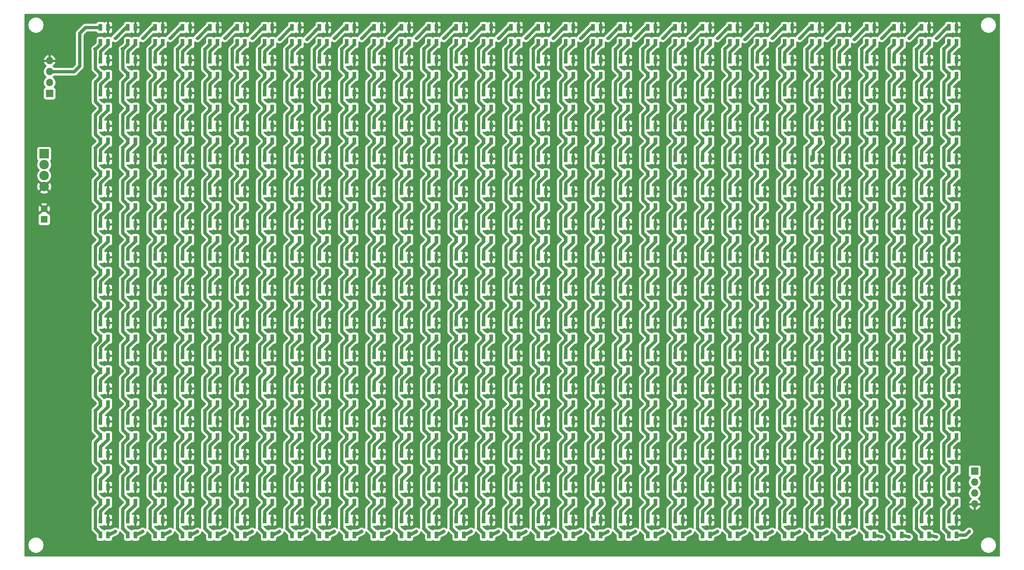
<source format=gbr>
G04 #@! TF.GenerationSoftware,KiCad,Pcbnew,(5.1.5-0-10_14)*
G04 #@! TF.CreationDate,2020-02-16T18:47:59-08:00*
G04 #@! TF.ProjectId,SpectrumAnayzerMini32,53706563-7472-4756-9d41-6e61797a6572,rev?*
G04 #@! TF.SameCoordinates,Original*
G04 #@! TF.FileFunction,Copper,L1,Top*
G04 #@! TF.FilePolarity,Positive*
%FSLAX46Y46*%
G04 Gerber Fmt 4.6, Leading zero omitted, Abs format (unit mm)*
G04 Created by KiCad (PCBNEW (5.1.5-0-10_14)) date 2020-02-16 18:47:59*
%MOMM*%
%LPD*%
G04 APERTURE LIST*
%ADD10C,2.200000*%
%ADD11R,2.200000X2.200000*%
%ADD12O,1.700000X1.700000*%
%ADD13R,1.700000X1.700000*%
%ADD14C,1.600000*%
%ADD15R,1.600000X1.600000*%
%ADD16R,0.850000X1.600000*%
%ADD17C,0.800000*%
%ADD18C,0.762000*%
%ADD19C,0.508000*%
%ADD20C,0.250000*%
%ADD21C,0.254000*%
G04 APERTURE END LIST*
D10*
X26035000Y-67945000D03*
X26035000Y-65405000D03*
X26035000Y-62865000D03*
D11*
X26035000Y-60325000D03*
D12*
X241935000Y-141605000D03*
X241935000Y-139065000D03*
X241935000Y-136525000D03*
D13*
X241935000Y-133985000D03*
D12*
X27305000Y-38735000D03*
X27305000Y-41275000D03*
X27305000Y-43815000D03*
D13*
X27305000Y-46355000D03*
D14*
X26035000Y-73065000D03*
D15*
X26035000Y-75565000D03*
D16*
X235980000Y-148816000D03*
X237730000Y-148816000D03*
X235980000Y-145316000D03*
X237730000Y-145316000D03*
X235980000Y-141196000D03*
X237730000Y-141196000D03*
X235980000Y-137696000D03*
X237730000Y-137696000D03*
X235980000Y-133576000D03*
X237730000Y-133576000D03*
X235980000Y-130076000D03*
X237730000Y-130076000D03*
X235980000Y-125956000D03*
X237730000Y-125956000D03*
X235980000Y-122456000D03*
X237730000Y-122456000D03*
X235980000Y-118336000D03*
X237730000Y-118336000D03*
X235980000Y-114836000D03*
X237730000Y-114836000D03*
X235980000Y-110716000D03*
X237730000Y-110716000D03*
X235980000Y-107216000D03*
X237730000Y-107216000D03*
X235980000Y-103096000D03*
X237730000Y-103096000D03*
X235980000Y-99596000D03*
X237730000Y-99596000D03*
X235980000Y-95476000D03*
X237730000Y-95476000D03*
X235980000Y-91976000D03*
X237730000Y-91976000D03*
X235980000Y-87856000D03*
X237730000Y-87856000D03*
X235980000Y-84356000D03*
X237730000Y-84356000D03*
X235980000Y-80236000D03*
X237730000Y-80236000D03*
X235980000Y-76736000D03*
X237730000Y-76736000D03*
X235980000Y-72616000D03*
X237730000Y-72616000D03*
X235980000Y-69116000D03*
X237730000Y-69116000D03*
X235980000Y-64996000D03*
X237730000Y-64996000D03*
X235980000Y-61496000D03*
X237730000Y-61496000D03*
X235980000Y-57376000D03*
X237730000Y-57376000D03*
X235980000Y-53876000D03*
X237730000Y-53876000D03*
X235980000Y-49756000D03*
X237730000Y-49756000D03*
X235980000Y-46256000D03*
X237730000Y-46256000D03*
X235980000Y-42136000D03*
X237730000Y-42136000D03*
X235980000Y-38636000D03*
X237730000Y-38636000D03*
X235980000Y-34516000D03*
X237730000Y-34516000D03*
X235980000Y-31016000D03*
X237730000Y-31016000D03*
X229630000Y-148816000D03*
X231380000Y-148816000D03*
X229630000Y-145316000D03*
X231380000Y-145316000D03*
X229630000Y-141196000D03*
X231380000Y-141196000D03*
X229630000Y-137696000D03*
X231380000Y-137696000D03*
X229630000Y-133576000D03*
X231380000Y-133576000D03*
X229630000Y-130076000D03*
X231380000Y-130076000D03*
X229630000Y-125956000D03*
X231380000Y-125956000D03*
X229630000Y-122456000D03*
X231380000Y-122456000D03*
X229630000Y-118336000D03*
X231380000Y-118336000D03*
X229630000Y-114836000D03*
X231380000Y-114836000D03*
X229630000Y-110716000D03*
X231380000Y-110716000D03*
X229630000Y-107216000D03*
X231380000Y-107216000D03*
X229630000Y-103096000D03*
X231380000Y-103096000D03*
X229630000Y-99596000D03*
X231380000Y-99596000D03*
X229630000Y-95476000D03*
X231380000Y-95476000D03*
X229630000Y-91976000D03*
X231380000Y-91976000D03*
X229630000Y-87856000D03*
X231380000Y-87856000D03*
X229630000Y-84356000D03*
X231380000Y-84356000D03*
X229630000Y-80236000D03*
X231380000Y-80236000D03*
X229630000Y-76736000D03*
X231380000Y-76736000D03*
X229630000Y-72616000D03*
X231380000Y-72616000D03*
X229630000Y-69116000D03*
X231380000Y-69116000D03*
X229630000Y-64996000D03*
X231380000Y-64996000D03*
X229630000Y-61496000D03*
X231380000Y-61496000D03*
X229630000Y-57376000D03*
X231380000Y-57376000D03*
X229630000Y-53876000D03*
X231380000Y-53876000D03*
X229630000Y-49756000D03*
X231380000Y-49756000D03*
X229630000Y-46256000D03*
X231380000Y-46256000D03*
X229630000Y-42136000D03*
X231380000Y-42136000D03*
X229630000Y-38636000D03*
X231380000Y-38636000D03*
X229630000Y-34516000D03*
X231380000Y-34516000D03*
X229630000Y-31016000D03*
X231380000Y-31016000D03*
X223280000Y-148816000D03*
X225030000Y-148816000D03*
X223280000Y-145316000D03*
X225030000Y-145316000D03*
X223280000Y-141196000D03*
X225030000Y-141196000D03*
X223280000Y-137696000D03*
X225030000Y-137696000D03*
X223280000Y-133576000D03*
X225030000Y-133576000D03*
X223280000Y-130076000D03*
X225030000Y-130076000D03*
X223280000Y-125956000D03*
X225030000Y-125956000D03*
X223280000Y-122456000D03*
X225030000Y-122456000D03*
X223280000Y-118336000D03*
X225030000Y-118336000D03*
X223280000Y-114836000D03*
X225030000Y-114836000D03*
X223280000Y-110716000D03*
X225030000Y-110716000D03*
X223280000Y-107216000D03*
X225030000Y-107216000D03*
X223280000Y-103096000D03*
X225030000Y-103096000D03*
X223280000Y-99596000D03*
X225030000Y-99596000D03*
X223280000Y-95476000D03*
X225030000Y-95476000D03*
X223280000Y-91976000D03*
X225030000Y-91976000D03*
X223280000Y-87856000D03*
X225030000Y-87856000D03*
X223280000Y-84356000D03*
X225030000Y-84356000D03*
X223280000Y-80236000D03*
X225030000Y-80236000D03*
X223280000Y-76736000D03*
X225030000Y-76736000D03*
X223280000Y-72616000D03*
X225030000Y-72616000D03*
X223280000Y-69116000D03*
X225030000Y-69116000D03*
X223280000Y-64996000D03*
X225030000Y-64996000D03*
X223280000Y-61496000D03*
X225030000Y-61496000D03*
X223280000Y-57376000D03*
X225030000Y-57376000D03*
X223280000Y-53876000D03*
X225030000Y-53876000D03*
X223280000Y-49756000D03*
X225030000Y-49756000D03*
X223280000Y-46256000D03*
X225030000Y-46256000D03*
X223280000Y-42136000D03*
X225030000Y-42136000D03*
X223280000Y-38636000D03*
X225030000Y-38636000D03*
X223280000Y-34516000D03*
X225030000Y-34516000D03*
X223280000Y-31016000D03*
X225030000Y-31016000D03*
X216930000Y-148816000D03*
X218680000Y-148816000D03*
X216930000Y-145316000D03*
X218680000Y-145316000D03*
X216930000Y-141196000D03*
X218680000Y-141196000D03*
X216930000Y-137696000D03*
X218680000Y-137696000D03*
X216930000Y-133576000D03*
X218680000Y-133576000D03*
X216930000Y-130076000D03*
X218680000Y-130076000D03*
X216930000Y-125956000D03*
X218680000Y-125956000D03*
X216930000Y-122456000D03*
X218680000Y-122456000D03*
X216930000Y-118336000D03*
X218680000Y-118336000D03*
X216930000Y-114836000D03*
X218680000Y-114836000D03*
X216930000Y-110716000D03*
X218680000Y-110716000D03*
X216930000Y-107216000D03*
X218680000Y-107216000D03*
X216930000Y-103096000D03*
X218680000Y-103096000D03*
X216930000Y-99596000D03*
X218680000Y-99596000D03*
X216930000Y-95476000D03*
X218680000Y-95476000D03*
X216930000Y-91976000D03*
X218680000Y-91976000D03*
X216930000Y-87856000D03*
X218680000Y-87856000D03*
X216930000Y-84356000D03*
X218680000Y-84356000D03*
X216930000Y-80236000D03*
X218680000Y-80236000D03*
X216930000Y-76736000D03*
X218680000Y-76736000D03*
X216930000Y-72616000D03*
X218680000Y-72616000D03*
X216930000Y-69116000D03*
X218680000Y-69116000D03*
X216930000Y-64996000D03*
X218680000Y-64996000D03*
X216930000Y-61496000D03*
X218680000Y-61496000D03*
X216930000Y-57376000D03*
X218680000Y-57376000D03*
X216930000Y-53876000D03*
X218680000Y-53876000D03*
X216930000Y-49756000D03*
X218680000Y-49756000D03*
X216930000Y-46256000D03*
X218680000Y-46256000D03*
X216930000Y-42136000D03*
X218680000Y-42136000D03*
X216930000Y-38636000D03*
X218680000Y-38636000D03*
X216930000Y-34516000D03*
X218680000Y-34516000D03*
X216930000Y-31016000D03*
X218680000Y-31016000D03*
X210580000Y-148816000D03*
X212330000Y-148816000D03*
X210580000Y-145316000D03*
X212330000Y-145316000D03*
X210580000Y-141196000D03*
X212330000Y-141196000D03*
X210580000Y-137696000D03*
X212330000Y-137696000D03*
X210580000Y-133576000D03*
X212330000Y-133576000D03*
X210580000Y-130076000D03*
X212330000Y-130076000D03*
X210580000Y-125956000D03*
X212330000Y-125956000D03*
X210580000Y-122456000D03*
X212330000Y-122456000D03*
X210520000Y-118336000D03*
X212270000Y-118336000D03*
X210520000Y-114836000D03*
X212270000Y-114836000D03*
X210580000Y-110716000D03*
X212330000Y-110716000D03*
X210580000Y-107216000D03*
X212330000Y-107216000D03*
X210580000Y-103096000D03*
X212330000Y-103096000D03*
X210580000Y-99596000D03*
X212330000Y-99596000D03*
X210580000Y-95476000D03*
X212330000Y-95476000D03*
X210580000Y-91976000D03*
X212330000Y-91976000D03*
X210580000Y-87856000D03*
X212330000Y-87856000D03*
X210580000Y-84356000D03*
X212330000Y-84356000D03*
X210580000Y-80236000D03*
X212330000Y-80236000D03*
X210580000Y-76736000D03*
X212330000Y-76736000D03*
X210580000Y-72616000D03*
X212330000Y-72616000D03*
X210580000Y-69116000D03*
X212330000Y-69116000D03*
X210580000Y-64996000D03*
X212330000Y-64996000D03*
X210580000Y-61496000D03*
X212330000Y-61496000D03*
X210580000Y-57376000D03*
X212330000Y-57376000D03*
X210580000Y-53876000D03*
X212330000Y-53876000D03*
X210580000Y-49756000D03*
X212330000Y-49756000D03*
X210580000Y-46256000D03*
X212330000Y-46256000D03*
X210580000Y-42136000D03*
X212330000Y-42136000D03*
X210580000Y-38636000D03*
X212330000Y-38636000D03*
X210580000Y-34516000D03*
X212330000Y-34516000D03*
X210580000Y-31016000D03*
X212330000Y-31016000D03*
X204230000Y-148816000D03*
X205980000Y-148816000D03*
X204230000Y-145316000D03*
X205980000Y-145316000D03*
X204230000Y-141196000D03*
X205980000Y-141196000D03*
X204230000Y-137696000D03*
X205980000Y-137696000D03*
X204230000Y-133576000D03*
X205980000Y-133576000D03*
X204230000Y-130076000D03*
X205980000Y-130076000D03*
X204230000Y-125956000D03*
X205980000Y-125956000D03*
X204230000Y-122456000D03*
X205980000Y-122456000D03*
X204230000Y-118336000D03*
X205980000Y-118336000D03*
X204230000Y-114836000D03*
X205980000Y-114836000D03*
X204230000Y-110716000D03*
X205980000Y-110716000D03*
X204230000Y-107216000D03*
X205980000Y-107216000D03*
X204230000Y-103096000D03*
X205980000Y-103096000D03*
X204230000Y-99596000D03*
X205980000Y-99596000D03*
X204230000Y-95476000D03*
X205980000Y-95476000D03*
X204230000Y-91976000D03*
X205980000Y-91976000D03*
X204230000Y-87856000D03*
X205980000Y-87856000D03*
X204230000Y-84356000D03*
X205980000Y-84356000D03*
X204230000Y-80236000D03*
X205980000Y-80236000D03*
X204230000Y-76736000D03*
X205980000Y-76736000D03*
X204230000Y-72616000D03*
X205980000Y-72616000D03*
X204230000Y-69116000D03*
X205980000Y-69116000D03*
X204230000Y-64996000D03*
X205980000Y-64996000D03*
X204230000Y-61496000D03*
X205980000Y-61496000D03*
X204230000Y-57376000D03*
X205980000Y-57376000D03*
X204230000Y-53876000D03*
X205980000Y-53876000D03*
X204230000Y-49756000D03*
X205980000Y-49756000D03*
X204230000Y-46256000D03*
X205980000Y-46256000D03*
X204230000Y-42136000D03*
X205980000Y-42136000D03*
X204230000Y-38636000D03*
X205980000Y-38636000D03*
X204230000Y-34516000D03*
X205980000Y-34516000D03*
X204230000Y-31016000D03*
X205980000Y-31016000D03*
X197880000Y-148816000D03*
X199630000Y-148816000D03*
X197880000Y-145316000D03*
X199630000Y-145316000D03*
X197880000Y-141196000D03*
X199630000Y-141196000D03*
X197880000Y-137696000D03*
X199630000Y-137696000D03*
X197880000Y-133576000D03*
X199630000Y-133576000D03*
X197880000Y-130076000D03*
X199630000Y-130076000D03*
X197880000Y-125956000D03*
X199630000Y-125956000D03*
X197880000Y-122456000D03*
X199630000Y-122456000D03*
X197880000Y-118336000D03*
X199630000Y-118336000D03*
X197880000Y-114836000D03*
X199630000Y-114836000D03*
X197880000Y-110716000D03*
X199630000Y-110716000D03*
X197880000Y-107216000D03*
X199630000Y-107216000D03*
X197880000Y-103096000D03*
X199630000Y-103096000D03*
X197880000Y-99596000D03*
X199630000Y-99596000D03*
X197880000Y-95476000D03*
X199630000Y-95476000D03*
X197880000Y-91976000D03*
X199630000Y-91976000D03*
X197880000Y-87856000D03*
X199630000Y-87856000D03*
X197880000Y-84356000D03*
X199630000Y-84356000D03*
X197880000Y-80236000D03*
X199630000Y-80236000D03*
X197880000Y-76736000D03*
X199630000Y-76736000D03*
X197880000Y-72616000D03*
X199630000Y-72616000D03*
X197880000Y-69116000D03*
X199630000Y-69116000D03*
X197880000Y-64996000D03*
X199630000Y-64996000D03*
X197880000Y-61496000D03*
X199630000Y-61496000D03*
X197880000Y-57376000D03*
X199630000Y-57376000D03*
X197880000Y-53876000D03*
X199630000Y-53876000D03*
X197880000Y-49756000D03*
X199630000Y-49756000D03*
X197880000Y-46256000D03*
X199630000Y-46256000D03*
X197880000Y-42136000D03*
X199630000Y-42136000D03*
X197880000Y-38636000D03*
X199630000Y-38636000D03*
X197880000Y-34516000D03*
X199630000Y-34516000D03*
X197880000Y-31016000D03*
X199630000Y-31016000D03*
X191530000Y-148816000D03*
X193280000Y-148816000D03*
X191530000Y-145316000D03*
X193280000Y-145316000D03*
X191530000Y-141196000D03*
X193280000Y-141196000D03*
X191530000Y-137696000D03*
X193280000Y-137696000D03*
X191530000Y-133576000D03*
X193280000Y-133576000D03*
X191530000Y-130076000D03*
X193280000Y-130076000D03*
X191530000Y-125956000D03*
X193280000Y-125956000D03*
X191530000Y-122456000D03*
X193280000Y-122456000D03*
X191530000Y-118336000D03*
X193280000Y-118336000D03*
X191530000Y-114836000D03*
X193280000Y-114836000D03*
X191530000Y-110716000D03*
X193280000Y-110716000D03*
X191530000Y-107216000D03*
X193280000Y-107216000D03*
X191530000Y-103096000D03*
X193280000Y-103096000D03*
X191530000Y-99596000D03*
X193280000Y-99596000D03*
X191530000Y-95476000D03*
X193280000Y-95476000D03*
X191530000Y-91976000D03*
X193280000Y-91976000D03*
X191530000Y-87856000D03*
X193280000Y-87856000D03*
X191530000Y-84356000D03*
X193280000Y-84356000D03*
X191530000Y-80236000D03*
X193280000Y-80236000D03*
X191530000Y-76736000D03*
X193280000Y-76736000D03*
X191530000Y-72616000D03*
X193280000Y-72616000D03*
X191530000Y-69116000D03*
X193280000Y-69116000D03*
X191530000Y-64996000D03*
X193280000Y-64996000D03*
X191530000Y-61496000D03*
X193280000Y-61496000D03*
X191530000Y-57376000D03*
X193280000Y-57376000D03*
X191530000Y-53876000D03*
X193280000Y-53876000D03*
X191530000Y-49756000D03*
X193280000Y-49756000D03*
X191530000Y-46256000D03*
X193280000Y-46256000D03*
X191530000Y-42136000D03*
X193280000Y-42136000D03*
X191530000Y-38636000D03*
X193280000Y-38636000D03*
X191530000Y-34516000D03*
X193280000Y-34516000D03*
X191530000Y-31016000D03*
X193280000Y-31016000D03*
X185180000Y-148816000D03*
X186930000Y-148816000D03*
X185180000Y-145316000D03*
X186930000Y-145316000D03*
X185180000Y-141196000D03*
X186930000Y-141196000D03*
X185180000Y-137696000D03*
X186930000Y-137696000D03*
X185180000Y-133576000D03*
X186930000Y-133576000D03*
X185180000Y-130076000D03*
X186930000Y-130076000D03*
X185180000Y-125956000D03*
X186930000Y-125956000D03*
X185180000Y-122456000D03*
X186930000Y-122456000D03*
X185180000Y-118336000D03*
X186930000Y-118336000D03*
X185180000Y-114836000D03*
X186930000Y-114836000D03*
X185180000Y-110716000D03*
X186930000Y-110716000D03*
X185180000Y-107216000D03*
X186930000Y-107216000D03*
X185180000Y-103096000D03*
X186930000Y-103096000D03*
X185180000Y-99596000D03*
X186930000Y-99596000D03*
X185180000Y-95476000D03*
X186930000Y-95476000D03*
X185180000Y-91976000D03*
X186930000Y-91976000D03*
X185180000Y-87856000D03*
X186930000Y-87856000D03*
X185180000Y-84356000D03*
X186930000Y-84356000D03*
X185180000Y-80236000D03*
X186930000Y-80236000D03*
X185180000Y-76736000D03*
X186930000Y-76736000D03*
X185180000Y-72616000D03*
X186930000Y-72616000D03*
X185180000Y-69116000D03*
X186930000Y-69116000D03*
X185180000Y-64996000D03*
X186930000Y-64996000D03*
X185180000Y-61496000D03*
X186930000Y-61496000D03*
X185180000Y-57376000D03*
X186930000Y-57376000D03*
X185180000Y-53876000D03*
X186930000Y-53876000D03*
X185180000Y-49756000D03*
X186930000Y-49756000D03*
X185180000Y-46256000D03*
X186930000Y-46256000D03*
X185180000Y-42136000D03*
X186930000Y-42136000D03*
X185180000Y-38636000D03*
X186930000Y-38636000D03*
X185180000Y-34516000D03*
X186930000Y-34516000D03*
X185180000Y-31016000D03*
X186930000Y-31016000D03*
X178830000Y-148816000D03*
X180580000Y-148816000D03*
X178830000Y-145316000D03*
X180580000Y-145316000D03*
X178830000Y-141196000D03*
X180580000Y-141196000D03*
X178830000Y-137696000D03*
X180580000Y-137696000D03*
X178830000Y-133576000D03*
X180580000Y-133576000D03*
X178830000Y-130076000D03*
X180580000Y-130076000D03*
X178830000Y-125956000D03*
X180580000Y-125956000D03*
X178830000Y-122456000D03*
X180580000Y-122456000D03*
X178830000Y-118336000D03*
X180580000Y-118336000D03*
X178830000Y-114836000D03*
X180580000Y-114836000D03*
X178830000Y-110716000D03*
X180580000Y-110716000D03*
X178830000Y-107216000D03*
X180580000Y-107216000D03*
X178830000Y-103096000D03*
X180580000Y-103096000D03*
X178830000Y-99596000D03*
X180580000Y-99596000D03*
X178830000Y-95476000D03*
X180580000Y-95476000D03*
X178830000Y-91976000D03*
X180580000Y-91976000D03*
X178830000Y-87856000D03*
X180580000Y-87856000D03*
X178830000Y-84356000D03*
X180580000Y-84356000D03*
X178830000Y-80236000D03*
X180580000Y-80236000D03*
X178830000Y-76736000D03*
X180580000Y-76736000D03*
X178830000Y-72616000D03*
X180580000Y-72616000D03*
X178830000Y-69116000D03*
X180580000Y-69116000D03*
X178830000Y-64996000D03*
X180580000Y-64996000D03*
X178830000Y-61496000D03*
X180580000Y-61496000D03*
X178830000Y-57376000D03*
X180580000Y-57376000D03*
X178830000Y-53876000D03*
X180580000Y-53876000D03*
X178830000Y-49756000D03*
X180580000Y-49756000D03*
X178830000Y-46256000D03*
X180580000Y-46256000D03*
X178830000Y-42136000D03*
X180580000Y-42136000D03*
X178830000Y-38636000D03*
X180580000Y-38636000D03*
X178830000Y-34516000D03*
X180580000Y-34516000D03*
X178830000Y-31016000D03*
X180580000Y-31016000D03*
X172480000Y-148816000D03*
X174230000Y-148816000D03*
X172480000Y-145316000D03*
X174230000Y-145316000D03*
X172480000Y-141196000D03*
X174230000Y-141196000D03*
X172480000Y-137696000D03*
X174230000Y-137696000D03*
X172480000Y-133576000D03*
X174230000Y-133576000D03*
X172480000Y-130076000D03*
X174230000Y-130076000D03*
X172480000Y-125956000D03*
X174230000Y-125956000D03*
X172480000Y-122456000D03*
X174230000Y-122456000D03*
X172480000Y-118336000D03*
X174230000Y-118336000D03*
X172480000Y-114836000D03*
X174230000Y-114836000D03*
X172480000Y-110716000D03*
X174230000Y-110716000D03*
X172480000Y-107216000D03*
X174230000Y-107216000D03*
X172480000Y-103096000D03*
X174230000Y-103096000D03*
X172480000Y-99596000D03*
X174230000Y-99596000D03*
X172480000Y-95476000D03*
X174230000Y-95476000D03*
X172480000Y-91976000D03*
X174230000Y-91976000D03*
X172480000Y-87856000D03*
X174230000Y-87856000D03*
X172480000Y-84356000D03*
X174230000Y-84356000D03*
X172480000Y-80236000D03*
X174230000Y-80236000D03*
X172480000Y-76736000D03*
X174230000Y-76736000D03*
X172480000Y-72616000D03*
X174230000Y-72616000D03*
X172480000Y-69116000D03*
X174230000Y-69116000D03*
X172480000Y-64996000D03*
X174230000Y-64996000D03*
X172480000Y-61496000D03*
X174230000Y-61496000D03*
X172480000Y-57376000D03*
X174230000Y-57376000D03*
X172480000Y-53876000D03*
X174230000Y-53876000D03*
X172480000Y-49756000D03*
X174230000Y-49756000D03*
X172480000Y-46256000D03*
X174230000Y-46256000D03*
X172480000Y-42136000D03*
X174230000Y-42136000D03*
X172480000Y-38636000D03*
X174230000Y-38636000D03*
X172480000Y-34516000D03*
X174230000Y-34516000D03*
X172480000Y-31016000D03*
X174230000Y-31016000D03*
X166130000Y-148816000D03*
X167880000Y-148816000D03*
X166130000Y-145316000D03*
X167880000Y-145316000D03*
X166130000Y-141196000D03*
X167880000Y-141196000D03*
X166130000Y-137696000D03*
X167880000Y-137696000D03*
X166130000Y-133576000D03*
X167880000Y-133576000D03*
X166130000Y-130076000D03*
X167880000Y-130076000D03*
X166130000Y-125956000D03*
X167880000Y-125956000D03*
X166130000Y-122456000D03*
X167880000Y-122456000D03*
X166130000Y-118336000D03*
X167880000Y-118336000D03*
X166130000Y-114836000D03*
X167880000Y-114836000D03*
X166130000Y-110716000D03*
X167880000Y-110716000D03*
X166130000Y-107216000D03*
X167880000Y-107216000D03*
X166130000Y-103096000D03*
X167880000Y-103096000D03*
X166130000Y-99596000D03*
X167880000Y-99596000D03*
X166130000Y-95476000D03*
X167880000Y-95476000D03*
X166130000Y-91976000D03*
X167880000Y-91976000D03*
X166130000Y-87856000D03*
X167880000Y-87856000D03*
X166130000Y-84356000D03*
X167880000Y-84356000D03*
X166130000Y-80236000D03*
X167880000Y-80236000D03*
X166130000Y-76736000D03*
X167880000Y-76736000D03*
X166130000Y-72616000D03*
X167880000Y-72616000D03*
X166130000Y-69116000D03*
X167880000Y-69116000D03*
X166130000Y-64996000D03*
X167880000Y-64996000D03*
X166130000Y-61496000D03*
X167880000Y-61496000D03*
X166130000Y-57376000D03*
X167880000Y-57376000D03*
X166130000Y-53876000D03*
X167880000Y-53876000D03*
X166130000Y-49756000D03*
X167880000Y-49756000D03*
X166130000Y-46256000D03*
X167880000Y-46256000D03*
X166130000Y-42136000D03*
X167880000Y-42136000D03*
X166130000Y-38636000D03*
X167880000Y-38636000D03*
X166130000Y-34516000D03*
X167880000Y-34516000D03*
X166130000Y-31016000D03*
X167880000Y-31016000D03*
X159780000Y-148816000D03*
X161530000Y-148816000D03*
X159780000Y-145316000D03*
X161530000Y-145316000D03*
X159780000Y-141196000D03*
X161530000Y-141196000D03*
X159780000Y-137696000D03*
X161530000Y-137696000D03*
X159780000Y-133576000D03*
X161530000Y-133576000D03*
X159780000Y-130076000D03*
X161530000Y-130076000D03*
X159780000Y-125956000D03*
X161530000Y-125956000D03*
X159780000Y-122456000D03*
X161530000Y-122456000D03*
X159780000Y-118336000D03*
X161530000Y-118336000D03*
X159780000Y-114836000D03*
X161530000Y-114836000D03*
X159780000Y-110716000D03*
X161530000Y-110716000D03*
X159780000Y-107216000D03*
X161530000Y-107216000D03*
X159780000Y-103096000D03*
X161530000Y-103096000D03*
X159780000Y-99596000D03*
X161530000Y-99596000D03*
X159780000Y-95476000D03*
X161530000Y-95476000D03*
X159780000Y-91976000D03*
X161530000Y-91976000D03*
X159780000Y-87856000D03*
X161530000Y-87856000D03*
X159780000Y-84356000D03*
X161530000Y-84356000D03*
X159780000Y-80236000D03*
X161530000Y-80236000D03*
X159780000Y-76736000D03*
X161530000Y-76736000D03*
X159780000Y-72616000D03*
X161530000Y-72616000D03*
X159780000Y-69116000D03*
X161530000Y-69116000D03*
X159780000Y-64996000D03*
X161530000Y-64996000D03*
X159780000Y-61496000D03*
X161530000Y-61496000D03*
X159780000Y-57376000D03*
X161530000Y-57376000D03*
X159780000Y-53876000D03*
X161530000Y-53876000D03*
X159780000Y-49756000D03*
X161530000Y-49756000D03*
X159780000Y-46256000D03*
X161530000Y-46256000D03*
X159780000Y-42136000D03*
X161530000Y-42136000D03*
X159780000Y-38636000D03*
X161530000Y-38636000D03*
X159780000Y-34516000D03*
X161530000Y-34516000D03*
X159780000Y-31016000D03*
X161530000Y-31016000D03*
X153430000Y-148816000D03*
X155180000Y-148816000D03*
X153430000Y-145316000D03*
X155180000Y-145316000D03*
X153430000Y-141196000D03*
X155180000Y-141196000D03*
X153430000Y-137696000D03*
X155180000Y-137696000D03*
X153430000Y-133576000D03*
X155180000Y-133576000D03*
X153430000Y-130076000D03*
X155180000Y-130076000D03*
X153430000Y-125956000D03*
X155180000Y-125956000D03*
X153430000Y-122456000D03*
X155180000Y-122456000D03*
X153430000Y-118336000D03*
X155180000Y-118336000D03*
X153430000Y-114836000D03*
X155180000Y-114836000D03*
X153430000Y-110716000D03*
X155180000Y-110716000D03*
X153430000Y-107216000D03*
X155180000Y-107216000D03*
X153430000Y-103096000D03*
X155180000Y-103096000D03*
X153430000Y-99596000D03*
X155180000Y-99596000D03*
X153430000Y-95476000D03*
X155180000Y-95476000D03*
X153430000Y-91976000D03*
X155180000Y-91976000D03*
X153430000Y-87856000D03*
X155180000Y-87856000D03*
X153430000Y-84356000D03*
X155180000Y-84356000D03*
X153430000Y-80236000D03*
X155180000Y-80236000D03*
X153430000Y-76736000D03*
X155180000Y-76736000D03*
X153430000Y-72616000D03*
X155180000Y-72616000D03*
X153430000Y-69116000D03*
X155180000Y-69116000D03*
X153430000Y-64996000D03*
X155180000Y-64996000D03*
X153430000Y-61496000D03*
X155180000Y-61496000D03*
X153430000Y-57376000D03*
X155180000Y-57376000D03*
X153430000Y-53876000D03*
X155180000Y-53876000D03*
X153430000Y-49756000D03*
X155180000Y-49756000D03*
X153430000Y-46256000D03*
X155180000Y-46256000D03*
X153430000Y-42136000D03*
X155180000Y-42136000D03*
X153430000Y-38636000D03*
X155180000Y-38636000D03*
X153430000Y-34516000D03*
X155180000Y-34516000D03*
X153430000Y-31016000D03*
X155180000Y-31016000D03*
X147080000Y-148816000D03*
X148830000Y-148816000D03*
X147080000Y-145316000D03*
X148830000Y-145316000D03*
X147080000Y-141196000D03*
X148830000Y-141196000D03*
X147080000Y-137696000D03*
X148830000Y-137696000D03*
X147080000Y-133576000D03*
X148830000Y-133576000D03*
X147080000Y-130076000D03*
X148830000Y-130076000D03*
X147080000Y-125956000D03*
X148830000Y-125956000D03*
X147080000Y-122456000D03*
X148830000Y-122456000D03*
X147080000Y-118336000D03*
X148830000Y-118336000D03*
X147080000Y-114836000D03*
X148830000Y-114836000D03*
X147080000Y-110716000D03*
X148830000Y-110716000D03*
X147080000Y-107216000D03*
X148830000Y-107216000D03*
X147080000Y-103096000D03*
X148830000Y-103096000D03*
X147080000Y-99596000D03*
X148830000Y-99596000D03*
X147080000Y-95476000D03*
X148830000Y-95476000D03*
X147080000Y-91976000D03*
X148830000Y-91976000D03*
X147080000Y-87856000D03*
X148830000Y-87856000D03*
X147080000Y-84356000D03*
X148830000Y-84356000D03*
X147080000Y-80236000D03*
X148830000Y-80236000D03*
X147080000Y-76736000D03*
X148830000Y-76736000D03*
X147080000Y-72616000D03*
X148830000Y-72616000D03*
X147080000Y-69116000D03*
X148830000Y-69116000D03*
X147080000Y-64996000D03*
X148830000Y-64996000D03*
X147080000Y-61496000D03*
X148830000Y-61496000D03*
X147080000Y-57376000D03*
X148830000Y-57376000D03*
X147080000Y-53876000D03*
X148830000Y-53876000D03*
X147080000Y-49756000D03*
X148830000Y-49756000D03*
X147080000Y-46256000D03*
X148830000Y-46256000D03*
X147080000Y-42136000D03*
X148830000Y-42136000D03*
X147080000Y-38636000D03*
X148830000Y-38636000D03*
X147080000Y-34516000D03*
X148830000Y-34516000D03*
X147080000Y-31016000D03*
X148830000Y-31016000D03*
X140730000Y-148816000D03*
X142480000Y-148816000D03*
X140730000Y-145316000D03*
X142480000Y-145316000D03*
X140730000Y-141196000D03*
X142480000Y-141196000D03*
X140730000Y-137696000D03*
X142480000Y-137696000D03*
X140730000Y-133576000D03*
X142480000Y-133576000D03*
X140730000Y-130076000D03*
X142480000Y-130076000D03*
X140730000Y-125956000D03*
X142480000Y-125956000D03*
X140730000Y-122456000D03*
X142480000Y-122456000D03*
X140730000Y-118336000D03*
X142480000Y-118336000D03*
X140730000Y-114836000D03*
X142480000Y-114836000D03*
X140730000Y-110716000D03*
X142480000Y-110716000D03*
X140730000Y-107216000D03*
X142480000Y-107216000D03*
X140730000Y-103096000D03*
X142480000Y-103096000D03*
X140730000Y-99596000D03*
X142480000Y-99596000D03*
X140730000Y-95476000D03*
X142480000Y-95476000D03*
X140730000Y-91976000D03*
X142480000Y-91976000D03*
X140730000Y-87856000D03*
X142480000Y-87856000D03*
X140730000Y-84356000D03*
X142480000Y-84356000D03*
X140730000Y-80236000D03*
X142480000Y-80236000D03*
X140730000Y-76736000D03*
X142480000Y-76736000D03*
X140730000Y-72616000D03*
X142480000Y-72616000D03*
X140730000Y-69116000D03*
X142480000Y-69116000D03*
X140730000Y-64996000D03*
X142480000Y-64996000D03*
X140730000Y-61496000D03*
X142480000Y-61496000D03*
X140730000Y-57376000D03*
X142480000Y-57376000D03*
X140730000Y-53876000D03*
X142480000Y-53876000D03*
X140730000Y-49756000D03*
X142480000Y-49756000D03*
X140730000Y-46256000D03*
X142480000Y-46256000D03*
X140730000Y-42136000D03*
X142480000Y-42136000D03*
X140730000Y-38636000D03*
X142480000Y-38636000D03*
X140730000Y-34516000D03*
X142480000Y-34516000D03*
X140730000Y-31016000D03*
X142480000Y-31016000D03*
X134380000Y-148816000D03*
X136130000Y-148816000D03*
X134380000Y-145316000D03*
X136130000Y-145316000D03*
X134380000Y-141196000D03*
X136130000Y-141196000D03*
X134380000Y-137696000D03*
X136130000Y-137696000D03*
X134380000Y-133576000D03*
X136130000Y-133576000D03*
X134380000Y-130076000D03*
X136130000Y-130076000D03*
X134380000Y-125956000D03*
X136130000Y-125956000D03*
X134380000Y-122456000D03*
X136130000Y-122456000D03*
X134380000Y-118336000D03*
X136130000Y-118336000D03*
X134380000Y-114836000D03*
X136130000Y-114836000D03*
X134380000Y-110716000D03*
X136130000Y-110716000D03*
X134380000Y-107216000D03*
X136130000Y-107216000D03*
X134380000Y-103096000D03*
X136130000Y-103096000D03*
X134380000Y-99596000D03*
X136130000Y-99596000D03*
X134380000Y-95476000D03*
X136130000Y-95476000D03*
X134380000Y-91976000D03*
X136130000Y-91976000D03*
X134380000Y-87856000D03*
X136130000Y-87856000D03*
X134380000Y-84356000D03*
X136130000Y-84356000D03*
X134380000Y-80236000D03*
X136130000Y-80236000D03*
X134380000Y-76736000D03*
X136130000Y-76736000D03*
X134380000Y-72616000D03*
X136130000Y-72616000D03*
X134380000Y-69116000D03*
X136130000Y-69116000D03*
X134380000Y-64996000D03*
X136130000Y-64996000D03*
X134380000Y-61496000D03*
X136130000Y-61496000D03*
X134380000Y-57376000D03*
X136130000Y-57376000D03*
X134380000Y-53876000D03*
X136130000Y-53876000D03*
X134380000Y-49756000D03*
X136130000Y-49756000D03*
X134380000Y-46256000D03*
X136130000Y-46256000D03*
X134380000Y-42136000D03*
X136130000Y-42136000D03*
X134380000Y-38636000D03*
X136130000Y-38636000D03*
X134380000Y-34516000D03*
X136130000Y-34516000D03*
X134380000Y-31016000D03*
X136130000Y-31016000D03*
X128030000Y-148816000D03*
X129780000Y-148816000D03*
X128030000Y-145316000D03*
X129780000Y-145316000D03*
X128030000Y-141196000D03*
X129780000Y-141196000D03*
X128030000Y-137696000D03*
X129780000Y-137696000D03*
X128030000Y-133576000D03*
X129780000Y-133576000D03*
X128030000Y-130076000D03*
X129780000Y-130076000D03*
X128030000Y-125956000D03*
X129780000Y-125956000D03*
X128030000Y-122456000D03*
X129780000Y-122456000D03*
X128030000Y-118336000D03*
X129780000Y-118336000D03*
X128030000Y-114836000D03*
X129780000Y-114836000D03*
X128030000Y-110716000D03*
X129780000Y-110716000D03*
X128030000Y-107216000D03*
X129780000Y-107216000D03*
X128030000Y-103096000D03*
X129780000Y-103096000D03*
X128030000Y-99596000D03*
X129780000Y-99596000D03*
X128030000Y-95476000D03*
X129780000Y-95476000D03*
X128030000Y-91976000D03*
X129780000Y-91976000D03*
X128030000Y-87856000D03*
X129780000Y-87856000D03*
X128030000Y-84356000D03*
X129780000Y-84356000D03*
X128030000Y-80236000D03*
X129780000Y-80236000D03*
X128030000Y-76736000D03*
X129780000Y-76736000D03*
X128030000Y-72616000D03*
X129780000Y-72616000D03*
X128030000Y-69116000D03*
X129780000Y-69116000D03*
X128030000Y-64996000D03*
X129780000Y-64996000D03*
X128030000Y-61496000D03*
X129780000Y-61496000D03*
X128030000Y-57376000D03*
X129780000Y-57376000D03*
X128030000Y-53876000D03*
X129780000Y-53876000D03*
X128030000Y-49756000D03*
X129780000Y-49756000D03*
X128030000Y-46256000D03*
X129780000Y-46256000D03*
X128030000Y-42136000D03*
X129780000Y-42136000D03*
X128030000Y-38636000D03*
X129780000Y-38636000D03*
X128030000Y-34516000D03*
X129780000Y-34516000D03*
X128030000Y-31016000D03*
X129780000Y-31016000D03*
X121680000Y-148816000D03*
X123430000Y-148816000D03*
X121680000Y-145316000D03*
X123430000Y-145316000D03*
X121680000Y-141196000D03*
X123430000Y-141196000D03*
X121680000Y-137696000D03*
X123430000Y-137696000D03*
X121680000Y-133576000D03*
X123430000Y-133576000D03*
X121680000Y-130076000D03*
X123430000Y-130076000D03*
X121680000Y-125956000D03*
X123430000Y-125956000D03*
X121680000Y-122456000D03*
X123430000Y-122456000D03*
X121680000Y-118336000D03*
X123430000Y-118336000D03*
X121680000Y-114836000D03*
X123430000Y-114836000D03*
X121680000Y-110716000D03*
X123430000Y-110716000D03*
X121680000Y-107216000D03*
X123430000Y-107216000D03*
X121680000Y-103096000D03*
X123430000Y-103096000D03*
X121680000Y-99596000D03*
X123430000Y-99596000D03*
X121680000Y-95476000D03*
X123430000Y-95476000D03*
X121680000Y-91976000D03*
X123430000Y-91976000D03*
X121680000Y-87856000D03*
X123430000Y-87856000D03*
X121680000Y-84356000D03*
X123430000Y-84356000D03*
X121680000Y-80236000D03*
X123430000Y-80236000D03*
X121680000Y-76736000D03*
X123430000Y-76736000D03*
X121680000Y-72616000D03*
X123430000Y-72616000D03*
X121680000Y-69116000D03*
X123430000Y-69116000D03*
X121680000Y-64996000D03*
X123430000Y-64996000D03*
X121680000Y-61496000D03*
X123430000Y-61496000D03*
X121680000Y-57376000D03*
X123430000Y-57376000D03*
X121680000Y-53876000D03*
X123430000Y-53876000D03*
X121680000Y-49756000D03*
X123430000Y-49756000D03*
X121680000Y-46256000D03*
X123430000Y-46256000D03*
X121680000Y-42136000D03*
X123430000Y-42136000D03*
X121680000Y-38636000D03*
X123430000Y-38636000D03*
X121680000Y-34516000D03*
X123430000Y-34516000D03*
X121680000Y-31016000D03*
X123430000Y-31016000D03*
X115330000Y-148816000D03*
X117080000Y-148816000D03*
X115330000Y-145316000D03*
X117080000Y-145316000D03*
X115330000Y-141196000D03*
X117080000Y-141196000D03*
X115330000Y-137696000D03*
X117080000Y-137696000D03*
X115330000Y-133576000D03*
X117080000Y-133576000D03*
X115330000Y-130076000D03*
X117080000Y-130076000D03*
X115330000Y-125956000D03*
X117080000Y-125956000D03*
X115330000Y-122456000D03*
X117080000Y-122456000D03*
X115330000Y-118336000D03*
X117080000Y-118336000D03*
X115330000Y-114836000D03*
X117080000Y-114836000D03*
X115330000Y-110716000D03*
X117080000Y-110716000D03*
X115330000Y-107216000D03*
X117080000Y-107216000D03*
X115330000Y-103096000D03*
X117080000Y-103096000D03*
X115330000Y-99596000D03*
X117080000Y-99596000D03*
X115330000Y-95476000D03*
X117080000Y-95476000D03*
X115330000Y-91976000D03*
X117080000Y-91976000D03*
X115330000Y-87856000D03*
X117080000Y-87856000D03*
X115330000Y-84356000D03*
X117080000Y-84356000D03*
X115330000Y-80236000D03*
X117080000Y-80236000D03*
X115330000Y-76736000D03*
X117080000Y-76736000D03*
X115330000Y-72616000D03*
X117080000Y-72616000D03*
X115330000Y-69116000D03*
X117080000Y-69116000D03*
X115330000Y-64996000D03*
X117080000Y-64996000D03*
X115330000Y-61496000D03*
X117080000Y-61496000D03*
X115330000Y-57376000D03*
X117080000Y-57376000D03*
X115330000Y-53876000D03*
X117080000Y-53876000D03*
X115330000Y-49756000D03*
X117080000Y-49756000D03*
X115330000Y-46256000D03*
X117080000Y-46256000D03*
X115330000Y-42136000D03*
X117080000Y-42136000D03*
X115330000Y-38636000D03*
X117080000Y-38636000D03*
X115330000Y-34516000D03*
X117080000Y-34516000D03*
X115330000Y-31016000D03*
X117080000Y-31016000D03*
X108980000Y-148816000D03*
X110730000Y-148816000D03*
X108980000Y-145316000D03*
X110730000Y-145316000D03*
X108980000Y-141196000D03*
X110730000Y-141196000D03*
X108980000Y-137696000D03*
X110730000Y-137696000D03*
X108980000Y-133576000D03*
X110730000Y-133576000D03*
X108980000Y-130076000D03*
X110730000Y-130076000D03*
X108980000Y-125956000D03*
X110730000Y-125956000D03*
X108980000Y-122456000D03*
X110730000Y-122456000D03*
X108980000Y-118336000D03*
X110730000Y-118336000D03*
X108980000Y-114836000D03*
X110730000Y-114836000D03*
X108980000Y-110716000D03*
X110730000Y-110716000D03*
X108980000Y-107216000D03*
X110730000Y-107216000D03*
X108980000Y-103096000D03*
X110730000Y-103096000D03*
X108980000Y-99596000D03*
X110730000Y-99596000D03*
X108980000Y-95476000D03*
X110730000Y-95476000D03*
X108980000Y-91976000D03*
X110730000Y-91976000D03*
X108980000Y-87856000D03*
X110730000Y-87856000D03*
X108980000Y-84356000D03*
X110730000Y-84356000D03*
X108980000Y-80236000D03*
X110730000Y-80236000D03*
X108980000Y-76736000D03*
X110730000Y-76736000D03*
X108980000Y-72616000D03*
X110730000Y-72616000D03*
X108980000Y-69116000D03*
X110730000Y-69116000D03*
X108980000Y-64996000D03*
X110730000Y-64996000D03*
X108980000Y-61496000D03*
X110730000Y-61496000D03*
X108980000Y-57376000D03*
X110730000Y-57376000D03*
X108980000Y-53876000D03*
X110730000Y-53876000D03*
X108980000Y-49756000D03*
X110730000Y-49756000D03*
X108980000Y-46256000D03*
X110730000Y-46256000D03*
X108980000Y-42136000D03*
X110730000Y-42136000D03*
X108980000Y-38636000D03*
X110730000Y-38636000D03*
X108980000Y-34516000D03*
X110730000Y-34516000D03*
X108980000Y-31016000D03*
X110730000Y-31016000D03*
X102630000Y-148816000D03*
X104380000Y-148816000D03*
X102630000Y-145316000D03*
X104380000Y-145316000D03*
X102630000Y-141196000D03*
X104380000Y-141196000D03*
X102630000Y-137696000D03*
X104380000Y-137696000D03*
X102630000Y-133576000D03*
X104380000Y-133576000D03*
X102630000Y-130076000D03*
X104380000Y-130076000D03*
X102630000Y-125956000D03*
X104380000Y-125956000D03*
X102630000Y-122456000D03*
X104380000Y-122456000D03*
X102630000Y-118336000D03*
X104380000Y-118336000D03*
X102630000Y-114836000D03*
X104380000Y-114836000D03*
X102630000Y-110716000D03*
X104380000Y-110716000D03*
X102630000Y-107216000D03*
X104380000Y-107216000D03*
X102630000Y-103096000D03*
X104380000Y-103096000D03*
X102630000Y-99596000D03*
X104380000Y-99596000D03*
X102630000Y-95476000D03*
X104380000Y-95476000D03*
X102630000Y-91976000D03*
X104380000Y-91976000D03*
X102630000Y-87856000D03*
X104380000Y-87856000D03*
X102630000Y-84356000D03*
X104380000Y-84356000D03*
X102630000Y-80236000D03*
X104380000Y-80236000D03*
X102630000Y-76736000D03*
X104380000Y-76736000D03*
X102630000Y-72616000D03*
X104380000Y-72616000D03*
X102630000Y-69116000D03*
X104380000Y-69116000D03*
X102630000Y-64996000D03*
X104380000Y-64996000D03*
X102630000Y-61496000D03*
X104380000Y-61496000D03*
X102630000Y-57376000D03*
X104380000Y-57376000D03*
X102630000Y-53876000D03*
X104380000Y-53876000D03*
X102630000Y-49756000D03*
X104380000Y-49756000D03*
X102630000Y-46256000D03*
X104380000Y-46256000D03*
X102630000Y-42136000D03*
X104380000Y-42136000D03*
X102630000Y-38636000D03*
X104380000Y-38636000D03*
X102630000Y-34516000D03*
X104380000Y-34516000D03*
X102630000Y-31016000D03*
X104380000Y-31016000D03*
X96280000Y-148816000D03*
X98030000Y-148816000D03*
X96280000Y-145316000D03*
X98030000Y-145316000D03*
X96280000Y-141196000D03*
X98030000Y-141196000D03*
X96280000Y-137696000D03*
X98030000Y-137696000D03*
X96280000Y-133576000D03*
X98030000Y-133576000D03*
X96280000Y-130076000D03*
X98030000Y-130076000D03*
X96280000Y-125956000D03*
X98030000Y-125956000D03*
X96280000Y-122456000D03*
X98030000Y-122456000D03*
X96280000Y-118336000D03*
X98030000Y-118336000D03*
X96280000Y-114836000D03*
X98030000Y-114836000D03*
X96280000Y-110716000D03*
X98030000Y-110716000D03*
X96280000Y-107216000D03*
X98030000Y-107216000D03*
X96280000Y-103096000D03*
X98030000Y-103096000D03*
X96280000Y-99596000D03*
X98030000Y-99596000D03*
X96280000Y-95476000D03*
X98030000Y-95476000D03*
X96280000Y-91976000D03*
X98030000Y-91976000D03*
X96280000Y-87856000D03*
X98030000Y-87856000D03*
X96280000Y-84356000D03*
X98030000Y-84356000D03*
X96280000Y-80236000D03*
X98030000Y-80236000D03*
X96280000Y-76736000D03*
X98030000Y-76736000D03*
X96280000Y-72616000D03*
X98030000Y-72616000D03*
X96280000Y-69116000D03*
X98030000Y-69116000D03*
X96280000Y-64996000D03*
X98030000Y-64996000D03*
X96280000Y-61496000D03*
X98030000Y-61496000D03*
X96280000Y-57376000D03*
X98030000Y-57376000D03*
X96280000Y-53876000D03*
X98030000Y-53876000D03*
X96280000Y-49756000D03*
X98030000Y-49756000D03*
X96280000Y-46256000D03*
X98030000Y-46256000D03*
X96280000Y-42136000D03*
X98030000Y-42136000D03*
X96280000Y-38636000D03*
X98030000Y-38636000D03*
X96280000Y-34516000D03*
X98030000Y-34516000D03*
X96280000Y-31016000D03*
X98030000Y-31016000D03*
X89930000Y-148816000D03*
X91680000Y-148816000D03*
X89930000Y-145316000D03*
X91680000Y-145316000D03*
X89930000Y-141196000D03*
X91680000Y-141196000D03*
X89930000Y-137696000D03*
X91680000Y-137696000D03*
X89930000Y-133576000D03*
X91680000Y-133576000D03*
X89930000Y-130076000D03*
X91680000Y-130076000D03*
X89930000Y-125956000D03*
X91680000Y-125956000D03*
X89930000Y-122456000D03*
X91680000Y-122456000D03*
X89930000Y-118336000D03*
X91680000Y-118336000D03*
X89930000Y-114836000D03*
X91680000Y-114836000D03*
X89930000Y-110716000D03*
X91680000Y-110716000D03*
X89930000Y-107216000D03*
X91680000Y-107216000D03*
X89930000Y-103096000D03*
X91680000Y-103096000D03*
X89930000Y-99596000D03*
X91680000Y-99596000D03*
X89930000Y-95476000D03*
X91680000Y-95476000D03*
X89930000Y-91976000D03*
X91680000Y-91976000D03*
X89930000Y-87856000D03*
X91680000Y-87856000D03*
X89930000Y-84356000D03*
X91680000Y-84356000D03*
X89930000Y-80236000D03*
X91680000Y-80236000D03*
X89930000Y-76736000D03*
X91680000Y-76736000D03*
X89930000Y-72616000D03*
X91680000Y-72616000D03*
X89930000Y-69116000D03*
X91680000Y-69116000D03*
X89930000Y-64996000D03*
X91680000Y-64996000D03*
X89930000Y-61496000D03*
X91680000Y-61496000D03*
X89930000Y-57376000D03*
X91680000Y-57376000D03*
X89930000Y-53876000D03*
X91680000Y-53876000D03*
X89930000Y-49756000D03*
X91680000Y-49756000D03*
X89930000Y-46256000D03*
X91680000Y-46256000D03*
X89930000Y-42136000D03*
X91680000Y-42136000D03*
X89930000Y-38636000D03*
X91680000Y-38636000D03*
X89930000Y-34516000D03*
X91680000Y-34516000D03*
X89930000Y-31016000D03*
X91680000Y-31016000D03*
X83580000Y-148816000D03*
X85330000Y-148816000D03*
X83580000Y-145316000D03*
X85330000Y-145316000D03*
X83580000Y-141196000D03*
X85330000Y-141196000D03*
X83580000Y-137696000D03*
X85330000Y-137696000D03*
X83580000Y-133576000D03*
X85330000Y-133576000D03*
X83580000Y-130076000D03*
X85330000Y-130076000D03*
X83580000Y-125956000D03*
X85330000Y-125956000D03*
X83580000Y-122456000D03*
X85330000Y-122456000D03*
X83580000Y-118336000D03*
X85330000Y-118336000D03*
X83580000Y-114836000D03*
X85330000Y-114836000D03*
X83580000Y-110716000D03*
X85330000Y-110716000D03*
X83580000Y-107216000D03*
X85330000Y-107216000D03*
X83580000Y-103096000D03*
X85330000Y-103096000D03*
X83580000Y-99596000D03*
X85330000Y-99596000D03*
X83580000Y-95476000D03*
X85330000Y-95476000D03*
X83580000Y-91976000D03*
X85330000Y-91976000D03*
X83580000Y-87856000D03*
X85330000Y-87856000D03*
X83580000Y-84356000D03*
X85330000Y-84356000D03*
X83580000Y-80236000D03*
X85330000Y-80236000D03*
X83580000Y-76736000D03*
X85330000Y-76736000D03*
X83580000Y-72616000D03*
X85330000Y-72616000D03*
X83580000Y-69116000D03*
X85330000Y-69116000D03*
X83580000Y-64996000D03*
X85330000Y-64996000D03*
X83580000Y-61496000D03*
X85330000Y-61496000D03*
X83580000Y-57376000D03*
X85330000Y-57376000D03*
X83580000Y-53876000D03*
X85330000Y-53876000D03*
X83580000Y-49756000D03*
X85330000Y-49756000D03*
X83580000Y-46256000D03*
X85330000Y-46256000D03*
X83580000Y-42136000D03*
X85330000Y-42136000D03*
X83580000Y-38636000D03*
X85330000Y-38636000D03*
X83580000Y-34516000D03*
X85330000Y-34516000D03*
X83580000Y-31016000D03*
X85330000Y-31016000D03*
X77230000Y-148816000D03*
X78980000Y-148816000D03*
X77230000Y-145316000D03*
X78980000Y-145316000D03*
X77230000Y-141196000D03*
X78980000Y-141196000D03*
X77230000Y-137696000D03*
X78980000Y-137696000D03*
X77230000Y-133576000D03*
X78980000Y-133576000D03*
X77230000Y-130076000D03*
X78980000Y-130076000D03*
X77230000Y-125956000D03*
X78980000Y-125956000D03*
X77230000Y-122456000D03*
X78980000Y-122456000D03*
X77230000Y-118336000D03*
X78980000Y-118336000D03*
X77230000Y-114836000D03*
X78980000Y-114836000D03*
X77230000Y-110716000D03*
X78980000Y-110716000D03*
X77230000Y-107216000D03*
X78980000Y-107216000D03*
X77230000Y-103096000D03*
X78980000Y-103096000D03*
X77230000Y-99596000D03*
X78980000Y-99596000D03*
X77230000Y-95476000D03*
X78980000Y-95476000D03*
X77230000Y-91976000D03*
X78980000Y-91976000D03*
X77230000Y-87856000D03*
X78980000Y-87856000D03*
X77230000Y-84356000D03*
X78980000Y-84356000D03*
X77230000Y-80236000D03*
X78980000Y-80236000D03*
X77230000Y-76736000D03*
X78980000Y-76736000D03*
X77230000Y-72616000D03*
X78980000Y-72616000D03*
X77230000Y-69116000D03*
X78980000Y-69116000D03*
X77230000Y-64996000D03*
X78980000Y-64996000D03*
X77230000Y-61496000D03*
X78980000Y-61496000D03*
X77230000Y-57376000D03*
X78980000Y-57376000D03*
X77230000Y-53876000D03*
X78980000Y-53876000D03*
X77230000Y-49756000D03*
X78980000Y-49756000D03*
X77230000Y-46256000D03*
X78980000Y-46256000D03*
X77230000Y-42136000D03*
X78980000Y-42136000D03*
X77230000Y-38636000D03*
X78980000Y-38636000D03*
X77230000Y-34516000D03*
X78980000Y-34516000D03*
X77230000Y-31016000D03*
X78980000Y-31016000D03*
X70880000Y-148816000D03*
X72630000Y-148816000D03*
X70880000Y-145316000D03*
X72630000Y-145316000D03*
X70880000Y-141196000D03*
X72630000Y-141196000D03*
X70880000Y-137696000D03*
X72630000Y-137696000D03*
X70880000Y-133576000D03*
X72630000Y-133576000D03*
X70880000Y-130076000D03*
X72630000Y-130076000D03*
X70880000Y-125956000D03*
X72630000Y-125956000D03*
X70880000Y-122456000D03*
X72630000Y-122456000D03*
X70880000Y-118336000D03*
X72630000Y-118336000D03*
X70880000Y-114836000D03*
X72630000Y-114836000D03*
X70880000Y-110716000D03*
X72630000Y-110716000D03*
X70880000Y-107216000D03*
X72630000Y-107216000D03*
X70880000Y-103096000D03*
X72630000Y-103096000D03*
X70880000Y-99596000D03*
X72630000Y-99596000D03*
X70880000Y-95476000D03*
X72630000Y-95476000D03*
X70880000Y-91976000D03*
X72630000Y-91976000D03*
X70880000Y-87856000D03*
X72630000Y-87856000D03*
X70880000Y-84356000D03*
X72630000Y-84356000D03*
X70880000Y-80236000D03*
X72630000Y-80236000D03*
X70880000Y-76736000D03*
X72630000Y-76736000D03*
X70880000Y-72616000D03*
X72630000Y-72616000D03*
X70880000Y-69116000D03*
X72630000Y-69116000D03*
X70880000Y-64996000D03*
X72630000Y-64996000D03*
X70880000Y-61496000D03*
X72630000Y-61496000D03*
X70880000Y-57376000D03*
X72630000Y-57376000D03*
X70880000Y-53876000D03*
X72630000Y-53876000D03*
X70880000Y-49756000D03*
X72630000Y-49756000D03*
X70880000Y-46256000D03*
X72630000Y-46256000D03*
X70880000Y-42136000D03*
X72630000Y-42136000D03*
X70880000Y-38636000D03*
X72630000Y-38636000D03*
X70880000Y-34516000D03*
X72630000Y-34516000D03*
X70880000Y-31016000D03*
X72630000Y-31016000D03*
X64530000Y-148816000D03*
X66280000Y-148816000D03*
X64530000Y-145316000D03*
X66280000Y-145316000D03*
X64530000Y-141196000D03*
X66280000Y-141196000D03*
X64530000Y-137696000D03*
X66280000Y-137696000D03*
X64530000Y-133576000D03*
X66280000Y-133576000D03*
X64530000Y-130076000D03*
X66280000Y-130076000D03*
X64530000Y-125956000D03*
X66280000Y-125956000D03*
X64530000Y-122456000D03*
X66280000Y-122456000D03*
X64530000Y-118336000D03*
X66280000Y-118336000D03*
X64530000Y-114836000D03*
X66280000Y-114836000D03*
X64530000Y-110716000D03*
X66280000Y-110716000D03*
X64530000Y-107216000D03*
X66280000Y-107216000D03*
X64530000Y-103096000D03*
X66280000Y-103096000D03*
X64530000Y-99596000D03*
X66280000Y-99596000D03*
X64530000Y-95476000D03*
X66280000Y-95476000D03*
X64530000Y-91976000D03*
X66280000Y-91976000D03*
X64530000Y-87856000D03*
X66280000Y-87856000D03*
X64530000Y-84356000D03*
X66280000Y-84356000D03*
X64530000Y-80236000D03*
X66280000Y-80236000D03*
X64530000Y-76736000D03*
X66280000Y-76736000D03*
X64530000Y-72616000D03*
X66280000Y-72616000D03*
X64530000Y-69116000D03*
X66280000Y-69116000D03*
X64530000Y-64996000D03*
X66280000Y-64996000D03*
X64530000Y-61496000D03*
X66280000Y-61496000D03*
X64530000Y-57376000D03*
X66280000Y-57376000D03*
X64530000Y-53876000D03*
X66280000Y-53876000D03*
X64530000Y-49756000D03*
X66280000Y-49756000D03*
X64530000Y-46256000D03*
X66280000Y-46256000D03*
X64530000Y-42136000D03*
X66280000Y-42136000D03*
X64530000Y-38636000D03*
X66280000Y-38636000D03*
X64530000Y-34516000D03*
X66280000Y-34516000D03*
X64530000Y-31016000D03*
X66280000Y-31016000D03*
X58180000Y-148816000D03*
X59930000Y-148816000D03*
X58180000Y-145316000D03*
X59930000Y-145316000D03*
X58180000Y-141196000D03*
X59930000Y-141196000D03*
X58180000Y-137696000D03*
X59930000Y-137696000D03*
X58180000Y-133576000D03*
X59930000Y-133576000D03*
X58180000Y-130076000D03*
X59930000Y-130076000D03*
X58180000Y-125956000D03*
X59930000Y-125956000D03*
X58180000Y-122456000D03*
X59930000Y-122456000D03*
X58180000Y-118336000D03*
X59930000Y-118336000D03*
X58180000Y-114836000D03*
X59930000Y-114836000D03*
X58180000Y-110716000D03*
X59930000Y-110716000D03*
X58180000Y-107216000D03*
X59930000Y-107216000D03*
X58180000Y-103096000D03*
X59930000Y-103096000D03*
X58180000Y-99596000D03*
X59930000Y-99596000D03*
X58180000Y-95476000D03*
X59930000Y-95476000D03*
X58180000Y-91976000D03*
X59930000Y-91976000D03*
X58180000Y-87856000D03*
X59930000Y-87856000D03*
X58180000Y-84356000D03*
X59930000Y-84356000D03*
X58180000Y-80236000D03*
X59930000Y-80236000D03*
X58180000Y-76736000D03*
X59930000Y-76736000D03*
X58180000Y-72616000D03*
X59930000Y-72616000D03*
X58180000Y-69116000D03*
X59930000Y-69116000D03*
X58180000Y-64996000D03*
X59930000Y-64996000D03*
X58180000Y-61496000D03*
X59930000Y-61496000D03*
X58180000Y-57376000D03*
X59930000Y-57376000D03*
X58180000Y-53876000D03*
X59930000Y-53876000D03*
X58180000Y-49756000D03*
X59930000Y-49756000D03*
X58180000Y-46256000D03*
X59930000Y-46256000D03*
X58180000Y-42136000D03*
X59930000Y-42136000D03*
X58180000Y-38636000D03*
X59930000Y-38636000D03*
X58180000Y-34516000D03*
X59930000Y-34516000D03*
X58180000Y-31016000D03*
X59930000Y-31016000D03*
X51830000Y-148816000D03*
X53580000Y-148816000D03*
X51830000Y-145316000D03*
X53580000Y-145316000D03*
X51830000Y-141196000D03*
X53580000Y-141196000D03*
X51830000Y-137696000D03*
X53580000Y-137696000D03*
X51830000Y-133576000D03*
X53580000Y-133576000D03*
X51830000Y-130076000D03*
X53580000Y-130076000D03*
X51830000Y-125956000D03*
X53580000Y-125956000D03*
X51830000Y-122456000D03*
X53580000Y-122456000D03*
X51830000Y-118336000D03*
X53580000Y-118336000D03*
X51830000Y-114836000D03*
X53580000Y-114836000D03*
X51830000Y-110716000D03*
X53580000Y-110716000D03*
X51830000Y-107216000D03*
X53580000Y-107216000D03*
X51830000Y-103096000D03*
X53580000Y-103096000D03*
X51830000Y-99596000D03*
X53580000Y-99596000D03*
X51830000Y-95476000D03*
X53580000Y-95476000D03*
X51830000Y-91976000D03*
X53580000Y-91976000D03*
X51830000Y-87856000D03*
X53580000Y-87856000D03*
X51830000Y-84356000D03*
X53580000Y-84356000D03*
X51830000Y-80236000D03*
X53580000Y-80236000D03*
X51830000Y-76736000D03*
X53580000Y-76736000D03*
X51830000Y-72616000D03*
X53580000Y-72616000D03*
X51830000Y-69116000D03*
X53580000Y-69116000D03*
X51830000Y-64996000D03*
X53580000Y-64996000D03*
X51830000Y-61496000D03*
X53580000Y-61496000D03*
X51830000Y-57376000D03*
X53580000Y-57376000D03*
X51830000Y-53876000D03*
X53580000Y-53876000D03*
X51830000Y-49756000D03*
X53580000Y-49756000D03*
X51830000Y-46256000D03*
X53580000Y-46256000D03*
X51830000Y-42136000D03*
X53580000Y-42136000D03*
X51830000Y-38636000D03*
X53580000Y-38636000D03*
X51830000Y-34516000D03*
X53580000Y-34516000D03*
X51830000Y-31016000D03*
X53580000Y-31016000D03*
X45480000Y-148816000D03*
X47230000Y-148816000D03*
X45480000Y-145316000D03*
X47230000Y-145316000D03*
X45480000Y-141196000D03*
X47230000Y-141196000D03*
X45480000Y-137696000D03*
X47230000Y-137696000D03*
X45480000Y-133576000D03*
X47230000Y-133576000D03*
X45480000Y-130076000D03*
X47230000Y-130076000D03*
X45480000Y-125956000D03*
X47230000Y-125956000D03*
X45480000Y-122456000D03*
X47230000Y-122456000D03*
X45480000Y-118336000D03*
X47230000Y-118336000D03*
X45480000Y-114836000D03*
X47230000Y-114836000D03*
X45480000Y-110716000D03*
X47230000Y-110716000D03*
X45480000Y-107216000D03*
X47230000Y-107216000D03*
X45480000Y-103096000D03*
X47230000Y-103096000D03*
X45480000Y-99596000D03*
X47230000Y-99596000D03*
X45480000Y-95476000D03*
X47230000Y-95476000D03*
X45480000Y-91976000D03*
X47230000Y-91976000D03*
X45480000Y-87856000D03*
X47230000Y-87856000D03*
X45480000Y-84356000D03*
X47230000Y-84356000D03*
X45480000Y-80236000D03*
X47230000Y-80236000D03*
X45480000Y-76736000D03*
X47230000Y-76736000D03*
X45480000Y-72616000D03*
X47230000Y-72616000D03*
X45480000Y-69116000D03*
X47230000Y-69116000D03*
X45480000Y-64996000D03*
X47230000Y-64996000D03*
X45480000Y-61496000D03*
X47230000Y-61496000D03*
X45480000Y-57376000D03*
X47230000Y-57376000D03*
X45480000Y-53876000D03*
X47230000Y-53876000D03*
X45480000Y-49756000D03*
X47230000Y-49756000D03*
X45480000Y-46256000D03*
X47230000Y-46256000D03*
X45480000Y-42136000D03*
X47230000Y-42136000D03*
X45480000Y-38636000D03*
X47230000Y-38636000D03*
X45480000Y-34516000D03*
X47230000Y-34516000D03*
X45480000Y-31016000D03*
X47230000Y-31016000D03*
X39130000Y-148816000D03*
X40880000Y-148816000D03*
X39130000Y-145316000D03*
X40880000Y-145316000D03*
X39130000Y-141196000D03*
X40880000Y-141196000D03*
X39130000Y-137696000D03*
X40880000Y-137696000D03*
X39130000Y-133576000D03*
X40880000Y-133576000D03*
X39130000Y-130076000D03*
X40880000Y-130076000D03*
X39130000Y-125956000D03*
X40880000Y-125956000D03*
X39130000Y-122456000D03*
X40880000Y-122456000D03*
X39130000Y-118336000D03*
X40880000Y-118336000D03*
X39130000Y-114836000D03*
X40880000Y-114836000D03*
X39130000Y-110716000D03*
X40880000Y-110716000D03*
X39130000Y-107216000D03*
X40880000Y-107216000D03*
X39130000Y-103096000D03*
X40880000Y-103096000D03*
X39130000Y-99596000D03*
X40880000Y-99596000D03*
X39130000Y-95476000D03*
X40880000Y-95476000D03*
X39130000Y-91976000D03*
X40880000Y-91976000D03*
X39130000Y-87856000D03*
X40880000Y-87856000D03*
X39130000Y-84356000D03*
X40880000Y-84356000D03*
X39130000Y-80236000D03*
X40880000Y-80236000D03*
X39130000Y-76736000D03*
X40880000Y-76736000D03*
X39130000Y-72616000D03*
X40880000Y-72616000D03*
X39130000Y-69116000D03*
X40880000Y-69116000D03*
X39130000Y-64996000D03*
X40880000Y-64996000D03*
X39130000Y-61496000D03*
X40880000Y-61496000D03*
X39130000Y-57376000D03*
X40880000Y-57376000D03*
X39130000Y-53876000D03*
X40880000Y-53876000D03*
X39130000Y-49756000D03*
X40880000Y-49756000D03*
X39130000Y-46256000D03*
X40880000Y-46256000D03*
X39130000Y-42136000D03*
X40880000Y-42136000D03*
X39130000Y-38636000D03*
X40880000Y-38636000D03*
X39130000Y-34516000D03*
X40880000Y-34516000D03*
X39130000Y-31016000D03*
X40880000Y-31016000D03*
D17*
X37943000Y-58938000D03*
X44293000Y-58938000D03*
X50643000Y-58938000D03*
X56993000Y-58938000D03*
X63343000Y-58938000D03*
X69693000Y-58938000D03*
X76043000Y-58938000D03*
X82393000Y-58938000D03*
X88743000Y-58938000D03*
X95093000Y-58938000D03*
X101443000Y-58938000D03*
X107793000Y-58938000D03*
X114143000Y-58938000D03*
X120493000Y-58938000D03*
X126843000Y-58938000D03*
X133193000Y-58938000D03*
X139543000Y-58938000D03*
X145893000Y-58938000D03*
X152243000Y-58938000D03*
X158593000Y-58938000D03*
X164943000Y-58938000D03*
X171293000Y-58938000D03*
X177643000Y-58938000D03*
X183993000Y-58938000D03*
X190343000Y-58938000D03*
X196693000Y-58938000D03*
X203043000Y-58938000D03*
X209393000Y-58938000D03*
X215743000Y-58938000D03*
X222093000Y-58938000D03*
X228443000Y-58938000D03*
X234793000Y-58938000D03*
X234793000Y-119898000D03*
X228443000Y-119898000D03*
X222093000Y-119898000D03*
X215743000Y-119898000D03*
X209393000Y-119898000D03*
X203043000Y-119898000D03*
X196693000Y-119898000D03*
X190343000Y-119898000D03*
X183993000Y-119898000D03*
X177643000Y-119898000D03*
X171293000Y-119898000D03*
X164943000Y-119898000D03*
X158593000Y-119898000D03*
X152243000Y-119898000D03*
X145893000Y-119898000D03*
X139543000Y-119898000D03*
X133193000Y-119898000D03*
X126843000Y-119898000D03*
X120493000Y-119898000D03*
X114143000Y-119898000D03*
X107793000Y-119898000D03*
X101443000Y-119898000D03*
X95093000Y-119898000D03*
X88743000Y-119898000D03*
X82393000Y-119898000D03*
X76043000Y-119898000D03*
X69693000Y-119898000D03*
X63343000Y-119898000D03*
X56993000Y-119898000D03*
X50643000Y-119898000D03*
X44293000Y-119898000D03*
X37943000Y-119898000D03*
X37881000Y-36029000D03*
X44231000Y-36029000D03*
X50663000Y-36058000D03*
X56993000Y-36078000D03*
X63343000Y-36078000D03*
X69713000Y-36058000D03*
X76063000Y-36058000D03*
X82413000Y-36058000D03*
X95113000Y-36058000D03*
X101443000Y-36078000D03*
X107813000Y-36058000D03*
X114163000Y-36058000D03*
X120513000Y-36058000D03*
X126863000Y-36058000D03*
X133193000Y-36078000D03*
X139563000Y-36058000D03*
X145893000Y-36078000D03*
X152263000Y-36058000D03*
X190373000Y-36068000D03*
X196713000Y-36058000D03*
X203043000Y-36078000D03*
X209393000Y-36078000D03*
X215763000Y-36058000D03*
X222113000Y-36058000D03*
X228443000Y-36078000D03*
X234813000Y-36058000D03*
X177643000Y-36078000D03*
X158593000Y-36078000D03*
X164963000Y-36058000D03*
X171313000Y-36058000D03*
X184013000Y-36058000D03*
X37943000Y-89418000D03*
X44293000Y-89418000D03*
X50726500Y-89334500D03*
X56993000Y-89418000D03*
X63343000Y-89418000D03*
X69776500Y-89334500D03*
X76126500Y-89334500D03*
X82393000Y-89418000D03*
X88743000Y-89418000D03*
X95093000Y-89565000D03*
X101443000Y-89418000D03*
X107793000Y-89565000D03*
X114143000Y-89565000D03*
X120493000Y-89418000D03*
X126843000Y-89418000D03*
X133193000Y-89418000D03*
X234876500Y-89334500D03*
X228526500Y-89334500D03*
X222093000Y-89418000D03*
X215743000Y-89418000D03*
X209476500Y-89334500D03*
X203126500Y-89334500D03*
X196693000Y-89565000D03*
X190343000Y-89418000D03*
X183993000Y-89565000D03*
X177643000Y-89418000D03*
X171293000Y-89418000D03*
X164943000Y-89565000D03*
X139543000Y-89418000D03*
X145893000Y-89565000D03*
X152243000Y-89565000D03*
X158593000Y-89418000D03*
X37943000Y-147254000D03*
X44293000Y-147254000D03*
X50643000Y-147254000D03*
X56993000Y-147254000D03*
X63343000Y-147254000D03*
X69693000Y-147254000D03*
X76043000Y-147254000D03*
X82393000Y-147254000D03*
X88743000Y-147254000D03*
X95093000Y-147254000D03*
X101443000Y-147254000D03*
X107793000Y-147254000D03*
X114143000Y-147254000D03*
X120493000Y-147254000D03*
X126843000Y-147254000D03*
X133193000Y-147254000D03*
X139543000Y-147254000D03*
X145893000Y-147254000D03*
X152243000Y-147254000D03*
X158593000Y-147254000D03*
X164943000Y-147254000D03*
X171293000Y-147254000D03*
X177643000Y-147254000D03*
X183993000Y-147254000D03*
X190343000Y-147254000D03*
X196693000Y-147254000D03*
X203043000Y-147254000D03*
X209393000Y-147254000D03*
X215743000Y-147254000D03*
X222093000Y-147254000D03*
X228443000Y-147254000D03*
X234793000Y-147254000D03*
X42545000Y-33528000D03*
X42545000Y-147955000D03*
X48895000Y-33528000D03*
X48895000Y-147955000D03*
X55245000Y-33528000D03*
X55245000Y-147955000D03*
X61595000Y-33528000D03*
X61595000Y-147955000D03*
X67945000Y-33528000D03*
X67945000Y-147955000D03*
X80645000Y-33782000D03*
X80645000Y-147955000D03*
X86995000Y-33782000D03*
X86995000Y-147955000D03*
X93345000Y-33528000D03*
X93345000Y-147955000D03*
X99695000Y-33528000D03*
X99695000Y-147955000D03*
X74295000Y-33528000D03*
X74295000Y-147955000D03*
X106045000Y-33528000D03*
X106045000Y-147955000D03*
X112395000Y-33528000D03*
X112395000Y-147955000D03*
X118745000Y-33528000D03*
X118745000Y-147955000D03*
X125095000Y-33528000D03*
X125095000Y-147955000D03*
X131445000Y-33528000D03*
X131445000Y-147955000D03*
X137795000Y-33528000D03*
X137795000Y-147955000D03*
X144145000Y-33528000D03*
X144145000Y-147955000D03*
X150495000Y-33528000D03*
X150495000Y-147955000D03*
X156845000Y-33528000D03*
X156845000Y-147955000D03*
X163195000Y-33528000D03*
X163195000Y-147955000D03*
X169545000Y-33528000D03*
X169545000Y-147955000D03*
X175895000Y-33528000D03*
X175895000Y-147955000D03*
X182245000Y-33528000D03*
X182245000Y-147955000D03*
X188595000Y-33782000D03*
X188595000Y-147955000D03*
X194945000Y-33528000D03*
X194945000Y-147955000D03*
X201295000Y-33528000D03*
X201295000Y-147955000D03*
X207645000Y-33528000D03*
X207645000Y-147955000D03*
X213995000Y-33782000D03*
X213995000Y-147955000D03*
X220345000Y-33528000D03*
X220345000Y-149225000D03*
X226695000Y-33528000D03*
X226695000Y-149225000D03*
X233045000Y-149225000D03*
X233045000Y-33528000D03*
X240665000Y-147955000D03*
D18*
X39130000Y-110462000D02*
X39130000Y-110837000D01*
X37943000Y-112024000D02*
X37943000Y-116520000D01*
X39130000Y-110837000D02*
X37943000Y-112024000D01*
X37943000Y-116520000D02*
X39130000Y-117707000D01*
X39130000Y-117707000D02*
X39130000Y-118082000D01*
X39130000Y-103350000D02*
X39130000Y-103725000D01*
X37943000Y-104912000D02*
X37943000Y-109408000D01*
X39130000Y-103725000D02*
X37943000Y-104912000D01*
X37943000Y-109408000D02*
X39130000Y-110595000D01*
X39130000Y-110595000D02*
X39130000Y-110970000D01*
X39130000Y-95476000D02*
X39130000Y-95851000D01*
X37943000Y-97038000D02*
X37943000Y-101534000D01*
X39130000Y-95851000D02*
X37943000Y-97038000D01*
X37943000Y-101534000D02*
X39130000Y-102721000D01*
X39130000Y-102721000D02*
X39130000Y-103096000D01*
X39130000Y-118336000D02*
X39130000Y-118711000D01*
X37943000Y-119898000D02*
X37943000Y-124394000D01*
X39130000Y-118711000D02*
X37943000Y-119898000D01*
X37943000Y-124394000D02*
X39130000Y-125581000D01*
X39130000Y-125581000D02*
X39130000Y-125956000D01*
X39130000Y-125702000D02*
X39130000Y-126077000D01*
X37943000Y-127264000D02*
X37943000Y-131760000D01*
X39130000Y-126077000D02*
X37943000Y-127264000D01*
X37943000Y-131760000D02*
X39130000Y-132947000D01*
X39130000Y-132947000D02*
X39130000Y-133322000D01*
X39130000Y-133576000D02*
X39130000Y-133951000D01*
X37943000Y-135138000D02*
X37943000Y-139634000D01*
X39130000Y-133951000D02*
X37943000Y-135138000D01*
X37943000Y-139634000D02*
X39130000Y-140821000D01*
X39130000Y-140821000D02*
X39130000Y-141196000D01*
X39130000Y-141196000D02*
X39130000Y-141571000D01*
X37943000Y-142758000D02*
X37943000Y-147254000D01*
X39130000Y-141571000D02*
X37943000Y-142758000D01*
X37943000Y-147254000D02*
X39130000Y-148441000D01*
X39130000Y-148441000D02*
X39130000Y-148816000D01*
X50643000Y-104658000D02*
X50643000Y-109154000D01*
X51830000Y-103096000D02*
X51830000Y-103471000D01*
X51830000Y-103471000D02*
X50643000Y-104658000D01*
X50643000Y-109154000D02*
X51830000Y-110341000D01*
X51830000Y-110716000D02*
X51830000Y-111091000D01*
X50643000Y-97038000D02*
X50643000Y-101534000D01*
X51830000Y-95476000D02*
X51830000Y-95851000D01*
X51830000Y-95851000D02*
X50643000Y-97038000D01*
X50643000Y-101534000D02*
X51830000Y-102721000D01*
X51830000Y-103096000D02*
X51830000Y-103471000D01*
X50643000Y-89418000D02*
X50643000Y-93914000D01*
X51830000Y-87856000D02*
X51830000Y-88231000D01*
X51830000Y-88231000D02*
X50726500Y-89334500D01*
X50643000Y-93914000D02*
X51830000Y-95101000D01*
X51830000Y-95476000D02*
X51830000Y-95851000D01*
X50643000Y-81798000D02*
X50643000Y-86294000D01*
X51830000Y-80236000D02*
X51830000Y-80611000D01*
X51830000Y-80611000D02*
X50643000Y-81798000D01*
X50643000Y-86294000D02*
X51830000Y-87481000D01*
X51830000Y-87856000D02*
X51830000Y-88231000D01*
X50643000Y-74178000D02*
X50643000Y-78674000D01*
X51830000Y-72616000D02*
X51830000Y-72991000D01*
X51830000Y-72991000D02*
X50643000Y-74178000D01*
X50643000Y-78674000D02*
X51830000Y-79861000D01*
X51830000Y-80236000D02*
X51830000Y-80611000D01*
X50643000Y-66558000D02*
X50643000Y-71054000D01*
X51830000Y-64996000D02*
X51830000Y-65371000D01*
X51830000Y-65371000D02*
X50643000Y-66558000D01*
X50643000Y-71054000D02*
X51830000Y-72241000D01*
X51830000Y-72616000D02*
X51830000Y-72991000D01*
X50643000Y-58938000D02*
X50643000Y-63434000D01*
X51830000Y-57376000D02*
X51830000Y-57751000D01*
X51830000Y-57751000D02*
X50643000Y-58938000D01*
X50643000Y-63434000D02*
X51830000Y-64621000D01*
X51830000Y-64996000D02*
X51830000Y-65371000D01*
X50643000Y-51318000D02*
X50643000Y-55814000D01*
X51830000Y-49756000D02*
X51830000Y-50131000D01*
X51830000Y-50131000D02*
X50643000Y-51318000D01*
X50643000Y-55814000D02*
X51830000Y-57001000D01*
X51830000Y-57376000D02*
X51830000Y-57751000D01*
X45480000Y-87856000D02*
X45480000Y-88231000D01*
X45480000Y-95101000D02*
X45480000Y-95476000D01*
X44293000Y-81798000D02*
X44293000Y-86294000D01*
X45480000Y-87481000D02*
X45480000Y-87856000D01*
X45480000Y-64621000D02*
X45480000Y-64996000D01*
X44293000Y-93914000D02*
X45480000Y-95101000D01*
X44293000Y-89418000D02*
X44293000Y-93914000D01*
X45480000Y-88231000D02*
X44293000Y-89418000D01*
X45480000Y-80611000D02*
X44293000Y-81798000D01*
X45480000Y-80236000D02*
X45480000Y-80611000D01*
X44293000Y-86294000D02*
X45480000Y-87481000D01*
X45480000Y-57376000D02*
X45480000Y-57751000D01*
X45480000Y-57751000D02*
X44293000Y-58938000D01*
X44293000Y-63434000D02*
X45480000Y-64621000D01*
X44293000Y-58938000D02*
X44293000Y-63434000D01*
X45480000Y-117961000D02*
X45480000Y-118336000D01*
X45480000Y-141196000D02*
X45480000Y-141571000D01*
X44293000Y-132014000D02*
X45480000Y-133201000D01*
X44293000Y-139634000D02*
X45480000Y-140821000D01*
X45480000Y-133576000D02*
X45480000Y-133951000D01*
X45480000Y-133951000D02*
X44293000Y-135138000D01*
X45480000Y-140821000D02*
X45480000Y-141196000D01*
X44293000Y-112278000D02*
X44293000Y-116774000D01*
X44293000Y-142758000D02*
X44293000Y-147254000D01*
X44293000Y-135138000D02*
X44293000Y-139634000D01*
X45480000Y-141571000D02*
X44293000Y-142758000D01*
X44293000Y-147254000D02*
X45480000Y-148441000D01*
X45480000Y-148441000D02*
X45480000Y-148816000D01*
X44293000Y-127518000D02*
X44293000Y-132014000D01*
X45480000Y-126331000D02*
X44293000Y-127518000D01*
X45480000Y-125956000D02*
X45480000Y-126331000D01*
X45480000Y-133201000D02*
X45480000Y-133576000D01*
X45480000Y-42511000D02*
X44293000Y-43698000D01*
X45480000Y-49381000D02*
X45480000Y-49756000D01*
X44293000Y-48194000D02*
X45480000Y-49381000D01*
X45480000Y-49756000D02*
X45480000Y-50131000D01*
X45480000Y-42136000D02*
X45480000Y-42511000D01*
X44293000Y-55814000D02*
X45480000Y-57001000D01*
X44293000Y-43698000D02*
X44293000Y-48194000D01*
X45480000Y-50131000D02*
X44293000Y-51318000D01*
X44293000Y-51318000D02*
X44293000Y-55814000D01*
X45480000Y-57001000D02*
X45480000Y-57376000D01*
X45480000Y-103096000D02*
X45480000Y-103471000D01*
X45480000Y-103471000D02*
X44293000Y-104658000D01*
X44293000Y-104658000D02*
X44293000Y-109154000D01*
X45480000Y-110341000D02*
X45480000Y-110716000D01*
X44293000Y-109154000D02*
X45480000Y-110341000D01*
X45480000Y-95476000D02*
X45480000Y-95851000D01*
X44293000Y-101534000D02*
X45480000Y-102721000D01*
X45480000Y-95851000D02*
X44293000Y-97038000D01*
X44293000Y-97038000D02*
X44293000Y-101534000D01*
X45480000Y-102721000D02*
X45480000Y-103096000D01*
X44293000Y-40574000D02*
X45480000Y-41761000D01*
X44293000Y-74178000D02*
X44293000Y-78674000D01*
X45480000Y-72616000D02*
X45480000Y-72991000D01*
X45480000Y-72991000D02*
X44293000Y-74178000D01*
X44293000Y-78674000D02*
X45480000Y-79861000D01*
X45480000Y-79861000D02*
X45480000Y-80236000D01*
X45480000Y-34891000D02*
X44293000Y-36078000D01*
X45480000Y-34516000D02*
X45480000Y-34891000D01*
X44293000Y-36078000D02*
X44293000Y-40574000D01*
X45480000Y-41761000D02*
X45480000Y-42136000D01*
X45480000Y-64996000D02*
X45480000Y-65371000D01*
X44293000Y-124394000D02*
X45480000Y-125581000D01*
X45480000Y-72241000D02*
X45480000Y-72616000D01*
X44293000Y-66558000D02*
X44293000Y-71054000D01*
X44293000Y-119898000D02*
X44293000Y-124394000D01*
X45480000Y-118711000D02*
X44293000Y-119898000D01*
X45480000Y-65371000D02*
X44293000Y-66558000D01*
X45480000Y-125581000D02*
X45480000Y-125956000D01*
X44293000Y-71054000D02*
X45480000Y-72241000D01*
X45480000Y-118336000D02*
X45480000Y-118711000D01*
X45480000Y-111091000D02*
X44293000Y-112278000D01*
X45480000Y-110716000D02*
X45480000Y-111091000D01*
X44293000Y-116774000D02*
X45480000Y-117961000D01*
X58180000Y-87856000D02*
X58180000Y-88231000D01*
X58180000Y-95101000D02*
X58180000Y-95476000D01*
X56993000Y-81798000D02*
X56993000Y-86294000D01*
X58180000Y-87481000D02*
X58180000Y-87856000D01*
X58180000Y-64621000D02*
X58180000Y-64996000D01*
X56993000Y-93914000D02*
X58180000Y-95101000D01*
X56993000Y-89418000D02*
X56993000Y-89418000D01*
X58180000Y-88231000D02*
X56993000Y-89418000D01*
X58180000Y-80611000D02*
X56993000Y-81798000D01*
X58180000Y-80236000D02*
X58180000Y-80611000D01*
X56993000Y-86294000D02*
X58180000Y-87481000D01*
X58180000Y-57376000D02*
X58180000Y-57751000D01*
X58180000Y-57751000D02*
X56993000Y-58938000D01*
X56993000Y-63434000D02*
X58180000Y-64621000D01*
X56993000Y-58938000D02*
X56993000Y-63434000D01*
X58180000Y-117961000D02*
X58180000Y-118336000D01*
X58180000Y-141196000D02*
X58180000Y-141571000D01*
X56993000Y-132014000D02*
X58180000Y-133201000D01*
X56993000Y-139634000D02*
X58180000Y-140821000D01*
X58180000Y-133576000D02*
X58180000Y-133951000D01*
X58180000Y-133951000D02*
X56993000Y-135138000D01*
X58180000Y-140821000D02*
X58180000Y-141196000D01*
X56993000Y-112278000D02*
X56993000Y-116774000D01*
X56993000Y-142758000D02*
X56993000Y-147254000D01*
X56993000Y-135138000D02*
X56993000Y-139634000D01*
X58180000Y-141571000D02*
X56993000Y-142758000D01*
X56993000Y-147254000D02*
X58180000Y-148441000D01*
X58180000Y-148441000D02*
X58180000Y-148816000D01*
X56993000Y-127518000D02*
X56993000Y-132014000D01*
X58180000Y-126331000D02*
X56993000Y-127518000D01*
X58180000Y-125956000D02*
X58180000Y-126331000D01*
X58180000Y-133201000D02*
X58180000Y-133576000D01*
X58180000Y-42511000D02*
X56993000Y-43698000D01*
X58180000Y-49381000D02*
X58180000Y-49756000D01*
X56993000Y-48194000D02*
X58180000Y-49381000D01*
X58180000Y-49756000D02*
X58180000Y-50131000D01*
X58180000Y-42136000D02*
X58180000Y-42511000D01*
X56993000Y-55814000D02*
X58180000Y-57001000D01*
X56993000Y-43698000D02*
X56993000Y-48194000D01*
X58180000Y-50131000D02*
X56993000Y-51318000D01*
X56993000Y-51318000D02*
X56993000Y-55814000D01*
X58180000Y-57001000D02*
X58180000Y-57376000D01*
X58180000Y-103096000D02*
X58180000Y-103471000D01*
X58180000Y-103471000D02*
X56993000Y-104658000D01*
X56993000Y-104658000D02*
X56993000Y-109154000D01*
X58180000Y-110341000D02*
X58180000Y-110716000D01*
X56993000Y-109154000D02*
X58180000Y-110341000D01*
X58180000Y-95476000D02*
X58180000Y-95851000D01*
X56993000Y-101534000D02*
X58180000Y-102721000D01*
X58180000Y-95851000D02*
X56993000Y-97038000D01*
X56993000Y-97038000D02*
X56993000Y-101534000D01*
X58180000Y-102721000D02*
X58180000Y-103096000D01*
X56993000Y-40574000D02*
X58180000Y-41761000D01*
X56993000Y-74178000D02*
X56993000Y-78674000D01*
X58180000Y-72616000D02*
X58180000Y-72991000D01*
X58180000Y-72991000D02*
X56993000Y-74178000D01*
X56993000Y-78674000D02*
X58180000Y-79861000D01*
X58180000Y-79861000D02*
X58180000Y-80236000D01*
X58180000Y-34891000D02*
X56993000Y-36078000D01*
X58180000Y-34516000D02*
X58180000Y-34891000D01*
X56993000Y-36078000D02*
X56993000Y-36078000D01*
X58180000Y-41761000D02*
X58180000Y-42136000D01*
X58180000Y-64996000D02*
X58180000Y-65371000D01*
X56993000Y-124394000D02*
X58180000Y-125581000D01*
X58180000Y-72241000D02*
X58180000Y-72616000D01*
X56993000Y-66558000D02*
X56993000Y-71054000D01*
X56993000Y-119898000D02*
X56993000Y-124394000D01*
X58180000Y-118711000D02*
X56993000Y-119898000D01*
X58180000Y-65371000D02*
X56993000Y-66558000D01*
X58180000Y-125581000D02*
X58180000Y-125956000D01*
X56993000Y-71054000D02*
X58180000Y-72241000D01*
X58180000Y-118336000D02*
X58180000Y-118711000D01*
X58180000Y-111091000D02*
X56993000Y-112278000D01*
X58180000Y-110716000D02*
X58180000Y-111091000D01*
X56993000Y-116774000D02*
X58180000Y-117961000D01*
X64530000Y-87856000D02*
X64530000Y-88231000D01*
X64530000Y-95101000D02*
X64530000Y-95476000D01*
X63343000Y-81798000D02*
X63343000Y-86294000D01*
X64530000Y-87481000D02*
X64530000Y-87856000D01*
X64530000Y-64621000D02*
X64530000Y-64996000D01*
X63343000Y-93914000D02*
X64530000Y-95101000D01*
X63343000Y-89418000D02*
X63343000Y-93914000D01*
X64530000Y-88231000D02*
X63343000Y-89418000D01*
X64530000Y-80611000D02*
X63343000Y-81798000D01*
X64530000Y-80236000D02*
X64530000Y-80611000D01*
X63343000Y-86294000D02*
X64530000Y-87481000D01*
X64530000Y-57376000D02*
X64530000Y-57751000D01*
X64530000Y-57751000D02*
X63343000Y-58938000D01*
X63343000Y-63434000D02*
X64530000Y-64621000D01*
X63343000Y-58938000D02*
X63343000Y-63434000D01*
X64530000Y-117961000D02*
X64530000Y-118336000D01*
X64530000Y-141196000D02*
X64530000Y-141571000D01*
X63343000Y-132014000D02*
X64530000Y-133201000D01*
X63343000Y-139634000D02*
X64530000Y-140821000D01*
X64530000Y-133576000D02*
X64530000Y-133951000D01*
X64530000Y-133951000D02*
X63343000Y-135138000D01*
X64530000Y-140821000D02*
X64530000Y-141196000D01*
X63343000Y-112278000D02*
X63343000Y-116774000D01*
X63343000Y-142758000D02*
X63343000Y-147254000D01*
X63343000Y-135138000D02*
X63343000Y-139634000D01*
X64530000Y-141571000D02*
X63343000Y-142758000D01*
X63343000Y-147254000D02*
X64530000Y-148441000D01*
X64530000Y-148441000D02*
X64530000Y-148816000D01*
X63343000Y-127518000D02*
X63343000Y-132014000D01*
X64530000Y-126331000D02*
X63343000Y-127518000D01*
X64530000Y-125956000D02*
X64530000Y-126331000D01*
X64530000Y-133201000D02*
X64530000Y-133576000D01*
X64530000Y-42511000D02*
X63343000Y-43698000D01*
X64530000Y-49381000D02*
X64530000Y-49756000D01*
X63343000Y-48194000D02*
X64530000Y-49381000D01*
X64530000Y-49756000D02*
X64530000Y-50131000D01*
X64530000Y-42136000D02*
X64530000Y-42511000D01*
X63343000Y-55814000D02*
X64530000Y-57001000D01*
X63343000Y-43698000D02*
X63343000Y-48194000D01*
X64530000Y-50131000D02*
X63343000Y-51318000D01*
X63343000Y-51318000D02*
X63343000Y-55814000D01*
X64530000Y-57001000D02*
X64530000Y-57376000D01*
X64530000Y-103096000D02*
X64530000Y-103471000D01*
X64530000Y-103471000D02*
X63343000Y-104658000D01*
X63343000Y-104658000D02*
X63343000Y-109154000D01*
X64530000Y-110341000D02*
X64530000Y-110716000D01*
X63343000Y-109154000D02*
X64530000Y-110341000D01*
X64530000Y-95476000D02*
X64530000Y-95851000D01*
X63343000Y-101534000D02*
X64530000Y-102721000D01*
X64530000Y-95851000D02*
X63343000Y-97038000D01*
X63343000Y-97038000D02*
X63343000Y-101534000D01*
X64530000Y-102721000D02*
X64530000Y-103096000D01*
X63343000Y-40574000D02*
X64530000Y-41761000D01*
X63343000Y-74178000D02*
X63343000Y-78674000D01*
X64530000Y-72616000D02*
X64530000Y-72991000D01*
X64530000Y-72991000D02*
X63343000Y-74178000D01*
X63343000Y-78674000D02*
X64530000Y-79861000D01*
X64530000Y-79861000D02*
X64530000Y-80236000D01*
X64530000Y-34891000D02*
X63343000Y-36078000D01*
X64530000Y-34516000D02*
X64530000Y-34891000D01*
X63343000Y-36078000D02*
X63343000Y-36078000D01*
X64530000Y-41761000D02*
X64530000Y-42136000D01*
X64530000Y-64996000D02*
X64530000Y-65371000D01*
X63343000Y-124394000D02*
X64530000Y-125581000D01*
X64530000Y-72241000D02*
X64530000Y-72616000D01*
X63343000Y-66558000D02*
X63343000Y-71054000D01*
X63343000Y-119898000D02*
X63343000Y-124394000D01*
X64530000Y-118711000D02*
X63343000Y-119898000D01*
X64530000Y-65371000D02*
X63343000Y-66558000D01*
X64530000Y-125581000D02*
X64530000Y-125956000D01*
X63343000Y-71054000D02*
X64530000Y-72241000D01*
X64530000Y-118336000D02*
X64530000Y-118711000D01*
X64530000Y-111091000D02*
X63343000Y-112278000D01*
X64530000Y-110716000D02*
X64530000Y-111091000D01*
X63343000Y-116774000D02*
X64530000Y-117961000D01*
X70880000Y-87856000D02*
X70880000Y-88231000D01*
X70880000Y-95101000D02*
X70880000Y-95476000D01*
X69693000Y-81798000D02*
X69693000Y-86294000D01*
X70880000Y-87481000D02*
X70880000Y-87856000D01*
X70880000Y-64621000D02*
X70880000Y-64996000D01*
X69693000Y-93914000D02*
X70880000Y-95101000D01*
X69693000Y-89418000D02*
X69693000Y-93914000D01*
X70880000Y-88231000D02*
X69776500Y-89334500D01*
X70880000Y-80611000D02*
X69693000Y-81798000D01*
X70880000Y-80236000D02*
X70880000Y-80611000D01*
X69693000Y-86294000D02*
X70880000Y-87481000D01*
X70880000Y-57376000D02*
X70880000Y-57751000D01*
X70880000Y-57751000D02*
X69693000Y-58938000D01*
X69693000Y-63434000D02*
X70880000Y-64621000D01*
X69693000Y-58938000D02*
X69693000Y-63434000D01*
X70880000Y-117961000D02*
X70880000Y-118336000D01*
X70880000Y-141196000D02*
X70880000Y-141571000D01*
X69693000Y-132014000D02*
X70880000Y-133201000D01*
X69693000Y-139634000D02*
X70880000Y-140821000D01*
X70880000Y-133576000D02*
X70880000Y-133951000D01*
X70880000Y-133951000D02*
X69693000Y-135138000D01*
X70880000Y-140821000D02*
X70880000Y-141196000D01*
X69693000Y-112278000D02*
X69693000Y-116774000D01*
X69693000Y-142758000D02*
X69693000Y-147254000D01*
X69693000Y-135138000D02*
X69693000Y-139634000D01*
X70880000Y-141571000D02*
X69693000Y-142758000D01*
X69693000Y-147254000D02*
X70880000Y-148441000D01*
X70880000Y-148441000D02*
X70880000Y-148816000D01*
X69693000Y-127518000D02*
X69693000Y-132014000D01*
X70880000Y-126331000D02*
X69693000Y-127518000D01*
X70880000Y-125956000D02*
X70880000Y-126331000D01*
X70880000Y-133201000D02*
X70880000Y-133576000D01*
X70880000Y-42511000D02*
X69693000Y-43698000D01*
X70880000Y-49381000D02*
X70880000Y-49756000D01*
X69693000Y-48194000D02*
X70880000Y-49381000D01*
X70880000Y-49756000D02*
X70880000Y-50131000D01*
X70880000Y-42136000D02*
X70880000Y-42511000D01*
X69693000Y-55814000D02*
X70880000Y-57001000D01*
X69693000Y-43698000D02*
X69693000Y-48194000D01*
X70880000Y-50131000D02*
X69693000Y-51318000D01*
X69693000Y-51318000D02*
X69693000Y-55814000D01*
X70880000Y-57001000D02*
X70880000Y-57376000D01*
X70880000Y-103096000D02*
X70880000Y-103471000D01*
X70880000Y-103471000D02*
X69693000Y-104658000D01*
X69693000Y-104658000D02*
X69693000Y-109154000D01*
X70880000Y-110341000D02*
X70880000Y-110716000D01*
X69693000Y-109154000D02*
X70880000Y-110341000D01*
X70880000Y-95476000D02*
X70880000Y-95851000D01*
X69693000Y-101534000D02*
X70880000Y-102721000D01*
X70880000Y-95851000D02*
X69693000Y-97038000D01*
X69693000Y-97038000D02*
X69693000Y-101534000D01*
X70880000Y-102721000D02*
X70880000Y-103096000D01*
X69693000Y-40574000D02*
X70880000Y-41761000D01*
X69693000Y-74178000D02*
X69693000Y-78674000D01*
X70880000Y-72616000D02*
X70880000Y-72991000D01*
X70880000Y-72991000D02*
X69693000Y-74178000D01*
X69693000Y-78674000D02*
X70880000Y-79861000D01*
X70880000Y-79861000D02*
X70880000Y-80236000D01*
X70880000Y-34891000D02*
X69713000Y-36058000D01*
X70880000Y-34516000D02*
X70880000Y-34891000D01*
X69693000Y-36078000D02*
X69693000Y-40574000D01*
X70880000Y-41761000D02*
X70880000Y-42136000D01*
X70880000Y-64996000D02*
X70880000Y-65371000D01*
X69693000Y-124394000D02*
X70880000Y-125581000D01*
X70880000Y-72241000D02*
X70880000Y-72616000D01*
X69693000Y-66558000D02*
X69693000Y-71054000D01*
X69693000Y-119898000D02*
X69693000Y-124394000D01*
X70880000Y-118711000D02*
X69693000Y-119898000D01*
X70880000Y-65371000D02*
X69693000Y-66558000D01*
X70880000Y-125581000D02*
X70880000Y-125956000D01*
X69693000Y-71054000D02*
X70880000Y-72241000D01*
X70880000Y-118336000D02*
X70880000Y-118711000D01*
X70880000Y-111091000D02*
X69693000Y-112278000D01*
X70880000Y-110716000D02*
X70880000Y-111091000D01*
X69693000Y-116774000D02*
X70880000Y-117961000D01*
X77230000Y-87856000D02*
X77230000Y-88231000D01*
X77230000Y-95101000D02*
X77230000Y-95476000D01*
X76043000Y-81798000D02*
X76043000Y-86294000D01*
X77230000Y-87481000D02*
X77230000Y-87856000D01*
X77230000Y-64621000D02*
X77230000Y-64996000D01*
X76043000Y-93914000D02*
X77230000Y-95101000D01*
X76043000Y-89418000D02*
X76043000Y-93914000D01*
X77230000Y-88231000D02*
X76126500Y-89334500D01*
X77230000Y-80611000D02*
X76043000Y-81798000D01*
X77230000Y-80236000D02*
X77230000Y-80611000D01*
X76043000Y-86294000D02*
X77230000Y-87481000D01*
X77230000Y-57376000D02*
X77230000Y-57751000D01*
X77230000Y-57751000D02*
X76043000Y-58938000D01*
X76043000Y-63434000D02*
X77230000Y-64621000D01*
X76043000Y-58938000D02*
X76043000Y-63434000D01*
X77230000Y-117961000D02*
X77230000Y-118336000D01*
X77230000Y-141196000D02*
X77230000Y-141571000D01*
X76043000Y-132014000D02*
X77230000Y-133201000D01*
X76043000Y-139634000D02*
X77230000Y-140821000D01*
X77230000Y-133576000D02*
X77230000Y-133951000D01*
X77230000Y-133951000D02*
X76043000Y-135138000D01*
X77230000Y-140821000D02*
X77230000Y-141196000D01*
X76043000Y-112278000D02*
X76043000Y-116774000D01*
X76043000Y-142758000D02*
X76043000Y-147254000D01*
X76043000Y-135138000D02*
X76043000Y-139634000D01*
X77230000Y-141571000D02*
X76043000Y-142758000D01*
X76043000Y-147254000D02*
X77230000Y-148441000D01*
X77230000Y-148441000D02*
X77230000Y-148816000D01*
X76043000Y-127518000D02*
X76043000Y-132014000D01*
X77230000Y-126331000D02*
X76043000Y-127518000D01*
X77230000Y-125956000D02*
X77230000Y-126331000D01*
X77230000Y-133201000D02*
X77230000Y-133576000D01*
X77230000Y-42511000D02*
X76043000Y-43698000D01*
X77230000Y-49381000D02*
X77230000Y-49756000D01*
X76043000Y-48194000D02*
X77230000Y-49381000D01*
X77230000Y-49756000D02*
X77230000Y-50131000D01*
X77230000Y-42136000D02*
X77230000Y-42511000D01*
X76043000Y-55814000D02*
X77230000Y-57001000D01*
X76043000Y-43698000D02*
X76043000Y-48194000D01*
X77230000Y-50131000D02*
X76043000Y-51318000D01*
X76043000Y-51318000D02*
X76043000Y-55814000D01*
X77230000Y-57001000D02*
X77230000Y-57376000D01*
X77230000Y-103096000D02*
X77230000Y-103471000D01*
X77230000Y-103471000D02*
X76043000Y-104658000D01*
X76043000Y-104658000D02*
X76043000Y-109154000D01*
X77230000Y-110341000D02*
X77230000Y-110716000D01*
X76043000Y-109154000D02*
X77230000Y-110341000D01*
X77230000Y-95476000D02*
X77230000Y-95851000D01*
X76043000Y-101534000D02*
X77230000Y-102721000D01*
X77230000Y-95851000D02*
X76043000Y-97038000D01*
X76043000Y-97038000D02*
X76043000Y-101534000D01*
X77230000Y-102721000D02*
X77230000Y-103096000D01*
X76043000Y-40574000D02*
X77230000Y-41761000D01*
X76043000Y-74178000D02*
X76043000Y-78674000D01*
X77230000Y-72616000D02*
X77230000Y-72991000D01*
X77230000Y-72991000D02*
X76043000Y-74178000D01*
X76043000Y-78674000D02*
X77230000Y-79861000D01*
X77230000Y-79861000D02*
X77230000Y-80236000D01*
X77230000Y-34891000D02*
X76063000Y-36058000D01*
X77230000Y-34516000D02*
X77230000Y-34891000D01*
X76043000Y-36078000D02*
X76043000Y-40574000D01*
X77230000Y-41761000D02*
X77230000Y-42136000D01*
X77230000Y-64996000D02*
X77230000Y-65371000D01*
X76043000Y-124394000D02*
X77230000Y-125581000D01*
X77230000Y-72241000D02*
X77230000Y-72616000D01*
X76043000Y-66558000D02*
X76043000Y-71054000D01*
X76043000Y-119898000D02*
X76043000Y-124394000D01*
X77230000Y-118711000D02*
X76043000Y-119898000D01*
X77230000Y-65371000D02*
X76043000Y-66558000D01*
X77230000Y-125581000D02*
X77230000Y-125956000D01*
X76043000Y-71054000D02*
X77230000Y-72241000D01*
X77230000Y-118336000D02*
X77230000Y-118711000D01*
X77230000Y-111091000D02*
X76043000Y-112278000D01*
X77230000Y-110716000D02*
X77230000Y-111091000D01*
X76043000Y-116774000D02*
X77230000Y-117961000D01*
X83580000Y-87856000D02*
X83580000Y-88231000D01*
X83580000Y-95101000D02*
X83580000Y-95476000D01*
X82393000Y-81798000D02*
X82393000Y-86294000D01*
X83580000Y-87481000D02*
X83580000Y-87856000D01*
X83580000Y-64621000D02*
X83580000Y-64996000D01*
X82393000Y-93914000D02*
X83580000Y-95101000D01*
X82393000Y-89418000D02*
X82393000Y-89418000D01*
X83580000Y-88231000D02*
X82393000Y-89418000D01*
X83580000Y-80611000D02*
X82393000Y-81798000D01*
X83580000Y-80236000D02*
X83580000Y-80611000D01*
X82393000Y-86294000D02*
X83580000Y-87481000D01*
X83580000Y-57376000D02*
X83580000Y-57751000D01*
X83580000Y-57751000D02*
X82393000Y-58938000D01*
X82393000Y-63434000D02*
X83580000Y-64621000D01*
X82393000Y-58938000D02*
X82393000Y-63434000D01*
X83580000Y-117961000D02*
X83580000Y-118336000D01*
X83580000Y-141196000D02*
X83580000Y-141571000D01*
X82393000Y-132014000D02*
X83580000Y-133201000D01*
X82393000Y-139634000D02*
X83580000Y-140821000D01*
X83580000Y-133576000D02*
X83580000Y-133951000D01*
X83580000Y-133951000D02*
X82393000Y-135138000D01*
X83580000Y-140821000D02*
X83580000Y-141196000D01*
X82393000Y-112278000D02*
X82393000Y-116774000D01*
X82393000Y-142758000D02*
X82393000Y-147254000D01*
X82393000Y-135138000D02*
X82393000Y-139634000D01*
X83580000Y-141571000D02*
X82393000Y-142758000D01*
X82393000Y-147254000D02*
X83580000Y-148441000D01*
X83580000Y-148441000D02*
X83580000Y-148816000D01*
X82393000Y-127518000D02*
X82393000Y-132014000D01*
X83580000Y-126331000D02*
X82393000Y-127518000D01*
X83580000Y-125956000D02*
X83580000Y-126331000D01*
X83580000Y-133201000D02*
X83580000Y-133576000D01*
X83580000Y-42511000D02*
X82393000Y-43698000D01*
X83580000Y-49381000D02*
X83580000Y-49756000D01*
X82393000Y-48194000D02*
X83580000Y-49381000D01*
X83580000Y-49756000D02*
X83580000Y-50131000D01*
X83580000Y-42136000D02*
X83580000Y-42511000D01*
X82393000Y-55814000D02*
X83580000Y-57001000D01*
X82393000Y-43698000D02*
X82393000Y-48194000D01*
X83580000Y-50131000D02*
X82393000Y-51318000D01*
X82393000Y-51318000D02*
X82393000Y-55814000D01*
X83580000Y-57001000D02*
X83580000Y-57376000D01*
X83580000Y-103096000D02*
X83580000Y-103471000D01*
X83580000Y-103471000D02*
X82393000Y-104658000D01*
X82393000Y-104658000D02*
X82393000Y-109154000D01*
X83580000Y-110341000D02*
X83580000Y-110716000D01*
X82393000Y-109154000D02*
X83580000Y-110341000D01*
X83580000Y-95476000D02*
X83580000Y-95851000D01*
X82393000Y-101534000D02*
X83580000Y-102721000D01*
X83580000Y-95851000D02*
X82393000Y-97038000D01*
X82393000Y-97038000D02*
X82393000Y-101534000D01*
X83580000Y-102721000D02*
X83580000Y-103096000D01*
X82393000Y-40574000D02*
X83580000Y-41761000D01*
X82393000Y-74178000D02*
X82393000Y-78674000D01*
X83580000Y-72616000D02*
X83580000Y-72991000D01*
X83580000Y-72991000D02*
X82393000Y-74178000D01*
X82393000Y-78674000D02*
X83580000Y-79861000D01*
X83580000Y-79861000D02*
X83580000Y-80236000D01*
X83580000Y-34891000D02*
X82413000Y-36058000D01*
X83580000Y-34516000D02*
X83580000Y-34891000D01*
X82393000Y-36078000D02*
X82393000Y-40574000D01*
X83580000Y-41761000D02*
X83580000Y-42136000D01*
X83580000Y-64996000D02*
X83580000Y-65371000D01*
X82393000Y-124394000D02*
X83580000Y-125581000D01*
X83580000Y-72241000D02*
X83580000Y-72616000D01*
X82393000Y-66558000D02*
X82393000Y-71054000D01*
X82393000Y-119898000D02*
X82393000Y-124394000D01*
X83580000Y-118711000D02*
X82393000Y-119898000D01*
X83580000Y-65371000D02*
X82393000Y-66558000D01*
X83580000Y-125581000D02*
X83580000Y-125956000D01*
X82393000Y-71054000D02*
X83580000Y-72241000D01*
X83580000Y-118336000D02*
X83580000Y-118711000D01*
X83580000Y-111091000D02*
X82393000Y-112278000D01*
X83580000Y-110716000D02*
X83580000Y-111091000D01*
X82393000Y-116774000D02*
X83580000Y-117961000D01*
X89930000Y-87856000D02*
X89930000Y-88231000D01*
X89930000Y-95101000D02*
X89930000Y-95476000D01*
X88743000Y-81798000D02*
X88743000Y-86294000D01*
X89930000Y-87481000D02*
X89930000Y-87856000D01*
X89930000Y-64621000D02*
X89930000Y-64996000D01*
X88743000Y-93914000D02*
X89930000Y-95101000D01*
X88743000Y-89418000D02*
X88743000Y-93914000D01*
X89930000Y-88231000D02*
X88743000Y-89418000D01*
X89930000Y-80611000D02*
X88743000Y-81798000D01*
X89930000Y-80236000D02*
X89930000Y-80611000D01*
X88743000Y-86294000D02*
X89930000Y-87481000D01*
X89930000Y-57376000D02*
X89930000Y-57751000D01*
X89930000Y-57751000D02*
X88743000Y-58938000D01*
X88743000Y-63434000D02*
X89930000Y-64621000D01*
X88743000Y-58938000D02*
X88743000Y-63434000D01*
X89930000Y-117961000D02*
X89930000Y-118336000D01*
X89930000Y-141196000D02*
X89930000Y-141571000D01*
X88743000Y-132014000D02*
X89930000Y-133201000D01*
X88743000Y-139634000D02*
X89930000Y-140821000D01*
X89930000Y-133576000D02*
X89930000Y-133951000D01*
X89930000Y-133951000D02*
X88743000Y-135138000D01*
X89930000Y-140821000D02*
X89930000Y-141196000D01*
X88743000Y-112278000D02*
X88743000Y-116774000D01*
X88743000Y-142758000D02*
X88743000Y-147254000D01*
X88743000Y-135138000D02*
X88743000Y-139634000D01*
X89930000Y-141571000D02*
X88743000Y-142758000D01*
X88743000Y-147254000D02*
X89930000Y-148441000D01*
X89930000Y-148441000D02*
X89930000Y-148816000D01*
X88743000Y-127518000D02*
X88743000Y-132014000D01*
X89930000Y-126331000D02*
X88743000Y-127518000D01*
X89930000Y-125956000D02*
X89930000Y-126331000D01*
X89930000Y-133201000D02*
X89930000Y-133576000D01*
X89930000Y-42511000D02*
X88743000Y-43698000D01*
X89930000Y-49381000D02*
X89930000Y-49756000D01*
X88743000Y-48194000D02*
X89930000Y-49381000D01*
X89930000Y-49756000D02*
X89930000Y-50131000D01*
X89930000Y-42136000D02*
X89930000Y-42511000D01*
X88743000Y-55814000D02*
X89930000Y-57001000D01*
X88743000Y-43698000D02*
X88743000Y-48194000D01*
X89930000Y-50131000D02*
X88743000Y-51318000D01*
X88743000Y-51318000D02*
X88743000Y-55814000D01*
X89930000Y-57001000D02*
X89930000Y-57376000D01*
X89930000Y-103096000D02*
X89930000Y-103471000D01*
X89930000Y-103471000D02*
X88743000Y-104658000D01*
X88743000Y-104658000D02*
X88743000Y-109154000D01*
X89930000Y-110341000D02*
X89930000Y-110716000D01*
X88743000Y-109154000D02*
X89930000Y-110341000D01*
X89930000Y-95476000D02*
X89930000Y-95851000D01*
X88743000Y-101534000D02*
X89930000Y-102721000D01*
X89930000Y-95851000D02*
X88743000Y-97038000D01*
X88743000Y-97038000D02*
X88743000Y-101534000D01*
X89930000Y-102721000D02*
X89930000Y-103096000D01*
X88743000Y-40574000D02*
X89930000Y-41761000D01*
X88743000Y-74178000D02*
X88743000Y-78674000D01*
X89930000Y-72616000D02*
X89930000Y-72991000D01*
X89930000Y-72991000D02*
X88743000Y-74178000D01*
X88743000Y-78674000D02*
X89930000Y-79861000D01*
X89930000Y-79861000D02*
X89930000Y-80236000D01*
X89930000Y-34891000D02*
X88743000Y-36078000D01*
X89930000Y-34516000D02*
X89930000Y-34891000D01*
X88743000Y-36078000D02*
X88743000Y-40574000D01*
X89930000Y-41761000D02*
X89930000Y-42136000D01*
X89930000Y-64996000D02*
X89930000Y-65371000D01*
X88743000Y-124394000D02*
X89930000Y-125581000D01*
X89930000Y-72241000D02*
X89930000Y-72616000D01*
X88743000Y-66558000D02*
X88743000Y-71054000D01*
X88743000Y-119898000D02*
X88743000Y-124394000D01*
X89930000Y-118711000D02*
X88743000Y-119898000D01*
X89930000Y-65371000D02*
X88743000Y-66558000D01*
X89930000Y-125581000D02*
X89930000Y-125956000D01*
X88743000Y-71054000D02*
X89930000Y-72241000D01*
X89930000Y-118336000D02*
X89930000Y-118711000D01*
X89930000Y-111091000D02*
X88743000Y-112278000D01*
X89930000Y-110716000D02*
X89930000Y-111091000D01*
X88743000Y-116774000D02*
X89930000Y-117961000D01*
X96280000Y-87856000D02*
X96280000Y-88231000D01*
X96280000Y-95101000D02*
X96280000Y-95476000D01*
X95093000Y-81798000D02*
X95093000Y-86294000D01*
X96280000Y-87481000D02*
X96280000Y-87856000D01*
X96280000Y-64621000D02*
X96280000Y-64996000D01*
X95093000Y-93914000D02*
X96280000Y-95101000D01*
X95093000Y-89418000D02*
X95093000Y-89565000D01*
X96280000Y-88231000D02*
X95093000Y-89418000D01*
X96280000Y-80611000D02*
X95093000Y-81798000D01*
X96280000Y-80236000D02*
X96280000Y-80611000D01*
X95093000Y-86294000D02*
X96280000Y-87481000D01*
X96280000Y-57376000D02*
X96280000Y-57751000D01*
X96280000Y-57751000D02*
X95093000Y-58938000D01*
X95093000Y-63434000D02*
X96280000Y-64621000D01*
X95093000Y-58938000D02*
X95093000Y-63434000D01*
X96280000Y-117961000D02*
X96280000Y-118336000D01*
X96280000Y-141196000D02*
X96280000Y-141571000D01*
X95093000Y-132014000D02*
X96280000Y-133201000D01*
X95093000Y-139634000D02*
X96280000Y-140821000D01*
X96280000Y-133576000D02*
X96280000Y-133951000D01*
X96280000Y-133951000D02*
X95093000Y-135138000D01*
X96280000Y-140821000D02*
X96280000Y-141196000D01*
X95093000Y-112278000D02*
X95093000Y-116774000D01*
X95093000Y-142758000D02*
X95093000Y-147254000D01*
X95093000Y-135138000D02*
X95093000Y-139634000D01*
X96280000Y-141571000D02*
X95093000Y-142758000D01*
X95093000Y-147254000D02*
X96280000Y-148441000D01*
X96280000Y-148441000D02*
X96280000Y-148816000D01*
X95093000Y-127518000D02*
X95093000Y-132014000D01*
X96280000Y-126331000D02*
X95093000Y-127518000D01*
X96280000Y-125956000D02*
X96280000Y-126331000D01*
X96280000Y-133201000D02*
X96280000Y-133576000D01*
X96280000Y-42511000D02*
X95093000Y-43698000D01*
X96280000Y-49381000D02*
X96280000Y-49756000D01*
X95093000Y-48194000D02*
X96280000Y-49381000D01*
X96280000Y-49756000D02*
X96280000Y-50131000D01*
X96280000Y-42136000D02*
X96280000Y-42511000D01*
X95093000Y-55814000D02*
X96280000Y-57001000D01*
X95093000Y-43698000D02*
X95093000Y-48194000D01*
X96280000Y-50131000D02*
X95093000Y-51318000D01*
X95093000Y-51318000D02*
X95093000Y-55814000D01*
X96280000Y-57001000D02*
X96280000Y-57376000D01*
X96280000Y-103096000D02*
X96280000Y-103471000D01*
X96280000Y-103471000D02*
X95093000Y-104658000D01*
X95093000Y-104658000D02*
X95093000Y-109154000D01*
X96280000Y-110341000D02*
X96280000Y-110716000D01*
X95093000Y-109154000D02*
X96280000Y-110341000D01*
X96280000Y-95476000D02*
X96280000Y-95851000D01*
X95093000Y-101534000D02*
X96280000Y-102721000D01*
X96280000Y-95851000D02*
X95093000Y-97038000D01*
X95093000Y-97038000D02*
X95093000Y-101534000D01*
X96280000Y-102721000D02*
X96280000Y-103096000D01*
X95093000Y-40574000D02*
X96280000Y-41761000D01*
X95093000Y-74178000D02*
X95093000Y-78674000D01*
X96280000Y-72616000D02*
X96280000Y-72991000D01*
X96280000Y-72991000D02*
X95093000Y-74178000D01*
X95093000Y-78674000D02*
X96280000Y-79861000D01*
X96280000Y-79861000D02*
X96280000Y-80236000D01*
X96280000Y-34891000D02*
X95113000Y-36058000D01*
X96280000Y-34516000D02*
X96280000Y-34891000D01*
X95093000Y-36078000D02*
X95093000Y-40574000D01*
X96280000Y-41761000D02*
X96280000Y-42136000D01*
X96280000Y-64996000D02*
X96280000Y-65371000D01*
X95093000Y-124394000D02*
X96280000Y-125581000D01*
X96280000Y-72241000D02*
X96280000Y-72616000D01*
X95093000Y-66558000D02*
X95093000Y-71054000D01*
X95093000Y-119898000D02*
X95093000Y-124394000D01*
X96280000Y-118711000D02*
X95093000Y-119898000D01*
X96280000Y-65371000D02*
X95093000Y-66558000D01*
X96280000Y-125581000D02*
X96280000Y-125956000D01*
X95093000Y-71054000D02*
X96280000Y-72241000D01*
X96280000Y-118336000D02*
X96280000Y-118711000D01*
X96280000Y-111091000D02*
X95093000Y-112278000D01*
X96280000Y-110716000D02*
X96280000Y-111091000D01*
X95093000Y-116774000D02*
X96280000Y-117961000D01*
X102630000Y-87856000D02*
X102630000Y-88231000D01*
X102630000Y-95101000D02*
X102630000Y-95476000D01*
X101443000Y-81798000D02*
X101443000Y-86294000D01*
X102630000Y-87481000D02*
X102630000Y-87856000D01*
X102630000Y-64621000D02*
X102630000Y-64996000D01*
X101443000Y-93914000D02*
X102630000Y-95101000D01*
X101443000Y-89418000D02*
X101443000Y-89418000D01*
X102630000Y-88231000D02*
X101443000Y-89418000D01*
X102630000Y-80611000D02*
X101443000Y-81798000D01*
X102630000Y-80236000D02*
X102630000Y-80611000D01*
X101443000Y-86294000D02*
X102630000Y-87481000D01*
X102630000Y-57376000D02*
X102630000Y-57751000D01*
X102630000Y-57751000D02*
X101443000Y-58938000D01*
X101443000Y-63434000D02*
X102630000Y-64621000D01*
X101443000Y-58938000D02*
X101443000Y-63434000D01*
X102630000Y-117961000D02*
X102630000Y-118336000D01*
X102630000Y-141196000D02*
X102630000Y-141571000D01*
X101443000Y-132014000D02*
X102630000Y-133201000D01*
X101443000Y-139634000D02*
X102630000Y-140821000D01*
X102630000Y-133576000D02*
X102630000Y-133951000D01*
X102630000Y-133951000D02*
X101443000Y-135138000D01*
X102630000Y-140821000D02*
X102630000Y-141196000D01*
X101443000Y-112278000D02*
X101443000Y-116774000D01*
X101443000Y-142758000D02*
X101443000Y-147254000D01*
X101443000Y-135138000D02*
X101443000Y-139634000D01*
X102630000Y-141571000D02*
X101443000Y-142758000D01*
X101443000Y-147254000D02*
X102630000Y-148441000D01*
X102630000Y-148441000D02*
X102630000Y-148816000D01*
X101443000Y-127518000D02*
X101443000Y-132014000D01*
X102630000Y-126331000D02*
X101443000Y-127518000D01*
X102630000Y-125956000D02*
X102630000Y-126331000D01*
X102630000Y-133201000D02*
X102630000Y-133576000D01*
X102630000Y-42511000D02*
X101443000Y-43698000D01*
X102630000Y-49381000D02*
X102630000Y-49756000D01*
X101443000Y-48194000D02*
X102630000Y-49381000D01*
X102630000Y-49756000D02*
X102630000Y-50131000D01*
X102630000Y-42136000D02*
X102630000Y-42511000D01*
X101443000Y-55814000D02*
X102630000Y-57001000D01*
X101443000Y-43698000D02*
X101443000Y-48194000D01*
X102630000Y-50131000D02*
X101443000Y-51318000D01*
X101443000Y-51318000D02*
X101443000Y-55814000D01*
X102630000Y-57001000D02*
X102630000Y-57376000D01*
X102630000Y-103096000D02*
X102630000Y-103471000D01*
X102630000Y-103471000D02*
X101443000Y-104658000D01*
X101443000Y-104658000D02*
X101443000Y-109154000D01*
X102630000Y-110341000D02*
X102630000Y-110716000D01*
X101443000Y-109154000D02*
X102630000Y-110341000D01*
X102630000Y-95476000D02*
X102630000Y-95851000D01*
X101443000Y-101534000D02*
X102630000Y-102721000D01*
X102630000Y-95851000D02*
X101443000Y-97038000D01*
X101443000Y-97038000D02*
X101443000Y-101534000D01*
X102630000Y-102721000D02*
X102630000Y-103096000D01*
X101443000Y-40574000D02*
X102630000Y-41761000D01*
X101443000Y-74178000D02*
X101443000Y-78674000D01*
X102630000Y-72616000D02*
X102630000Y-72991000D01*
X102630000Y-72991000D02*
X101443000Y-74178000D01*
X101443000Y-78674000D02*
X102630000Y-79861000D01*
X102630000Y-79861000D02*
X102630000Y-80236000D01*
X102630000Y-34891000D02*
X101443000Y-36078000D01*
X102630000Y-34516000D02*
X102630000Y-34891000D01*
X101443000Y-36078000D02*
X101443000Y-40574000D01*
X102630000Y-41761000D02*
X102630000Y-42136000D01*
X102630000Y-64996000D02*
X102630000Y-65371000D01*
X101443000Y-124394000D02*
X102630000Y-125581000D01*
X102630000Y-72241000D02*
X102630000Y-72616000D01*
X101443000Y-66558000D02*
X101443000Y-71054000D01*
X101443000Y-119898000D02*
X101443000Y-124394000D01*
X102630000Y-118711000D02*
X101443000Y-119898000D01*
X102630000Y-65371000D02*
X101443000Y-66558000D01*
X102630000Y-125581000D02*
X102630000Y-125956000D01*
X101443000Y-71054000D02*
X102630000Y-72241000D01*
X102630000Y-118336000D02*
X102630000Y-118711000D01*
X102630000Y-111091000D02*
X101443000Y-112278000D01*
X102630000Y-110716000D02*
X102630000Y-111091000D01*
X101443000Y-116774000D02*
X102630000Y-117961000D01*
X108980000Y-87856000D02*
X108980000Y-88231000D01*
X108980000Y-95101000D02*
X108980000Y-95476000D01*
X107793000Y-81798000D02*
X107793000Y-86294000D01*
X108980000Y-87481000D02*
X108980000Y-87856000D01*
X108980000Y-64621000D02*
X108980000Y-64996000D01*
X107793000Y-93914000D02*
X108980000Y-95101000D01*
X107793000Y-89418000D02*
X107793000Y-89565000D01*
X108980000Y-88231000D02*
X107793000Y-89418000D01*
X108980000Y-80611000D02*
X107793000Y-81798000D01*
X108980000Y-80236000D02*
X108980000Y-80611000D01*
X107793000Y-86294000D02*
X108980000Y-87481000D01*
X108980000Y-57376000D02*
X108980000Y-57751000D01*
X108980000Y-57751000D02*
X107793000Y-58938000D01*
X107793000Y-63434000D02*
X108980000Y-64621000D01*
X107793000Y-58938000D02*
X107793000Y-63434000D01*
X108980000Y-117961000D02*
X108980000Y-118336000D01*
X108980000Y-141196000D02*
X108980000Y-141571000D01*
X107793000Y-132014000D02*
X108980000Y-133201000D01*
X107793000Y-139634000D02*
X108980000Y-140821000D01*
X108980000Y-133576000D02*
X108980000Y-133951000D01*
X108980000Y-133951000D02*
X107793000Y-135138000D01*
X108980000Y-140821000D02*
X108980000Y-141196000D01*
X107793000Y-112278000D02*
X107793000Y-116774000D01*
X107793000Y-142758000D02*
X107793000Y-147254000D01*
X107793000Y-135138000D02*
X107793000Y-139634000D01*
X108980000Y-141571000D02*
X107793000Y-142758000D01*
X107793000Y-147254000D02*
X108980000Y-148441000D01*
X108980000Y-148441000D02*
X108980000Y-148816000D01*
X107793000Y-127518000D02*
X107793000Y-132014000D01*
X108980000Y-126331000D02*
X107793000Y-127518000D01*
X108980000Y-125956000D02*
X108980000Y-126331000D01*
X108980000Y-133201000D02*
X108980000Y-133576000D01*
X108980000Y-42511000D02*
X107793000Y-43698000D01*
X108980000Y-49381000D02*
X108980000Y-49756000D01*
X107793000Y-48194000D02*
X108980000Y-49381000D01*
X108980000Y-49756000D02*
X108980000Y-50131000D01*
X108980000Y-42136000D02*
X108980000Y-42511000D01*
X107793000Y-55814000D02*
X108980000Y-57001000D01*
X107793000Y-43698000D02*
X107793000Y-48194000D01*
X108980000Y-50131000D02*
X107793000Y-51318000D01*
X107793000Y-51318000D02*
X107793000Y-55814000D01*
X108980000Y-57001000D02*
X108980000Y-57376000D01*
X108980000Y-103096000D02*
X108980000Y-103471000D01*
X108980000Y-103471000D02*
X107793000Y-104658000D01*
X107793000Y-104658000D02*
X107793000Y-109154000D01*
X108980000Y-110341000D02*
X108980000Y-110716000D01*
X107793000Y-109154000D02*
X108980000Y-110341000D01*
X108980000Y-95476000D02*
X108980000Y-95851000D01*
X107793000Y-101534000D02*
X108980000Y-102721000D01*
X108980000Y-95851000D02*
X107793000Y-97038000D01*
X107793000Y-97038000D02*
X107793000Y-101534000D01*
X108980000Y-102721000D02*
X108980000Y-103096000D01*
X107793000Y-40574000D02*
X108980000Y-41761000D01*
X107793000Y-74178000D02*
X107793000Y-78674000D01*
X108980000Y-72616000D02*
X108980000Y-72991000D01*
X108980000Y-72991000D02*
X107793000Y-74178000D01*
X107793000Y-78674000D02*
X108980000Y-79861000D01*
X108980000Y-79861000D02*
X108980000Y-80236000D01*
X108980000Y-34891000D02*
X107813000Y-36058000D01*
X108980000Y-34516000D02*
X108980000Y-34891000D01*
X107793000Y-36078000D02*
X107793000Y-40574000D01*
X108980000Y-41761000D02*
X108980000Y-42136000D01*
X108980000Y-64996000D02*
X108980000Y-65371000D01*
X107793000Y-124394000D02*
X108980000Y-125581000D01*
X108980000Y-72241000D02*
X108980000Y-72616000D01*
X107793000Y-66558000D02*
X107793000Y-71054000D01*
X107793000Y-119898000D02*
X107793000Y-124394000D01*
X108980000Y-118711000D02*
X107793000Y-119898000D01*
X108980000Y-65371000D02*
X107793000Y-66558000D01*
X108980000Y-125581000D02*
X108980000Y-125956000D01*
X107793000Y-71054000D02*
X108980000Y-72241000D01*
X108980000Y-118336000D02*
X108980000Y-118711000D01*
X108980000Y-111091000D02*
X107793000Y-112278000D01*
X108980000Y-110716000D02*
X108980000Y-111091000D01*
X107793000Y-116774000D02*
X108980000Y-117961000D01*
X115330000Y-87856000D02*
X115330000Y-88231000D01*
X115330000Y-95101000D02*
X115330000Y-95476000D01*
X114143000Y-81798000D02*
X114143000Y-86294000D01*
X115330000Y-87481000D02*
X115330000Y-87856000D01*
X115330000Y-64621000D02*
X115330000Y-64996000D01*
X114143000Y-93914000D02*
X115330000Y-95101000D01*
X114143000Y-89418000D02*
X114143000Y-89565000D01*
X115330000Y-88231000D02*
X114143000Y-89418000D01*
X115330000Y-80611000D02*
X114143000Y-81798000D01*
X115330000Y-80236000D02*
X115330000Y-80611000D01*
X114143000Y-86294000D02*
X115330000Y-87481000D01*
X115330000Y-57376000D02*
X115330000Y-57751000D01*
X115330000Y-57751000D02*
X114143000Y-58938000D01*
X114143000Y-63434000D02*
X115330000Y-64621000D01*
X114143000Y-58938000D02*
X114143000Y-63434000D01*
X115330000Y-117961000D02*
X115330000Y-118336000D01*
X115330000Y-141196000D02*
X115330000Y-141571000D01*
X114143000Y-132014000D02*
X115330000Y-133201000D01*
X114143000Y-139634000D02*
X115330000Y-140821000D01*
X115330000Y-133576000D02*
X115330000Y-133951000D01*
X115330000Y-133951000D02*
X114143000Y-135138000D01*
X115330000Y-140821000D02*
X115330000Y-141196000D01*
X114143000Y-112278000D02*
X114143000Y-116774000D01*
X114143000Y-142758000D02*
X114143000Y-147254000D01*
X114143000Y-135138000D02*
X114143000Y-139634000D01*
X115330000Y-141571000D02*
X114143000Y-142758000D01*
X114143000Y-147254000D02*
X115330000Y-148441000D01*
X115330000Y-148441000D02*
X115330000Y-148816000D01*
X114143000Y-127518000D02*
X114143000Y-132014000D01*
X115330000Y-126331000D02*
X114143000Y-127518000D01*
X115330000Y-125956000D02*
X115330000Y-126331000D01*
X115330000Y-133201000D02*
X115330000Y-133576000D01*
X115330000Y-42511000D02*
X114143000Y-43698000D01*
X115330000Y-49381000D02*
X115330000Y-49756000D01*
X114143000Y-48194000D02*
X115330000Y-49381000D01*
X115330000Y-49756000D02*
X115330000Y-50131000D01*
X115330000Y-42136000D02*
X115330000Y-42511000D01*
X114143000Y-55814000D02*
X115330000Y-57001000D01*
X114143000Y-43698000D02*
X114143000Y-48194000D01*
X115330000Y-50131000D02*
X114143000Y-51318000D01*
X114143000Y-51318000D02*
X114143000Y-55814000D01*
X115330000Y-57001000D02*
X115330000Y-57376000D01*
X115330000Y-103096000D02*
X115330000Y-103471000D01*
X115330000Y-103471000D02*
X114143000Y-104658000D01*
X114143000Y-104658000D02*
X114143000Y-109154000D01*
X115330000Y-110341000D02*
X115330000Y-110716000D01*
X114143000Y-109154000D02*
X115330000Y-110341000D01*
X115330000Y-95476000D02*
X115330000Y-95851000D01*
X114143000Y-101534000D02*
X115330000Y-102721000D01*
X115330000Y-95851000D02*
X114143000Y-97038000D01*
X114143000Y-97038000D02*
X114143000Y-101534000D01*
X115330000Y-102721000D02*
X115330000Y-103096000D01*
X114143000Y-40574000D02*
X115330000Y-41761000D01*
X114143000Y-74178000D02*
X114143000Y-78674000D01*
X115330000Y-72616000D02*
X115330000Y-72991000D01*
X115330000Y-72991000D02*
X114143000Y-74178000D01*
X114143000Y-78674000D02*
X115330000Y-79861000D01*
X115330000Y-79861000D02*
X115330000Y-80236000D01*
X115330000Y-34891000D02*
X114163000Y-36058000D01*
X115330000Y-34516000D02*
X115330000Y-34891000D01*
X114143000Y-36078000D02*
X114143000Y-40574000D01*
X115330000Y-41761000D02*
X115330000Y-42136000D01*
X115330000Y-64996000D02*
X115330000Y-65371000D01*
X114143000Y-124394000D02*
X115330000Y-125581000D01*
X115330000Y-72241000D02*
X115330000Y-72616000D01*
X114143000Y-66558000D02*
X114143000Y-71054000D01*
X114143000Y-119898000D02*
X114143000Y-124394000D01*
X115330000Y-118711000D02*
X114143000Y-119898000D01*
X115330000Y-65371000D02*
X114143000Y-66558000D01*
X115330000Y-125581000D02*
X115330000Y-125956000D01*
X114143000Y-71054000D02*
X115330000Y-72241000D01*
X115330000Y-118336000D02*
X115330000Y-118711000D01*
X115330000Y-111091000D02*
X114143000Y-112278000D01*
X115330000Y-110716000D02*
X115330000Y-111091000D01*
X114143000Y-116774000D02*
X115330000Y-117961000D01*
X121680000Y-87856000D02*
X121680000Y-88231000D01*
X121680000Y-95101000D02*
X121680000Y-95476000D01*
X120493000Y-81798000D02*
X120493000Y-86294000D01*
X121680000Y-87481000D02*
X121680000Y-87856000D01*
X121680000Y-64621000D02*
X121680000Y-64996000D01*
X120493000Y-93914000D02*
X121680000Y-95101000D01*
X120493000Y-89418000D02*
X120493000Y-89418000D01*
X121680000Y-88231000D02*
X120493000Y-89418000D01*
X121680000Y-80611000D02*
X120493000Y-81798000D01*
X121680000Y-80236000D02*
X121680000Y-80611000D01*
X120493000Y-86294000D02*
X121680000Y-87481000D01*
X121680000Y-57376000D02*
X121680000Y-57751000D01*
X121680000Y-57751000D02*
X120493000Y-58938000D01*
X120493000Y-63434000D02*
X121680000Y-64621000D01*
X120493000Y-58938000D02*
X120493000Y-63434000D01*
X121680000Y-117961000D02*
X121680000Y-118336000D01*
X121680000Y-141196000D02*
X121680000Y-141571000D01*
X120493000Y-132014000D02*
X121680000Y-133201000D01*
X120493000Y-139634000D02*
X121680000Y-140821000D01*
X121680000Y-133576000D02*
X121680000Y-133951000D01*
X121680000Y-133951000D02*
X120493000Y-135138000D01*
X121680000Y-140821000D02*
X121680000Y-141196000D01*
X120493000Y-112278000D02*
X120493000Y-116774000D01*
X120493000Y-142758000D02*
X120493000Y-147254000D01*
X120493000Y-135138000D02*
X120493000Y-139634000D01*
X121680000Y-141571000D02*
X120493000Y-142758000D01*
X120493000Y-147254000D02*
X121680000Y-148441000D01*
X121680000Y-148441000D02*
X121680000Y-148816000D01*
X120493000Y-127518000D02*
X120493000Y-132014000D01*
X121680000Y-126331000D02*
X120493000Y-127518000D01*
X121680000Y-125956000D02*
X121680000Y-126331000D01*
X121680000Y-133201000D02*
X121680000Y-133576000D01*
X121680000Y-42511000D02*
X120493000Y-43698000D01*
X121680000Y-49381000D02*
X121680000Y-49756000D01*
X120493000Y-48194000D02*
X121680000Y-49381000D01*
X121680000Y-49756000D02*
X121680000Y-50131000D01*
X121680000Y-42136000D02*
X121680000Y-42511000D01*
X120493000Y-55814000D02*
X121680000Y-57001000D01*
X120493000Y-43698000D02*
X120493000Y-48194000D01*
X121680000Y-50131000D02*
X120493000Y-51318000D01*
X120493000Y-51318000D02*
X120493000Y-55814000D01*
X121680000Y-57001000D02*
X121680000Y-57376000D01*
X121680000Y-103096000D02*
X121680000Y-103471000D01*
X121680000Y-103471000D02*
X120493000Y-104658000D01*
X120493000Y-104658000D02*
X120493000Y-109154000D01*
X121680000Y-110341000D02*
X121680000Y-110716000D01*
X120493000Y-109154000D02*
X121680000Y-110341000D01*
X121680000Y-95476000D02*
X121680000Y-95851000D01*
X120493000Y-101534000D02*
X121680000Y-102721000D01*
X121680000Y-95851000D02*
X120493000Y-97038000D01*
X120493000Y-97038000D02*
X120493000Y-101534000D01*
X121680000Y-102721000D02*
X121680000Y-103096000D01*
X120493000Y-40574000D02*
X121680000Y-41761000D01*
X120493000Y-74178000D02*
X120493000Y-78674000D01*
X121680000Y-72616000D02*
X121680000Y-72991000D01*
X121680000Y-72991000D02*
X120493000Y-74178000D01*
X120493000Y-78674000D02*
X121680000Y-79861000D01*
X121680000Y-79861000D02*
X121680000Y-80236000D01*
X121680000Y-34891000D02*
X120513000Y-36058000D01*
X121680000Y-34516000D02*
X121680000Y-34891000D01*
X120493000Y-36078000D02*
X120493000Y-40574000D01*
X121680000Y-41761000D02*
X121680000Y-42136000D01*
X121680000Y-64996000D02*
X121680000Y-65371000D01*
X120493000Y-124394000D02*
X121680000Y-125581000D01*
X121680000Y-72241000D02*
X121680000Y-72616000D01*
X120493000Y-66558000D02*
X120493000Y-71054000D01*
X120493000Y-119898000D02*
X120493000Y-124394000D01*
X121680000Y-118711000D02*
X120493000Y-119898000D01*
X121680000Y-65371000D02*
X120493000Y-66558000D01*
X121680000Y-125581000D02*
X121680000Y-125956000D01*
X120493000Y-71054000D02*
X121680000Y-72241000D01*
X121680000Y-118336000D02*
X121680000Y-118711000D01*
X121680000Y-111091000D02*
X120493000Y-112278000D01*
X121680000Y-110716000D02*
X121680000Y-111091000D01*
X120493000Y-116774000D02*
X121680000Y-117961000D01*
X128030000Y-87856000D02*
X128030000Y-88231000D01*
X128030000Y-95101000D02*
X128030000Y-95476000D01*
X126843000Y-81798000D02*
X126843000Y-86294000D01*
X128030000Y-87481000D02*
X128030000Y-87856000D01*
X128030000Y-64621000D02*
X128030000Y-64996000D01*
X126843000Y-93914000D02*
X128030000Y-95101000D01*
X126843000Y-89418000D02*
X126843000Y-93914000D01*
X128030000Y-88231000D02*
X126843000Y-89418000D01*
X128030000Y-80611000D02*
X126843000Y-81798000D01*
X128030000Y-80236000D02*
X128030000Y-80611000D01*
X126843000Y-86294000D02*
X128030000Y-87481000D01*
X128030000Y-57376000D02*
X128030000Y-57751000D01*
X128030000Y-57751000D02*
X126843000Y-58938000D01*
X126843000Y-63434000D02*
X128030000Y-64621000D01*
X126843000Y-58938000D02*
X126843000Y-63434000D01*
X128030000Y-117961000D02*
X128030000Y-118336000D01*
X128030000Y-141196000D02*
X128030000Y-141571000D01*
X126843000Y-132014000D02*
X128030000Y-133201000D01*
X126843000Y-139634000D02*
X128030000Y-140821000D01*
X128030000Y-133576000D02*
X128030000Y-133951000D01*
X128030000Y-133951000D02*
X126843000Y-135138000D01*
X128030000Y-140821000D02*
X128030000Y-141196000D01*
X126843000Y-112278000D02*
X126843000Y-116774000D01*
X126843000Y-142758000D02*
X126843000Y-147254000D01*
X126843000Y-135138000D02*
X126843000Y-139634000D01*
X128030000Y-141571000D02*
X126843000Y-142758000D01*
X126843000Y-147254000D02*
X128030000Y-148441000D01*
X128030000Y-148441000D02*
X128030000Y-148816000D01*
X126843000Y-127518000D02*
X126843000Y-132014000D01*
X128030000Y-126331000D02*
X126843000Y-127518000D01*
X128030000Y-125956000D02*
X128030000Y-126331000D01*
X128030000Y-133201000D02*
X128030000Y-133576000D01*
X128030000Y-42511000D02*
X126843000Y-43698000D01*
X128030000Y-49381000D02*
X128030000Y-49756000D01*
X126843000Y-48194000D02*
X128030000Y-49381000D01*
X128030000Y-49756000D02*
X128030000Y-50131000D01*
X128030000Y-42136000D02*
X128030000Y-42511000D01*
X126843000Y-55814000D02*
X128030000Y-57001000D01*
X126843000Y-43698000D02*
X126843000Y-48194000D01*
X128030000Y-50131000D02*
X126843000Y-51318000D01*
X126843000Y-51318000D02*
X126843000Y-55814000D01*
X128030000Y-57001000D02*
X128030000Y-57376000D01*
X128030000Y-103096000D02*
X128030000Y-103471000D01*
X128030000Y-103471000D02*
X126843000Y-104658000D01*
X126843000Y-104658000D02*
X126843000Y-109154000D01*
X128030000Y-110341000D02*
X128030000Y-110716000D01*
X126843000Y-109154000D02*
X128030000Y-110341000D01*
X128030000Y-95476000D02*
X128030000Y-95851000D01*
X126843000Y-101534000D02*
X128030000Y-102721000D01*
X128030000Y-95851000D02*
X126843000Y-97038000D01*
X126843000Y-97038000D02*
X126843000Y-101534000D01*
X128030000Y-102721000D02*
X128030000Y-103096000D01*
X126843000Y-40574000D02*
X128030000Y-41761000D01*
X126843000Y-74178000D02*
X126843000Y-78674000D01*
X128030000Y-72616000D02*
X128030000Y-72991000D01*
X128030000Y-72991000D02*
X126843000Y-74178000D01*
X126843000Y-78674000D02*
X128030000Y-79861000D01*
X128030000Y-79861000D02*
X128030000Y-80236000D01*
X128030000Y-34891000D02*
X126863000Y-36058000D01*
X128030000Y-34516000D02*
X128030000Y-34891000D01*
X126843000Y-36078000D02*
X126843000Y-40574000D01*
X128030000Y-41761000D02*
X128030000Y-42136000D01*
X128030000Y-64996000D02*
X128030000Y-65371000D01*
X126843000Y-124394000D02*
X128030000Y-125581000D01*
X128030000Y-72241000D02*
X128030000Y-72616000D01*
X126843000Y-66558000D02*
X126843000Y-71054000D01*
X126843000Y-119898000D02*
X126843000Y-124394000D01*
X128030000Y-118711000D02*
X126843000Y-119898000D01*
X128030000Y-65371000D02*
X126843000Y-66558000D01*
X128030000Y-125581000D02*
X128030000Y-125956000D01*
X126843000Y-71054000D02*
X128030000Y-72241000D01*
X128030000Y-118336000D02*
X128030000Y-118711000D01*
X128030000Y-111091000D02*
X126843000Y-112278000D01*
X128030000Y-110716000D02*
X128030000Y-111091000D01*
X126843000Y-116774000D02*
X128030000Y-117961000D01*
X134380000Y-87856000D02*
X134380000Y-88231000D01*
X134380000Y-95101000D02*
X134380000Y-95476000D01*
X133193000Y-81798000D02*
X133193000Y-86294000D01*
X134380000Y-87481000D02*
X134380000Y-87856000D01*
X134380000Y-64621000D02*
X134380000Y-64996000D01*
X133193000Y-93914000D02*
X134380000Y-95101000D01*
X133193000Y-89418000D02*
X133193000Y-89418000D01*
X134380000Y-88231000D02*
X133193000Y-89418000D01*
X134380000Y-80611000D02*
X133193000Y-81798000D01*
X134380000Y-80236000D02*
X134380000Y-80611000D01*
X133193000Y-86294000D02*
X134380000Y-87481000D01*
X134380000Y-57376000D02*
X134380000Y-57751000D01*
X134380000Y-57751000D02*
X133193000Y-58938000D01*
X133193000Y-63434000D02*
X134380000Y-64621000D01*
X133193000Y-58938000D02*
X133193000Y-63434000D01*
X134380000Y-117961000D02*
X134380000Y-118336000D01*
X134380000Y-141196000D02*
X134380000Y-141571000D01*
X133193000Y-132014000D02*
X134380000Y-133201000D01*
X133193000Y-139634000D02*
X134380000Y-140821000D01*
X134380000Y-133576000D02*
X134380000Y-133951000D01*
X134380000Y-133951000D02*
X133193000Y-135138000D01*
X134380000Y-140821000D02*
X134380000Y-141196000D01*
X133193000Y-112278000D02*
X133193000Y-116774000D01*
X133193000Y-142758000D02*
X133193000Y-147254000D01*
X133193000Y-135138000D02*
X133193000Y-139634000D01*
X134380000Y-141571000D02*
X133193000Y-142758000D01*
X133193000Y-147254000D02*
X134380000Y-148441000D01*
X134380000Y-148441000D02*
X134380000Y-148816000D01*
X133193000Y-127518000D02*
X133193000Y-132014000D01*
X134380000Y-126331000D02*
X133193000Y-127518000D01*
X134380000Y-125956000D02*
X134380000Y-126331000D01*
X134380000Y-133201000D02*
X134380000Y-133576000D01*
X134380000Y-42511000D02*
X133193000Y-43698000D01*
X134380000Y-49381000D02*
X134380000Y-49756000D01*
X133193000Y-48194000D02*
X134380000Y-49381000D01*
X134380000Y-49756000D02*
X134380000Y-50131000D01*
X134380000Y-42136000D02*
X134380000Y-42511000D01*
X133193000Y-55814000D02*
X134380000Y-57001000D01*
X133193000Y-43698000D02*
X133193000Y-48194000D01*
X134380000Y-50131000D02*
X133193000Y-51318000D01*
X133193000Y-51318000D02*
X133193000Y-55814000D01*
X134380000Y-57001000D02*
X134380000Y-57376000D01*
X134380000Y-103096000D02*
X134380000Y-103471000D01*
X134380000Y-103471000D02*
X133193000Y-104658000D01*
X133193000Y-104658000D02*
X133193000Y-109154000D01*
X134380000Y-110341000D02*
X134380000Y-110716000D01*
X133193000Y-109154000D02*
X134380000Y-110341000D01*
X134380000Y-95476000D02*
X134380000Y-95851000D01*
X133193000Y-101534000D02*
X134380000Y-102721000D01*
X134380000Y-95851000D02*
X133193000Y-97038000D01*
X133193000Y-97038000D02*
X133193000Y-101534000D01*
X134380000Y-102721000D02*
X134380000Y-103096000D01*
X133193000Y-40574000D02*
X134380000Y-41761000D01*
X133193000Y-74178000D02*
X133193000Y-78674000D01*
X134380000Y-72616000D02*
X134380000Y-72991000D01*
X134380000Y-72991000D02*
X133193000Y-74178000D01*
X133193000Y-78674000D02*
X134380000Y-79861000D01*
X134380000Y-79861000D02*
X134380000Y-80236000D01*
X134380000Y-34891000D02*
X133193000Y-36078000D01*
X134380000Y-34516000D02*
X134380000Y-34891000D01*
X133193000Y-36078000D02*
X133193000Y-40574000D01*
X134380000Y-41761000D02*
X134380000Y-42136000D01*
X134380000Y-64996000D02*
X134380000Y-65371000D01*
X133193000Y-124394000D02*
X134380000Y-125581000D01*
X134380000Y-72241000D02*
X134380000Y-72616000D01*
X133193000Y-66558000D02*
X133193000Y-71054000D01*
X133193000Y-119898000D02*
X133193000Y-124394000D01*
X134380000Y-118711000D02*
X133193000Y-119898000D01*
X134380000Y-65371000D02*
X133193000Y-66558000D01*
X134380000Y-125581000D02*
X134380000Y-125956000D01*
X133193000Y-71054000D02*
X134380000Y-72241000D01*
X134380000Y-118336000D02*
X134380000Y-118711000D01*
X134380000Y-111091000D02*
X133193000Y-112278000D01*
X134380000Y-110716000D02*
X134380000Y-111091000D01*
X133193000Y-116774000D02*
X134380000Y-117961000D01*
X140730000Y-87856000D02*
X140730000Y-88231000D01*
X140730000Y-95101000D02*
X140730000Y-95476000D01*
X139543000Y-81798000D02*
X139543000Y-86294000D01*
X140730000Y-87481000D02*
X140730000Y-87856000D01*
X140730000Y-64621000D02*
X140730000Y-64996000D01*
X139543000Y-93914000D02*
X140730000Y-95101000D01*
X139543000Y-89418000D02*
X139543000Y-93914000D01*
X140730000Y-88231000D02*
X139543000Y-89418000D01*
X140730000Y-80611000D02*
X139543000Y-81798000D01*
X140730000Y-80236000D02*
X140730000Y-80611000D01*
X139543000Y-86294000D02*
X140730000Y-87481000D01*
X140730000Y-57376000D02*
X140730000Y-57751000D01*
X140730000Y-57751000D02*
X139543000Y-58938000D01*
X139543000Y-63434000D02*
X140730000Y-64621000D01*
X139543000Y-58938000D02*
X139543000Y-63434000D01*
X140730000Y-117961000D02*
X140730000Y-118336000D01*
X140730000Y-141196000D02*
X140730000Y-141571000D01*
X139543000Y-132014000D02*
X140730000Y-133201000D01*
X139543000Y-139634000D02*
X140730000Y-140821000D01*
X140730000Y-133576000D02*
X140730000Y-133951000D01*
X140730000Y-133951000D02*
X139543000Y-135138000D01*
X140730000Y-140821000D02*
X140730000Y-141196000D01*
X139543000Y-112278000D02*
X139543000Y-116774000D01*
X139543000Y-142758000D02*
X139543000Y-147254000D01*
X139543000Y-135138000D02*
X139543000Y-139634000D01*
X140730000Y-141571000D02*
X139543000Y-142758000D01*
X139543000Y-147254000D02*
X140730000Y-148441000D01*
X140730000Y-148441000D02*
X140730000Y-148816000D01*
X139543000Y-127518000D02*
X139543000Y-132014000D01*
X140730000Y-126331000D02*
X139543000Y-127518000D01*
X140730000Y-125956000D02*
X140730000Y-126331000D01*
X140730000Y-133201000D02*
X140730000Y-133576000D01*
X140730000Y-42511000D02*
X139543000Y-43698000D01*
X140730000Y-49381000D02*
X140730000Y-49756000D01*
X139543000Y-48194000D02*
X140730000Y-49381000D01*
X140730000Y-49756000D02*
X140730000Y-50131000D01*
X140730000Y-42136000D02*
X140730000Y-42511000D01*
X139543000Y-55814000D02*
X140730000Y-57001000D01*
X139543000Y-43698000D02*
X139543000Y-48194000D01*
X140730000Y-50131000D02*
X139543000Y-51318000D01*
X139543000Y-51318000D02*
X139543000Y-55814000D01*
X140730000Y-57001000D02*
X140730000Y-57376000D01*
X140730000Y-103096000D02*
X140730000Y-103471000D01*
X140730000Y-103471000D02*
X139543000Y-104658000D01*
X139543000Y-104658000D02*
X139543000Y-109154000D01*
X140730000Y-110341000D02*
X140730000Y-110716000D01*
X139543000Y-109154000D02*
X140730000Y-110341000D01*
X140730000Y-95476000D02*
X140730000Y-95851000D01*
X139543000Y-101534000D02*
X140730000Y-102721000D01*
X140730000Y-95851000D02*
X139543000Y-97038000D01*
X139543000Y-97038000D02*
X139543000Y-101534000D01*
X140730000Y-102721000D02*
X140730000Y-103096000D01*
X139543000Y-40574000D02*
X140730000Y-41761000D01*
X139543000Y-74178000D02*
X139543000Y-78674000D01*
X140730000Y-72616000D02*
X140730000Y-72991000D01*
X140730000Y-72991000D02*
X139543000Y-74178000D01*
X139543000Y-78674000D02*
X140730000Y-79861000D01*
X140730000Y-79861000D02*
X140730000Y-80236000D01*
X140730000Y-34891000D02*
X139563000Y-36058000D01*
X140730000Y-34516000D02*
X140730000Y-34891000D01*
X139543000Y-36078000D02*
X139543000Y-40574000D01*
X140730000Y-41761000D02*
X140730000Y-42136000D01*
X140730000Y-64996000D02*
X140730000Y-65371000D01*
X139543000Y-124394000D02*
X140730000Y-125581000D01*
X140730000Y-72241000D02*
X140730000Y-72616000D01*
X139543000Y-66558000D02*
X139543000Y-71054000D01*
X139543000Y-119898000D02*
X139543000Y-124394000D01*
X140730000Y-118711000D02*
X139543000Y-119898000D01*
X140730000Y-65371000D02*
X139543000Y-66558000D01*
X140730000Y-125581000D02*
X140730000Y-125956000D01*
X139543000Y-71054000D02*
X140730000Y-72241000D01*
X140730000Y-118336000D02*
X140730000Y-118711000D01*
X140730000Y-111091000D02*
X139543000Y-112278000D01*
X140730000Y-110716000D02*
X140730000Y-111091000D01*
X139543000Y-116774000D02*
X140730000Y-117961000D01*
X147080000Y-87856000D02*
X147080000Y-88231000D01*
X147080000Y-95101000D02*
X147080000Y-95476000D01*
X145893000Y-81798000D02*
X145893000Y-86294000D01*
X147080000Y-87481000D02*
X147080000Y-87856000D01*
X147080000Y-64621000D02*
X147080000Y-64996000D01*
X145893000Y-93914000D02*
X147080000Y-95101000D01*
X145893000Y-89418000D02*
X145893000Y-89565000D01*
X147080000Y-88231000D02*
X145893000Y-89418000D01*
X147080000Y-80611000D02*
X145893000Y-81798000D01*
X147080000Y-80236000D02*
X147080000Y-80611000D01*
X145893000Y-86294000D02*
X147080000Y-87481000D01*
X147080000Y-57376000D02*
X147080000Y-57751000D01*
X147080000Y-57751000D02*
X145893000Y-58938000D01*
X145893000Y-63434000D02*
X147080000Y-64621000D01*
X145893000Y-58938000D02*
X145893000Y-63434000D01*
X147080000Y-117961000D02*
X147080000Y-118336000D01*
X147080000Y-141196000D02*
X147080000Y-141571000D01*
X145893000Y-132014000D02*
X147080000Y-133201000D01*
X145893000Y-139634000D02*
X147080000Y-140821000D01*
X147080000Y-133576000D02*
X147080000Y-133951000D01*
X147080000Y-133951000D02*
X145893000Y-135138000D01*
X147080000Y-140821000D02*
X147080000Y-141196000D01*
X145893000Y-112278000D02*
X145893000Y-116774000D01*
X145893000Y-142758000D02*
X145893000Y-147254000D01*
X145893000Y-135138000D02*
X145893000Y-139634000D01*
X147080000Y-141571000D02*
X145893000Y-142758000D01*
X145893000Y-147254000D02*
X147080000Y-148441000D01*
X147080000Y-148441000D02*
X147080000Y-148816000D01*
X145893000Y-127518000D02*
X145893000Y-132014000D01*
X147080000Y-126331000D02*
X145893000Y-127518000D01*
X147080000Y-125956000D02*
X147080000Y-126331000D01*
X147080000Y-133201000D02*
X147080000Y-133576000D01*
X147080000Y-42511000D02*
X145893000Y-43698000D01*
X147080000Y-49381000D02*
X147080000Y-49756000D01*
X145893000Y-48194000D02*
X147080000Y-49381000D01*
X147080000Y-49756000D02*
X147080000Y-50131000D01*
X147080000Y-42136000D02*
X147080000Y-42511000D01*
X145893000Y-55814000D02*
X147080000Y-57001000D01*
X145893000Y-43698000D02*
X145893000Y-48194000D01*
X147080000Y-50131000D02*
X145893000Y-51318000D01*
X145893000Y-51318000D02*
X145893000Y-55814000D01*
X147080000Y-57001000D02*
X147080000Y-57376000D01*
X147080000Y-103096000D02*
X147080000Y-103471000D01*
X147080000Y-103471000D02*
X145893000Y-104658000D01*
X145893000Y-104658000D02*
X145893000Y-109154000D01*
X147080000Y-110341000D02*
X147080000Y-110716000D01*
X145893000Y-109154000D02*
X147080000Y-110341000D01*
X147080000Y-95476000D02*
X147080000Y-95851000D01*
X145893000Y-101534000D02*
X147080000Y-102721000D01*
X147080000Y-95851000D02*
X145893000Y-97038000D01*
X145893000Y-97038000D02*
X145893000Y-101534000D01*
X147080000Y-102721000D02*
X147080000Y-103096000D01*
X145893000Y-40574000D02*
X147080000Y-41761000D01*
X145893000Y-74178000D02*
X145893000Y-78674000D01*
X147080000Y-72616000D02*
X147080000Y-72991000D01*
X147080000Y-72991000D02*
X145893000Y-74178000D01*
X145893000Y-78674000D02*
X147080000Y-79861000D01*
X147080000Y-79861000D02*
X147080000Y-80236000D01*
X147080000Y-34891000D02*
X145893000Y-36078000D01*
X147080000Y-34516000D02*
X147080000Y-34891000D01*
X145893000Y-36078000D02*
X145893000Y-36078000D01*
X147080000Y-41761000D02*
X147080000Y-42136000D01*
X147080000Y-64996000D02*
X147080000Y-65371000D01*
X145893000Y-124394000D02*
X147080000Y-125581000D01*
X147080000Y-72241000D02*
X147080000Y-72616000D01*
X145893000Y-66558000D02*
X145893000Y-71054000D01*
X145893000Y-119898000D02*
X145893000Y-124394000D01*
X147080000Y-118711000D02*
X145893000Y-119898000D01*
X147080000Y-65371000D02*
X145893000Y-66558000D01*
X147080000Y-125581000D02*
X147080000Y-125956000D01*
X145893000Y-71054000D02*
X147080000Y-72241000D01*
X147080000Y-118336000D02*
X147080000Y-118711000D01*
X147080000Y-111091000D02*
X145893000Y-112278000D01*
X147080000Y-110716000D02*
X147080000Y-111091000D01*
X145893000Y-116774000D02*
X147080000Y-117961000D01*
X153430000Y-87856000D02*
X153430000Y-88231000D01*
X153430000Y-95101000D02*
X153430000Y-95476000D01*
X152243000Y-81798000D02*
X152243000Y-86294000D01*
X153430000Y-87481000D02*
X153430000Y-87856000D01*
X153430000Y-64621000D02*
X153430000Y-64996000D01*
X152243000Y-93914000D02*
X153430000Y-95101000D01*
X152243000Y-89418000D02*
X152243000Y-89565000D01*
X153430000Y-88231000D02*
X152243000Y-89418000D01*
X153430000Y-80611000D02*
X152243000Y-81798000D01*
X153430000Y-80236000D02*
X153430000Y-80611000D01*
X152243000Y-86294000D02*
X153430000Y-87481000D01*
X153430000Y-57376000D02*
X153430000Y-57751000D01*
X153430000Y-57751000D02*
X152243000Y-58938000D01*
X152243000Y-63434000D02*
X153430000Y-64621000D01*
X152243000Y-58938000D02*
X152243000Y-63434000D01*
X153430000Y-117961000D02*
X153430000Y-118336000D01*
X153430000Y-141196000D02*
X153430000Y-141571000D01*
X152243000Y-132014000D02*
X153430000Y-133201000D01*
X152243000Y-139634000D02*
X153430000Y-140821000D01*
X153430000Y-133576000D02*
X153430000Y-133951000D01*
X153430000Y-133951000D02*
X152243000Y-135138000D01*
X153430000Y-140821000D02*
X153430000Y-141196000D01*
X152243000Y-112278000D02*
X152243000Y-116774000D01*
X152243000Y-142758000D02*
X152243000Y-147254000D01*
X152243000Y-135138000D02*
X152243000Y-139634000D01*
X153430000Y-141571000D02*
X152243000Y-142758000D01*
X152243000Y-147254000D02*
X153430000Y-148441000D01*
X153430000Y-148441000D02*
X153430000Y-148816000D01*
X152243000Y-127518000D02*
X152243000Y-132014000D01*
X153430000Y-126331000D02*
X152243000Y-127518000D01*
X153430000Y-125956000D02*
X153430000Y-126331000D01*
X153430000Y-133201000D02*
X153430000Y-133576000D01*
X153430000Y-42511000D02*
X152243000Y-43698000D01*
X153430000Y-49381000D02*
X153430000Y-49756000D01*
X152243000Y-48194000D02*
X153430000Y-49381000D01*
X153430000Y-49756000D02*
X153430000Y-50131000D01*
X153430000Y-42136000D02*
X153430000Y-42511000D01*
X152243000Y-55814000D02*
X153430000Y-57001000D01*
X152243000Y-43698000D02*
X152243000Y-48194000D01*
X153430000Y-50131000D02*
X152243000Y-51318000D01*
X152243000Y-51318000D02*
X152243000Y-55814000D01*
X153430000Y-57001000D02*
X153430000Y-57376000D01*
X153430000Y-103096000D02*
X153430000Y-103471000D01*
X153430000Y-103471000D02*
X152243000Y-104658000D01*
X152243000Y-104658000D02*
X152243000Y-109154000D01*
X153430000Y-110341000D02*
X153430000Y-110716000D01*
X152243000Y-109154000D02*
X153430000Y-110341000D01*
X153430000Y-95476000D02*
X153430000Y-95851000D01*
X152243000Y-101534000D02*
X153430000Y-102721000D01*
X153430000Y-95851000D02*
X152243000Y-97038000D01*
X152243000Y-97038000D02*
X152243000Y-101534000D01*
X153430000Y-102721000D02*
X153430000Y-103096000D01*
X152243000Y-40574000D02*
X153430000Y-41761000D01*
X152243000Y-74178000D02*
X152243000Y-78674000D01*
X153430000Y-72616000D02*
X153430000Y-72991000D01*
X153430000Y-72991000D02*
X152243000Y-74178000D01*
X152243000Y-78674000D02*
X153430000Y-79861000D01*
X153430000Y-79861000D02*
X153430000Y-80236000D01*
X153430000Y-34891000D02*
X152263000Y-36058000D01*
X153430000Y-34516000D02*
X153430000Y-34891000D01*
X152243000Y-36078000D02*
X152243000Y-40574000D01*
X153430000Y-41761000D02*
X153430000Y-42136000D01*
X153430000Y-64996000D02*
X153430000Y-65371000D01*
X152243000Y-124394000D02*
X153430000Y-125581000D01*
X153430000Y-72241000D02*
X153430000Y-72616000D01*
X152243000Y-66558000D02*
X152243000Y-71054000D01*
X152243000Y-119898000D02*
X152243000Y-124394000D01*
X153430000Y-118711000D02*
X152243000Y-119898000D01*
X153430000Y-65371000D02*
X152243000Y-66558000D01*
X153430000Y-125581000D02*
X153430000Y-125956000D01*
X152243000Y-71054000D02*
X153430000Y-72241000D01*
X153430000Y-118336000D02*
X153430000Y-118711000D01*
X153430000Y-111091000D02*
X152243000Y-112278000D01*
X153430000Y-110716000D02*
X153430000Y-111091000D01*
X152243000Y-116774000D02*
X153430000Y-117961000D01*
X159780000Y-87856000D02*
X159780000Y-88231000D01*
X159780000Y-95101000D02*
X159780000Y-95476000D01*
X158593000Y-81798000D02*
X158593000Y-86294000D01*
X159780000Y-87481000D02*
X159780000Y-87856000D01*
X159780000Y-64621000D02*
X159780000Y-64996000D01*
X158593000Y-93914000D02*
X159780000Y-95101000D01*
X158593000Y-89418000D02*
X158593000Y-89418000D01*
X159780000Y-88231000D02*
X158593000Y-89418000D01*
X159780000Y-80611000D02*
X158593000Y-81798000D01*
X159780000Y-80236000D02*
X159780000Y-80611000D01*
X158593000Y-86294000D02*
X159780000Y-87481000D01*
X159780000Y-57376000D02*
X159780000Y-57751000D01*
X159780000Y-57751000D02*
X158593000Y-58938000D01*
X158593000Y-63434000D02*
X159780000Y-64621000D01*
X158593000Y-58938000D02*
X158593000Y-63434000D01*
X159780000Y-117961000D02*
X159780000Y-118336000D01*
X159780000Y-141196000D02*
X159780000Y-141571000D01*
X158593000Y-132014000D02*
X159780000Y-133201000D01*
X158593000Y-139634000D02*
X159780000Y-140821000D01*
X159780000Y-133576000D02*
X159780000Y-133951000D01*
X159780000Y-133951000D02*
X158593000Y-135138000D01*
X159780000Y-140821000D02*
X159780000Y-141196000D01*
X158593000Y-112278000D02*
X158593000Y-116774000D01*
X158593000Y-142758000D02*
X158593000Y-147254000D01*
X158593000Y-135138000D02*
X158593000Y-139634000D01*
X159780000Y-141571000D02*
X158593000Y-142758000D01*
X158593000Y-147254000D02*
X159780000Y-148441000D01*
X159780000Y-148441000D02*
X159780000Y-148816000D01*
X158593000Y-127518000D02*
X158593000Y-132014000D01*
X159780000Y-126331000D02*
X158593000Y-127518000D01*
X159780000Y-125956000D02*
X159780000Y-126331000D01*
X159780000Y-133201000D02*
X159780000Y-133576000D01*
X159780000Y-42511000D02*
X158593000Y-43698000D01*
X159780000Y-49381000D02*
X159780000Y-49756000D01*
X158593000Y-48194000D02*
X159780000Y-49381000D01*
X159780000Y-49756000D02*
X159780000Y-50131000D01*
X159780000Y-42136000D02*
X159780000Y-42511000D01*
X158593000Y-55814000D02*
X159780000Y-57001000D01*
X158593000Y-43698000D02*
X158593000Y-48194000D01*
X159780000Y-50131000D02*
X158593000Y-51318000D01*
X158593000Y-51318000D02*
X158593000Y-55814000D01*
X159780000Y-57001000D02*
X159780000Y-57376000D01*
X159780000Y-103096000D02*
X159780000Y-103471000D01*
X159780000Y-103471000D02*
X158593000Y-104658000D01*
X158593000Y-104658000D02*
X158593000Y-109154000D01*
X159780000Y-110341000D02*
X159780000Y-110716000D01*
X158593000Y-109154000D02*
X159780000Y-110341000D01*
X159780000Y-95476000D02*
X159780000Y-95851000D01*
X158593000Y-101534000D02*
X159780000Y-102721000D01*
X159780000Y-95851000D02*
X158593000Y-97038000D01*
X158593000Y-97038000D02*
X158593000Y-101534000D01*
X159780000Y-102721000D02*
X159780000Y-103096000D01*
X158593000Y-40574000D02*
X159780000Y-41761000D01*
X158593000Y-74178000D02*
X158593000Y-78674000D01*
X159780000Y-72616000D02*
X159780000Y-72991000D01*
X159780000Y-72991000D02*
X158593000Y-74178000D01*
X158593000Y-78674000D02*
X159780000Y-79861000D01*
X159780000Y-79861000D02*
X159780000Y-80236000D01*
X159780000Y-34891000D02*
X158593000Y-36078000D01*
X159780000Y-34516000D02*
X159780000Y-34891000D01*
X158593000Y-36078000D02*
X158593000Y-40574000D01*
X159780000Y-41761000D02*
X159780000Y-42136000D01*
X159780000Y-64996000D02*
X159780000Y-65371000D01*
X158593000Y-124394000D02*
X159780000Y-125581000D01*
X159780000Y-72241000D02*
X159780000Y-72616000D01*
X158593000Y-66558000D02*
X158593000Y-71054000D01*
X158593000Y-119898000D02*
X158593000Y-124394000D01*
X159780000Y-118711000D02*
X158593000Y-119898000D01*
X159780000Y-65371000D02*
X158593000Y-66558000D01*
X159780000Y-125581000D02*
X159780000Y-125956000D01*
X158593000Y-71054000D02*
X159780000Y-72241000D01*
X159780000Y-118336000D02*
X159780000Y-118711000D01*
X159780000Y-111091000D02*
X158593000Y-112278000D01*
X159780000Y-110716000D02*
X159780000Y-111091000D01*
X158593000Y-116774000D02*
X159780000Y-117961000D01*
X166130000Y-87856000D02*
X166130000Y-88231000D01*
X166130000Y-95101000D02*
X166130000Y-95476000D01*
X164943000Y-81798000D02*
X164943000Y-86294000D01*
X166130000Y-87481000D02*
X166130000Y-87856000D01*
X166130000Y-64621000D02*
X166130000Y-64996000D01*
X164943000Y-93914000D02*
X166130000Y-95101000D01*
X164943000Y-89418000D02*
X164943000Y-89565000D01*
X166130000Y-88231000D02*
X164943000Y-89418000D01*
X166130000Y-80611000D02*
X164943000Y-81798000D01*
X166130000Y-80236000D02*
X166130000Y-80611000D01*
X164943000Y-86294000D02*
X166130000Y-87481000D01*
X166130000Y-57376000D02*
X166130000Y-57751000D01*
X166130000Y-57751000D02*
X164943000Y-58938000D01*
X164943000Y-63434000D02*
X166130000Y-64621000D01*
X164943000Y-58938000D02*
X164943000Y-63434000D01*
X166130000Y-117961000D02*
X166130000Y-118336000D01*
X166130000Y-141196000D02*
X166130000Y-141571000D01*
X164943000Y-132014000D02*
X166130000Y-133201000D01*
X164943000Y-139634000D02*
X166130000Y-140821000D01*
X166130000Y-133576000D02*
X166130000Y-133951000D01*
X166130000Y-133951000D02*
X164943000Y-135138000D01*
X166130000Y-140821000D02*
X166130000Y-141196000D01*
X164943000Y-112278000D02*
X164943000Y-116774000D01*
X164943000Y-142758000D02*
X164943000Y-147254000D01*
X164943000Y-135138000D02*
X164943000Y-139634000D01*
X166130000Y-141571000D02*
X164943000Y-142758000D01*
X164943000Y-147254000D02*
X166130000Y-148441000D01*
X166130000Y-148441000D02*
X166130000Y-148816000D01*
X164943000Y-127518000D02*
X164943000Y-132014000D01*
X166130000Y-126331000D02*
X164943000Y-127518000D01*
X166130000Y-125956000D02*
X166130000Y-126331000D01*
X166130000Y-133201000D02*
X166130000Y-133576000D01*
X166130000Y-42511000D02*
X164943000Y-43698000D01*
X166130000Y-49381000D02*
X166130000Y-49756000D01*
X164943000Y-48194000D02*
X166130000Y-49381000D01*
X166130000Y-49756000D02*
X166130000Y-50131000D01*
X166130000Y-42136000D02*
X166130000Y-42511000D01*
X164943000Y-55814000D02*
X166130000Y-57001000D01*
X164943000Y-43698000D02*
X164943000Y-48194000D01*
X166130000Y-50131000D02*
X164943000Y-51318000D01*
X164943000Y-51318000D02*
X164943000Y-55814000D01*
X166130000Y-57001000D02*
X166130000Y-57376000D01*
X166130000Y-103096000D02*
X166130000Y-103471000D01*
X166130000Y-103471000D02*
X164943000Y-104658000D01*
X164943000Y-104658000D02*
X164943000Y-109154000D01*
X166130000Y-110341000D02*
X166130000Y-110716000D01*
X164943000Y-109154000D02*
X166130000Y-110341000D01*
X166130000Y-95476000D02*
X166130000Y-95851000D01*
X164943000Y-101534000D02*
X166130000Y-102721000D01*
X166130000Y-95851000D02*
X164943000Y-97038000D01*
X164943000Y-97038000D02*
X164943000Y-101534000D01*
X166130000Y-102721000D02*
X166130000Y-103096000D01*
X164943000Y-40574000D02*
X166130000Y-41761000D01*
X164943000Y-74178000D02*
X164943000Y-78674000D01*
X166130000Y-72616000D02*
X166130000Y-72991000D01*
X166130000Y-72991000D02*
X164943000Y-74178000D01*
X164943000Y-78674000D02*
X166130000Y-79861000D01*
X166130000Y-79861000D02*
X166130000Y-80236000D01*
X166130000Y-34891000D02*
X164963000Y-36058000D01*
X166130000Y-34516000D02*
X166130000Y-34891000D01*
X164943000Y-36078000D02*
X164943000Y-40574000D01*
X166130000Y-41761000D02*
X166130000Y-42136000D01*
X166130000Y-64996000D02*
X166130000Y-65371000D01*
X164943000Y-124394000D02*
X166130000Y-125581000D01*
X166130000Y-72241000D02*
X166130000Y-72616000D01*
X164943000Y-66558000D02*
X164943000Y-71054000D01*
X164943000Y-119898000D02*
X164943000Y-124394000D01*
X166130000Y-118711000D02*
X164943000Y-119898000D01*
X166130000Y-65371000D02*
X164943000Y-66558000D01*
X166130000Y-125581000D02*
X166130000Y-125956000D01*
X164943000Y-71054000D02*
X166130000Y-72241000D01*
X166130000Y-118336000D02*
X166130000Y-118711000D01*
X166130000Y-111091000D02*
X164943000Y-112278000D01*
X166130000Y-110716000D02*
X166130000Y-111091000D01*
X164943000Y-116774000D02*
X166130000Y-117961000D01*
X172480000Y-87856000D02*
X172480000Y-88231000D01*
X172480000Y-95101000D02*
X172480000Y-95476000D01*
X171293000Y-81798000D02*
X171293000Y-86294000D01*
X172480000Y-87481000D02*
X172480000Y-87856000D01*
X172480000Y-64621000D02*
X172480000Y-64996000D01*
X171293000Y-93914000D02*
X172480000Y-95101000D01*
X171293000Y-89418000D02*
X171293000Y-89418000D01*
X172480000Y-88231000D02*
X171293000Y-89418000D01*
X172480000Y-80611000D02*
X171293000Y-81798000D01*
X172480000Y-80236000D02*
X172480000Y-80611000D01*
X171293000Y-86294000D02*
X172480000Y-87481000D01*
X172480000Y-57376000D02*
X172480000Y-57751000D01*
X172480000Y-57751000D02*
X171293000Y-58938000D01*
X171293000Y-63434000D02*
X172480000Y-64621000D01*
X171293000Y-58938000D02*
X171293000Y-63434000D01*
X172480000Y-117961000D02*
X172480000Y-118336000D01*
X172480000Y-141196000D02*
X172480000Y-141571000D01*
X171293000Y-132014000D02*
X172480000Y-133201000D01*
X171293000Y-139634000D02*
X172480000Y-140821000D01*
X172480000Y-133576000D02*
X172480000Y-133951000D01*
X172480000Y-133951000D02*
X171293000Y-135138000D01*
X172480000Y-140821000D02*
X172480000Y-141196000D01*
X171293000Y-112278000D02*
X171293000Y-116774000D01*
X171293000Y-142758000D02*
X171293000Y-147254000D01*
X171293000Y-135138000D02*
X171293000Y-139634000D01*
X172480000Y-141571000D02*
X171293000Y-142758000D01*
X171293000Y-147254000D02*
X172480000Y-148441000D01*
X172480000Y-148441000D02*
X172480000Y-148816000D01*
X171293000Y-127518000D02*
X171293000Y-132014000D01*
X172480000Y-126331000D02*
X171293000Y-127518000D01*
X172480000Y-125956000D02*
X172480000Y-126331000D01*
X172480000Y-133201000D02*
X172480000Y-133576000D01*
X172480000Y-42511000D02*
X171293000Y-43698000D01*
X172480000Y-49381000D02*
X172480000Y-49756000D01*
X171293000Y-48194000D02*
X172480000Y-49381000D01*
X172480000Y-49756000D02*
X172480000Y-50131000D01*
X172480000Y-42136000D02*
X172480000Y-42511000D01*
X171293000Y-55814000D02*
X172480000Y-57001000D01*
X171293000Y-43698000D02*
X171293000Y-48194000D01*
X172480000Y-50131000D02*
X171293000Y-51318000D01*
X171293000Y-51318000D02*
X171293000Y-55814000D01*
X172480000Y-57001000D02*
X172480000Y-57376000D01*
X172480000Y-103096000D02*
X172480000Y-103471000D01*
X172480000Y-103471000D02*
X171293000Y-104658000D01*
X171293000Y-104658000D02*
X171293000Y-109154000D01*
X172480000Y-110341000D02*
X172480000Y-110716000D01*
X171293000Y-109154000D02*
X172480000Y-110341000D01*
X172480000Y-95476000D02*
X172480000Y-95851000D01*
X171293000Y-101534000D02*
X172480000Y-102721000D01*
X172480000Y-95851000D02*
X171293000Y-97038000D01*
X171293000Y-97038000D02*
X171293000Y-101534000D01*
X172480000Y-102721000D02*
X172480000Y-103096000D01*
X171293000Y-40574000D02*
X172480000Y-41761000D01*
X171293000Y-74178000D02*
X171293000Y-78674000D01*
X172480000Y-72616000D02*
X172480000Y-72991000D01*
X172480000Y-72991000D02*
X171293000Y-74178000D01*
X171293000Y-78674000D02*
X172480000Y-79861000D01*
X172480000Y-79861000D02*
X172480000Y-80236000D01*
X172480000Y-34891000D02*
X171313000Y-36058000D01*
X172480000Y-34516000D02*
X172480000Y-34891000D01*
X171293000Y-36078000D02*
X171293000Y-40574000D01*
X172480000Y-41761000D02*
X172480000Y-42136000D01*
X172480000Y-64996000D02*
X172480000Y-65371000D01*
X171293000Y-124394000D02*
X172480000Y-125581000D01*
X172480000Y-72241000D02*
X172480000Y-72616000D01*
X171293000Y-66558000D02*
X171293000Y-71054000D01*
X171293000Y-119898000D02*
X171293000Y-124394000D01*
X172480000Y-118711000D02*
X171293000Y-119898000D01*
X172480000Y-65371000D02*
X171293000Y-66558000D01*
X172480000Y-125581000D02*
X172480000Y-125956000D01*
X171293000Y-71054000D02*
X172480000Y-72241000D01*
X172480000Y-118336000D02*
X172480000Y-118711000D01*
X172480000Y-111091000D02*
X171293000Y-112278000D01*
X172480000Y-110716000D02*
X172480000Y-111091000D01*
X171293000Y-116774000D02*
X172480000Y-117961000D01*
X178830000Y-87856000D02*
X178830000Y-88231000D01*
X178830000Y-95101000D02*
X178830000Y-95476000D01*
X177643000Y-81798000D02*
X177643000Y-86294000D01*
X178830000Y-87481000D02*
X178830000Y-87856000D01*
X178830000Y-64621000D02*
X178830000Y-64996000D01*
X177643000Y-93914000D02*
X178830000Y-95101000D01*
X177643000Y-89418000D02*
X177643000Y-89418000D01*
X178830000Y-88231000D02*
X177643000Y-89418000D01*
X178830000Y-80611000D02*
X177643000Y-81798000D01*
X178830000Y-80236000D02*
X178830000Y-80611000D01*
X177643000Y-86294000D02*
X178830000Y-87481000D01*
X178830000Y-57376000D02*
X178830000Y-57751000D01*
X178830000Y-57751000D02*
X177643000Y-58938000D01*
X177643000Y-63434000D02*
X178830000Y-64621000D01*
X177643000Y-58938000D02*
X177643000Y-63434000D01*
X178830000Y-117961000D02*
X178830000Y-118336000D01*
X178830000Y-141196000D02*
X178830000Y-141571000D01*
X177643000Y-132014000D02*
X178830000Y-133201000D01*
X177643000Y-139634000D02*
X178830000Y-140821000D01*
X178830000Y-133576000D02*
X178830000Y-133951000D01*
X178830000Y-133951000D02*
X177643000Y-135138000D01*
X178830000Y-140821000D02*
X178830000Y-141196000D01*
X177643000Y-112278000D02*
X177643000Y-116774000D01*
X177643000Y-142758000D02*
X177643000Y-147254000D01*
X177643000Y-135138000D02*
X177643000Y-139634000D01*
X178830000Y-141571000D02*
X177643000Y-142758000D01*
X177643000Y-147254000D02*
X178830000Y-148441000D01*
X178830000Y-148441000D02*
X178830000Y-148816000D01*
X177643000Y-127518000D02*
X177643000Y-132014000D01*
X178830000Y-126331000D02*
X177643000Y-127518000D01*
X178830000Y-125956000D02*
X178830000Y-126331000D01*
X178830000Y-133201000D02*
X178830000Y-133576000D01*
X178830000Y-42511000D02*
X177643000Y-43698000D01*
X178830000Y-49381000D02*
X178830000Y-49756000D01*
X177643000Y-48194000D02*
X178830000Y-49381000D01*
X178830000Y-49756000D02*
X178830000Y-50131000D01*
X178830000Y-42136000D02*
X178830000Y-42511000D01*
X177643000Y-55814000D02*
X178830000Y-57001000D01*
X177643000Y-43698000D02*
X177643000Y-48194000D01*
X178830000Y-50131000D02*
X177643000Y-51318000D01*
X177643000Y-51318000D02*
X177643000Y-55814000D01*
X178830000Y-57001000D02*
X178830000Y-57376000D01*
X178830000Y-103096000D02*
X178830000Y-103471000D01*
X178830000Y-103471000D02*
X177643000Y-104658000D01*
X177643000Y-104658000D02*
X177643000Y-109154000D01*
X178830000Y-110341000D02*
X178830000Y-110716000D01*
X177643000Y-109154000D02*
X178830000Y-110341000D01*
X178830000Y-95476000D02*
X178830000Y-95851000D01*
X177643000Y-101534000D02*
X178830000Y-102721000D01*
X178830000Y-95851000D02*
X177643000Y-97038000D01*
X177643000Y-97038000D02*
X177643000Y-101534000D01*
X178830000Y-102721000D02*
X178830000Y-103096000D01*
X177643000Y-40574000D02*
X178830000Y-41761000D01*
X177643000Y-74178000D02*
X177643000Y-78674000D01*
X178830000Y-72616000D02*
X178830000Y-72991000D01*
X178830000Y-72991000D02*
X177643000Y-74178000D01*
X177643000Y-78674000D02*
X178830000Y-79861000D01*
X178830000Y-79861000D02*
X178830000Y-80236000D01*
X178830000Y-34891000D02*
X177643000Y-36078000D01*
X178830000Y-34516000D02*
X178830000Y-34891000D01*
X177643000Y-36078000D02*
X177643000Y-36078000D01*
X178830000Y-41761000D02*
X178830000Y-42136000D01*
X178830000Y-64996000D02*
X178830000Y-65371000D01*
X177643000Y-124394000D02*
X178830000Y-125581000D01*
X178830000Y-72241000D02*
X178830000Y-72616000D01*
X177643000Y-66558000D02*
X177643000Y-71054000D01*
X177643000Y-119898000D02*
X177643000Y-124394000D01*
X178830000Y-118711000D02*
X177643000Y-119898000D01*
X178830000Y-65371000D02*
X177643000Y-66558000D01*
X178830000Y-125581000D02*
X178830000Y-125956000D01*
X177643000Y-71054000D02*
X178830000Y-72241000D01*
X178830000Y-118336000D02*
X178830000Y-118711000D01*
X178830000Y-111091000D02*
X177643000Y-112278000D01*
X178830000Y-110716000D02*
X178830000Y-111091000D01*
X177643000Y-116774000D02*
X178830000Y-117961000D01*
X185180000Y-87856000D02*
X185180000Y-88231000D01*
X185180000Y-95101000D02*
X185180000Y-95476000D01*
X183993000Y-81798000D02*
X183993000Y-86294000D01*
X185180000Y-87481000D02*
X185180000Y-87856000D01*
X185180000Y-64621000D02*
X185180000Y-64996000D01*
X183993000Y-93914000D02*
X185180000Y-95101000D01*
X183993000Y-89418000D02*
X183993000Y-89565000D01*
X185180000Y-88231000D02*
X183993000Y-89418000D01*
X185180000Y-80611000D02*
X183993000Y-81798000D01*
X185180000Y-80236000D02*
X185180000Y-80611000D01*
X183993000Y-86294000D02*
X185180000Y-87481000D01*
X185180000Y-57376000D02*
X185180000Y-57751000D01*
X185180000Y-57751000D02*
X183993000Y-58938000D01*
X183993000Y-63434000D02*
X185180000Y-64621000D01*
X183993000Y-58938000D02*
X183993000Y-63434000D01*
X185180000Y-117961000D02*
X185180000Y-118336000D01*
X185180000Y-141196000D02*
X185180000Y-141571000D01*
X183993000Y-132014000D02*
X185180000Y-133201000D01*
X183993000Y-139634000D02*
X185180000Y-140821000D01*
X185180000Y-133576000D02*
X185180000Y-133951000D01*
X185180000Y-133951000D02*
X183993000Y-135138000D01*
X185180000Y-140821000D02*
X185180000Y-141196000D01*
X183993000Y-112278000D02*
X183993000Y-116774000D01*
X183993000Y-142758000D02*
X183993000Y-147254000D01*
X183993000Y-135138000D02*
X183993000Y-139634000D01*
X185180000Y-141571000D02*
X183993000Y-142758000D01*
X183993000Y-147254000D02*
X185180000Y-148441000D01*
X185180000Y-148441000D02*
X185180000Y-148816000D01*
X183993000Y-127518000D02*
X183993000Y-132014000D01*
X185180000Y-126331000D02*
X183993000Y-127518000D01*
X185180000Y-125956000D02*
X185180000Y-126331000D01*
X185180000Y-133201000D02*
X185180000Y-133576000D01*
X185180000Y-42511000D02*
X183993000Y-43698000D01*
X185180000Y-49381000D02*
X185180000Y-49756000D01*
X183993000Y-48194000D02*
X185180000Y-49381000D01*
X185180000Y-49756000D02*
X185180000Y-50131000D01*
X185180000Y-42136000D02*
X185180000Y-42511000D01*
X183993000Y-55814000D02*
X185180000Y-57001000D01*
X183993000Y-43698000D02*
X183993000Y-48194000D01*
X185180000Y-50131000D02*
X183993000Y-51318000D01*
X183993000Y-51318000D02*
X183993000Y-55814000D01*
X185180000Y-57001000D02*
X185180000Y-57376000D01*
X185180000Y-103096000D02*
X185180000Y-103471000D01*
X185180000Y-103471000D02*
X183993000Y-104658000D01*
X183993000Y-104658000D02*
X183993000Y-109154000D01*
X185180000Y-110341000D02*
X185180000Y-110716000D01*
X183993000Y-109154000D02*
X185180000Y-110341000D01*
X185180000Y-95476000D02*
X185180000Y-95851000D01*
X183993000Y-101534000D02*
X185180000Y-102721000D01*
X185180000Y-95851000D02*
X183993000Y-97038000D01*
X183993000Y-97038000D02*
X183993000Y-101534000D01*
X185180000Y-102721000D02*
X185180000Y-103096000D01*
X183993000Y-40574000D02*
X185180000Y-41761000D01*
X183993000Y-74178000D02*
X183993000Y-78674000D01*
X185180000Y-72616000D02*
X185180000Y-72991000D01*
X185180000Y-72991000D02*
X183993000Y-74178000D01*
X183993000Y-78674000D02*
X185180000Y-79861000D01*
X185180000Y-79861000D02*
X185180000Y-80236000D01*
X185180000Y-34891000D02*
X184013000Y-36058000D01*
X185180000Y-34516000D02*
X185180000Y-34891000D01*
X183993000Y-36078000D02*
X183993000Y-40574000D01*
X185180000Y-41761000D02*
X185180000Y-42136000D01*
X185180000Y-64996000D02*
X185180000Y-65371000D01*
X183993000Y-124394000D02*
X185180000Y-125581000D01*
X185180000Y-72241000D02*
X185180000Y-72616000D01*
X183993000Y-66558000D02*
X183993000Y-71054000D01*
X183993000Y-119898000D02*
X183993000Y-124394000D01*
X185180000Y-118711000D02*
X183993000Y-119898000D01*
X185180000Y-65371000D02*
X183993000Y-66558000D01*
X185180000Y-125581000D02*
X185180000Y-125956000D01*
X183993000Y-71054000D02*
X185180000Y-72241000D01*
X185180000Y-118336000D02*
X185180000Y-118711000D01*
X185180000Y-111091000D02*
X183993000Y-112278000D01*
X185180000Y-110716000D02*
X185180000Y-111091000D01*
X183993000Y-116774000D02*
X185180000Y-117961000D01*
X191530000Y-87856000D02*
X191530000Y-88231000D01*
X191530000Y-95101000D02*
X191530000Y-95476000D01*
X190343000Y-81798000D02*
X190343000Y-86294000D01*
X191530000Y-87481000D02*
X191530000Y-87856000D01*
X191530000Y-64621000D02*
X191530000Y-64996000D01*
X190343000Y-93914000D02*
X191530000Y-95101000D01*
X190343000Y-89418000D02*
X190343000Y-93914000D01*
X191530000Y-88231000D02*
X190343000Y-89418000D01*
X191530000Y-80611000D02*
X190343000Y-81798000D01*
X191530000Y-80236000D02*
X191530000Y-80611000D01*
X190343000Y-86294000D02*
X191530000Y-87481000D01*
X191530000Y-57376000D02*
X191530000Y-57751000D01*
X191530000Y-57751000D02*
X190343000Y-58938000D01*
X190343000Y-63434000D02*
X191530000Y-64621000D01*
X190343000Y-58938000D02*
X190343000Y-63434000D01*
X191530000Y-117961000D02*
X191530000Y-118336000D01*
X191530000Y-141196000D02*
X191530000Y-141571000D01*
X190343000Y-132014000D02*
X191530000Y-133201000D01*
X190343000Y-139634000D02*
X191530000Y-140821000D01*
X191530000Y-133576000D02*
X191530000Y-133951000D01*
X191530000Y-133951000D02*
X190343000Y-135138000D01*
X191530000Y-140821000D02*
X191530000Y-141196000D01*
X190343000Y-112278000D02*
X190343000Y-116774000D01*
X190343000Y-142758000D02*
X190343000Y-147254000D01*
X190343000Y-135138000D02*
X190343000Y-139634000D01*
X191530000Y-141571000D02*
X190343000Y-142758000D01*
X190343000Y-147254000D02*
X191530000Y-148441000D01*
X191530000Y-148441000D02*
X191530000Y-148816000D01*
X190343000Y-127518000D02*
X190343000Y-132014000D01*
X191530000Y-126331000D02*
X190343000Y-127518000D01*
X191530000Y-125956000D02*
X191530000Y-126331000D01*
X191530000Y-133201000D02*
X191530000Y-133576000D01*
X191530000Y-42511000D02*
X190343000Y-43698000D01*
X191530000Y-49381000D02*
X191530000Y-49756000D01*
X190343000Y-48194000D02*
X191530000Y-49381000D01*
X191530000Y-49756000D02*
X191530000Y-50131000D01*
X191530000Y-42136000D02*
X191530000Y-42511000D01*
X190343000Y-55814000D02*
X191530000Y-57001000D01*
X190343000Y-43698000D02*
X190343000Y-48194000D01*
X191530000Y-50131000D02*
X190343000Y-51318000D01*
X190343000Y-51318000D02*
X190343000Y-55814000D01*
X191530000Y-57001000D02*
X191530000Y-57376000D01*
X191530000Y-103096000D02*
X191530000Y-103471000D01*
X191530000Y-103471000D02*
X190343000Y-104658000D01*
X190343000Y-104658000D02*
X190343000Y-109154000D01*
X191530000Y-110341000D02*
X191530000Y-110716000D01*
X190343000Y-109154000D02*
X191530000Y-110341000D01*
X191530000Y-95476000D02*
X191530000Y-95851000D01*
X190343000Y-101534000D02*
X191530000Y-102721000D01*
X191530000Y-95851000D02*
X190343000Y-97038000D01*
X190343000Y-97038000D02*
X190343000Y-101534000D01*
X191530000Y-102721000D02*
X191530000Y-103096000D01*
X190343000Y-40574000D02*
X191530000Y-41761000D01*
X190343000Y-74178000D02*
X190343000Y-78674000D01*
X191530000Y-72616000D02*
X191530000Y-72991000D01*
X191530000Y-72991000D02*
X190343000Y-74178000D01*
X190343000Y-78674000D02*
X191530000Y-79861000D01*
X191530000Y-79861000D02*
X191530000Y-80236000D01*
X191530000Y-34891000D02*
X190490000Y-35931000D01*
X191530000Y-34516000D02*
X191530000Y-34891000D01*
X190343000Y-36078000D02*
X190343000Y-40574000D01*
X191530000Y-41761000D02*
X191530000Y-42136000D01*
X191530000Y-64996000D02*
X191530000Y-65371000D01*
X190343000Y-124394000D02*
X191530000Y-125581000D01*
X191530000Y-72241000D02*
X191530000Y-72616000D01*
X190343000Y-66558000D02*
X190343000Y-71054000D01*
X190343000Y-119898000D02*
X190343000Y-124394000D01*
X191530000Y-118711000D02*
X190343000Y-119898000D01*
X191530000Y-65371000D02*
X190343000Y-66558000D01*
X191530000Y-125581000D02*
X191530000Y-125956000D01*
X190343000Y-71054000D02*
X191530000Y-72241000D01*
X191530000Y-118336000D02*
X191530000Y-118711000D01*
X191530000Y-111091000D02*
X190343000Y-112278000D01*
X191530000Y-110716000D02*
X191530000Y-111091000D01*
X190343000Y-116774000D02*
X191530000Y-117961000D01*
X197880000Y-87856000D02*
X197880000Y-88231000D01*
X197880000Y-95101000D02*
X197880000Y-95476000D01*
X196693000Y-81798000D02*
X196693000Y-86294000D01*
X197880000Y-87481000D02*
X197880000Y-87856000D01*
X197880000Y-64621000D02*
X197880000Y-64996000D01*
X196693000Y-93914000D02*
X197880000Y-95101000D01*
X196693000Y-89418000D02*
X196693000Y-89565000D01*
X197880000Y-88231000D02*
X196693000Y-89418000D01*
X197880000Y-80611000D02*
X196693000Y-81798000D01*
X197880000Y-80236000D02*
X197880000Y-80611000D01*
X196693000Y-86294000D02*
X197880000Y-87481000D01*
X197880000Y-57376000D02*
X197880000Y-57751000D01*
X197880000Y-57751000D02*
X196693000Y-58938000D01*
X196693000Y-63434000D02*
X197880000Y-64621000D01*
X196693000Y-58938000D02*
X196693000Y-63434000D01*
X197880000Y-117961000D02*
X197880000Y-118336000D01*
X197880000Y-141196000D02*
X197880000Y-141571000D01*
X196693000Y-132014000D02*
X197880000Y-133201000D01*
X196693000Y-139634000D02*
X197880000Y-140821000D01*
X197880000Y-133576000D02*
X197880000Y-133951000D01*
X197880000Y-133951000D02*
X196693000Y-135138000D01*
X197880000Y-140821000D02*
X197880000Y-141196000D01*
X196693000Y-112278000D02*
X196693000Y-116774000D01*
X196693000Y-142758000D02*
X196693000Y-147254000D01*
X196693000Y-135138000D02*
X196693000Y-139634000D01*
X197880000Y-141571000D02*
X196693000Y-142758000D01*
X196693000Y-147254000D02*
X197880000Y-148441000D01*
X197880000Y-148441000D02*
X197880000Y-148816000D01*
X196693000Y-127518000D02*
X196693000Y-132014000D01*
X197880000Y-126331000D02*
X196693000Y-127518000D01*
X197880000Y-125956000D02*
X197880000Y-126331000D01*
X197880000Y-133201000D02*
X197880000Y-133576000D01*
X197880000Y-42511000D02*
X196693000Y-43698000D01*
X197880000Y-49381000D02*
X197880000Y-49756000D01*
X196693000Y-48194000D02*
X197880000Y-49381000D01*
X197880000Y-49756000D02*
X197880000Y-50131000D01*
X197880000Y-42136000D02*
X197880000Y-42511000D01*
X196693000Y-55814000D02*
X197880000Y-57001000D01*
X196693000Y-43698000D02*
X196693000Y-48194000D01*
X197880000Y-50131000D02*
X196693000Y-51318000D01*
X196693000Y-51318000D02*
X196693000Y-55814000D01*
X197880000Y-57001000D02*
X197880000Y-57376000D01*
X197880000Y-103096000D02*
X197880000Y-103471000D01*
X197880000Y-103471000D02*
X196693000Y-104658000D01*
X196693000Y-104658000D02*
X196693000Y-109154000D01*
X197880000Y-110341000D02*
X197880000Y-110716000D01*
X196693000Y-109154000D02*
X197880000Y-110341000D01*
X197880000Y-95476000D02*
X197880000Y-95851000D01*
X196693000Y-101534000D02*
X197880000Y-102721000D01*
X197880000Y-95851000D02*
X196693000Y-97038000D01*
X196693000Y-97038000D02*
X196693000Y-101534000D01*
X197880000Y-102721000D02*
X197880000Y-103096000D01*
X196693000Y-40574000D02*
X197880000Y-41761000D01*
X196693000Y-74178000D02*
X196693000Y-78674000D01*
X197880000Y-72616000D02*
X197880000Y-72991000D01*
X197880000Y-72991000D02*
X196693000Y-74178000D01*
X196693000Y-78674000D02*
X197880000Y-79861000D01*
X197880000Y-79861000D02*
X197880000Y-80236000D01*
X197880000Y-34891000D02*
X196713000Y-36058000D01*
X197880000Y-34516000D02*
X197880000Y-34891000D01*
X196693000Y-36078000D02*
X196693000Y-40574000D01*
X197880000Y-41761000D02*
X197880000Y-42136000D01*
X197880000Y-64996000D02*
X197880000Y-65371000D01*
X196693000Y-124394000D02*
X197880000Y-125581000D01*
X197880000Y-72241000D02*
X197880000Y-72616000D01*
X196693000Y-66558000D02*
X196693000Y-71054000D01*
X196693000Y-119898000D02*
X196693000Y-124394000D01*
X197880000Y-118711000D02*
X196693000Y-119898000D01*
X197880000Y-65371000D02*
X196693000Y-66558000D01*
X197880000Y-125581000D02*
X197880000Y-125956000D01*
X196693000Y-71054000D02*
X197880000Y-72241000D01*
X197880000Y-118336000D02*
X197880000Y-118711000D01*
X197880000Y-111091000D02*
X196693000Y-112278000D01*
X197880000Y-110716000D02*
X197880000Y-111091000D01*
X196693000Y-116774000D02*
X197880000Y-117961000D01*
X204230000Y-87856000D02*
X204230000Y-88231000D01*
X204230000Y-95101000D02*
X204230000Y-95476000D01*
X203043000Y-81798000D02*
X203043000Y-86294000D01*
X204230000Y-87481000D02*
X204230000Y-87856000D01*
X204230000Y-64621000D02*
X204230000Y-64996000D01*
X203043000Y-93914000D02*
X204230000Y-95101000D01*
X203043000Y-89418000D02*
X203043000Y-93914000D01*
X204230000Y-88231000D02*
X203126500Y-89334500D01*
X204230000Y-80611000D02*
X203043000Y-81798000D01*
X204230000Y-80236000D02*
X204230000Y-80611000D01*
X203043000Y-86294000D02*
X204230000Y-87481000D01*
X204230000Y-57376000D02*
X204230000Y-57751000D01*
X204230000Y-57751000D02*
X203043000Y-58938000D01*
X203043000Y-63434000D02*
X204230000Y-64621000D01*
X203043000Y-58938000D02*
X203043000Y-63434000D01*
X204230000Y-117961000D02*
X204230000Y-118336000D01*
X204230000Y-141196000D02*
X204230000Y-141571000D01*
X203043000Y-132014000D02*
X204230000Y-133201000D01*
X203043000Y-139634000D02*
X204230000Y-140821000D01*
X204230000Y-133576000D02*
X204230000Y-133951000D01*
X204230000Y-133951000D02*
X203043000Y-135138000D01*
X204230000Y-140821000D02*
X204230000Y-141196000D01*
X203043000Y-112278000D02*
X203043000Y-116774000D01*
X203043000Y-142758000D02*
X203043000Y-147254000D01*
X203043000Y-135138000D02*
X203043000Y-139634000D01*
X204230000Y-141571000D02*
X203043000Y-142758000D01*
X203043000Y-147254000D02*
X204230000Y-148441000D01*
X204230000Y-148441000D02*
X204230000Y-148816000D01*
X203043000Y-127518000D02*
X203043000Y-132014000D01*
X204230000Y-126331000D02*
X203043000Y-127518000D01*
X204230000Y-125956000D02*
X204230000Y-126331000D01*
X204230000Y-133201000D02*
X204230000Y-133576000D01*
X204230000Y-42511000D02*
X203043000Y-43698000D01*
X204230000Y-49381000D02*
X204230000Y-49756000D01*
X203043000Y-48194000D02*
X204230000Y-49381000D01*
X204230000Y-49756000D02*
X204230000Y-50131000D01*
X204230000Y-42136000D02*
X204230000Y-42511000D01*
X203043000Y-55814000D02*
X204230000Y-57001000D01*
X203043000Y-43698000D02*
X203043000Y-48194000D01*
X204230000Y-50131000D02*
X203043000Y-51318000D01*
X203043000Y-51318000D02*
X203043000Y-55814000D01*
X204230000Y-57001000D02*
X204230000Y-57376000D01*
X204230000Y-103096000D02*
X204230000Y-103471000D01*
X204230000Y-103471000D02*
X203043000Y-104658000D01*
X203043000Y-104658000D02*
X203043000Y-109154000D01*
X204230000Y-110341000D02*
X204230000Y-110716000D01*
X203043000Y-109154000D02*
X204230000Y-110341000D01*
X204230000Y-95476000D02*
X204230000Y-95851000D01*
X203043000Y-101534000D02*
X204230000Y-102721000D01*
X204230000Y-95851000D02*
X203043000Y-97038000D01*
X203043000Y-97038000D02*
X203043000Y-101534000D01*
X204230000Y-102721000D02*
X204230000Y-103096000D01*
X203043000Y-40574000D02*
X204230000Y-41761000D01*
X203043000Y-74178000D02*
X203043000Y-78674000D01*
X204230000Y-72616000D02*
X204230000Y-72991000D01*
X204230000Y-72991000D02*
X203043000Y-74178000D01*
X203043000Y-78674000D02*
X204230000Y-79861000D01*
X204230000Y-79861000D02*
X204230000Y-80236000D01*
X204230000Y-34891000D02*
X203043000Y-36078000D01*
X204230000Y-34516000D02*
X204230000Y-34891000D01*
X203043000Y-36078000D02*
X203043000Y-40574000D01*
X204230000Y-41761000D02*
X204230000Y-42136000D01*
X204230000Y-64996000D02*
X204230000Y-65371000D01*
X203043000Y-124394000D02*
X204230000Y-125581000D01*
X204230000Y-72241000D02*
X204230000Y-72616000D01*
X203043000Y-66558000D02*
X203043000Y-71054000D01*
X203043000Y-119898000D02*
X203043000Y-124394000D01*
X204230000Y-118711000D02*
X203043000Y-119898000D01*
X204230000Y-65371000D02*
X203043000Y-66558000D01*
X204230000Y-125581000D02*
X204230000Y-125956000D01*
X203043000Y-71054000D02*
X204230000Y-72241000D01*
X204230000Y-118336000D02*
X204230000Y-118711000D01*
X204230000Y-111091000D02*
X203043000Y-112278000D01*
X204230000Y-110716000D02*
X204230000Y-111091000D01*
X203043000Y-116774000D02*
X204230000Y-117961000D01*
X210580000Y-87856000D02*
X210580000Y-88231000D01*
X210580000Y-95101000D02*
X210580000Y-95476000D01*
X209393000Y-81798000D02*
X209393000Y-86294000D01*
X210580000Y-87481000D02*
X210580000Y-87856000D01*
X210580000Y-64621000D02*
X210580000Y-64996000D01*
X209393000Y-93914000D02*
X210580000Y-95101000D01*
X209393000Y-89418000D02*
X209393000Y-93914000D01*
X210580000Y-88231000D02*
X209476500Y-89334500D01*
X210580000Y-80611000D02*
X209393000Y-81798000D01*
X210580000Y-80236000D02*
X210580000Y-80611000D01*
X209393000Y-86294000D02*
X210580000Y-87481000D01*
X210580000Y-57376000D02*
X210580000Y-57751000D01*
X210580000Y-57751000D02*
X209393000Y-58938000D01*
X209393000Y-63434000D02*
X210580000Y-64621000D01*
X209393000Y-58938000D02*
X209393000Y-63434000D01*
X210580000Y-117961000D02*
X210580000Y-118336000D01*
X210580000Y-141196000D02*
X210580000Y-141571000D01*
X209393000Y-132014000D02*
X210580000Y-133201000D01*
X209393000Y-139634000D02*
X210580000Y-140821000D01*
X210580000Y-133576000D02*
X210580000Y-133951000D01*
X210580000Y-133951000D02*
X209393000Y-135138000D01*
X210580000Y-140821000D02*
X210580000Y-141196000D01*
X209393000Y-112278000D02*
X209393000Y-116774000D01*
X209393000Y-142758000D02*
X209393000Y-147254000D01*
X209393000Y-135138000D02*
X209393000Y-139634000D01*
X210580000Y-141571000D02*
X209393000Y-142758000D01*
X209393000Y-147254000D02*
X210580000Y-148441000D01*
X210580000Y-148441000D02*
X210580000Y-148816000D01*
X209393000Y-127518000D02*
X209393000Y-132014000D01*
X210580000Y-126331000D02*
X209393000Y-127518000D01*
X210580000Y-125956000D02*
X210580000Y-126331000D01*
X210580000Y-133201000D02*
X210580000Y-133576000D01*
X210580000Y-42511000D02*
X209393000Y-43698000D01*
X210580000Y-49381000D02*
X210580000Y-49756000D01*
X209393000Y-48194000D02*
X210580000Y-49381000D01*
X210580000Y-49756000D02*
X210580000Y-50131000D01*
X210580000Y-42136000D02*
X210580000Y-42511000D01*
X209393000Y-55814000D02*
X210580000Y-57001000D01*
X209393000Y-43698000D02*
X209393000Y-48194000D01*
X210580000Y-50131000D02*
X209393000Y-51318000D01*
X209393000Y-51318000D02*
X209393000Y-55814000D01*
X210580000Y-57001000D02*
X210580000Y-57376000D01*
X210580000Y-103096000D02*
X210580000Y-103471000D01*
X210580000Y-103471000D02*
X209393000Y-104658000D01*
X209393000Y-104658000D02*
X209393000Y-109154000D01*
X210580000Y-110341000D02*
X210580000Y-110716000D01*
X209393000Y-109154000D02*
X210580000Y-110341000D01*
X210580000Y-95476000D02*
X210580000Y-95851000D01*
X209393000Y-101534000D02*
X210580000Y-102721000D01*
X210580000Y-95851000D02*
X209393000Y-97038000D01*
X209393000Y-97038000D02*
X209393000Y-101534000D01*
X210580000Y-102721000D02*
X210580000Y-103096000D01*
X209393000Y-40574000D02*
X210580000Y-41761000D01*
X209393000Y-74178000D02*
X209393000Y-78674000D01*
X210580000Y-72616000D02*
X210580000Y-72991000D01*
X210580000Y-72991000D02*
X209393000Y-74178000D01*
X209393000Y-78674000D02*
X210580000Y-79861000D01*
X210580000Y-79861000D02*
X210580000Y-80236000D01*
X210580000Y-34891000D02*
X209393000Y-36078000D01*
X210580000Y-34516000D02*
X210580000Y-34891000D01*
X209393000Y-36078000D02*
X209393000Y-40574000D01*
X210580000Y-41761000D02*
X210580000Y-42136000D01*
X210580000Y-64996000D02*
X210580000Y-65371000D01*
X209393000Y-124394000D02*
X210580000Y-125581000D01*
X210580000Y-72241000D02*
X210580000Y-72616000D01*
X209393000Y-66558000D02*
X209393000Y-71054000D01*
X209393000Y-119898000D02*
X209393000Y-124394000D01*
X210580000Y-118711000D02*
X209393000Y-119898000D01*
X210580000Y-65371000D02*
X209393000Y-66558000D01*
X210580000Y-125581000D02*
X210580000Y-125956000D01*
X209393000Y-71054000D02*
X210580000Y-72241000D01*
X210580000Y-118336000D02*
X210580000Y-118711000D01*
X210580000Y-111091000D02*
X209393000Y-112278000D01*
X210580000Y-110716000D02*
X210580000Y-111091000D01*
X209393000Y-116774000D02*
X210580000Y-117961000D01*
X216930000Y-87856000D02*
X216930000Y-88231000D01*
X216930000Y-95101000D02*
X216930000Y-95476000D01*
X215743000Y-81798000D02*
X215743000Y-86294000D01*
X216930000Y-87481000D02*
X216930000Y-87856000D01*
X216930000Y-64621000D02*
X216930000Y-64996000D01*
X215743000Y-93914000D02*
X216930000Y-95101000D01*
X215743000Y-89418000D02*
X215743000Y-93914000D01*
X216930000Y-88231000D02*
X215743000Y-89418000D01*
X216930000Y-80611000D02*
X215743000Y-81798000D01*
X216930000Y-80236000D02*
X216930000Y-80611000D01*
X215743000Y-86294000D02*
X216930000Y-87481000D01*
X216930000Y-57376000D02*
X216930000Y-57751000D01*
X216930000Y-57751000D02*
X215743000Y-58938000D01*
X215743000Y-63434000D02*
X216930000Y-64621000D01*
X215743000Y-58938000D02*
X215743000Y-63434000D01*
X216930000Y-117961000D02*
X216930000Y-118336000D01*
X216930000Y-141196000D02*
X216930000Y-141571000D01*
X215743000Y-132014000D02*
X216930000Y-133201000D01*
X215743000Y-139634000D02*
X216930000Y-140821000D01*
X216930000Y-133576000D02*
X216930000Y-133951000D01*
X216930000Y-133951000D02*
X215743000Y-135138000D01*
X216930000Y-140821000D02*
X216930000Y-141196000D01*
X215743000Y-112278000D02*
X215743000Y-116774000D01*
X215743000Y-142758000D02*
X215743000Y-147254000D01*
X215743000Y-135138000D02*
X215743000Y-139634000D01*
X216930000Y-141571000D02*
X215743000Y-142758000D01*
X215743000Y-147254000D02*
X216930000Y-148441000D01*
X216930000Y-148441000D02*
X216930000Y-148816000D01*
X215743000Y-127518000D02*
X215743000Y-132014000D01*
X216930000Y-126331000D02*
X215743000Y-127518000D01*
X216930000Y-125956000D02*
X216930000Y-126331000D01*
X216930000Y-133201000D02*
X216930000Y-133576000D01*
X216930000Y-42511000D02*
X215743000Y-43698000D01*
X216930000Y-49381000D02*
X216930000Y-49756000D01*
X215743000Y-48194000D02*
X216930000Y-49381000D01*
X216930000Y-49756000D02*
X216930000Y-50131000D01*
X216930000Y-42136000D02*
X216930000Y-42511000D01*
X215743000Y-55814000D02*
X216930000Y-57001000D01*
X215743000Y-43698000D02*
X215743000Y-48194000D01*
X216930000Y-50131000D02*
X215743000Y-51318000D01*
X215743000Y-51318000D02*
X215743000Y-55814000D01*
X216930000Y-57001000D02*
X216930000Y-57376000D01*
X216930000Y-103096000D02*
X216930000Y-103471000D01*
X216930000Y-103471000D02*
X215743000Y-104658000D01*
X215743000Y-104658000D02*
X215743000Y-109154000D01*
X216930000Y-110341000D02*
X216930000Y-110716000D01*
X215743000Y-109154000D02*
X216930000Y-110341000D01*
X216930000Y-95476000D02*
X216930000Y-95851000D01*
X215743000Y-101534000D02*
X216930000Y-102721000D01*
X216930000Y-95851000D02*
X215743000Y-97038000D01*
X215743000Y-97038000D02*
X215743000Y-101534000D01*
X216930000Y-102721000D02*
X216930000Y-103096000D01*
X215743000Y-40574000D02*
X216930000Y-41761000D01*
X215743000Y-74178000D02*
X215743000Y-78674000D01*
X216930000Y-72616000D02*
X216930000Y-72991000D01*
X216930000Y-72991000D02*
X215743000Y-74178000D01*
X215743000Y-78674000D02*
X216930000Y-79861000D01*
X216930000Y-79861000D02*
X216930000Y-80236000D01*
X216930000Y-34891000D02*
X215763000Y-36058000D01*
X216930000Y-34516000D02*
X216930000Y-34891000D01*
X215743000Y-36078000D02*
X215743000Y-40574000D01*
X216930000Y-41761000D02*
X216930000Y-42136000D01*
X216930000Y-64996000D02*
X216930000Y-65371000D01*
X215743000Y-124394000D02*
X216930000Y-125581000D01*
X216930000Y-72241000D02*
X216930000Y-72616000D01*
X215743000Y-66558000D02*
X215743000Y-71054000D01*
X215743000Y-119898000D02*
X215743000Y-124394000D01*
X216930000Y-118711000D02*
X215743000Y-119898000D01*
X216930000Y-65371000D02*
X215743000Y-66558000D01*
X216930000Y-125581000D02*
X216930000Y-125956000D01*
X215743000Y-71054000D02*
X216930000Y-72241000D01*
X216930000Y-118336000D02*
X216930000Y-118711000D01*
X216930000Y-111091000D02*
X215743000Y-112278000D01*
X216930000Y-110716000D02*
X216930000Y-111091000D01*
X215743000Y-116774000D02*
X216930000Y-117961000D01*
X223280000Y-87856000D02*
X223280000Y-88231000D01*
X223280000Y-95101000D02*
X223280000Y-95476000D01*
X222093000Y-81798000D02*
X222093000Y-86294000D01*
X223280000Y-87481000D02*
X223280000Y-87856000D01*
X223280000Y-64621000D02*
X223280000Y-64996000D01*
X222093000Y-93914000D02*
X223280000Y-95101000D01*
X222093000Y-89418000D02*
X222093000Y-89418000D01*
X223280000Y-88231000D02*
X222093000Y-89418000D01*
X223280000Y-80611000D02*
X222093000Y-81798000D01*
X223280000Y-80236000D02*
X223280000Y-80611000D01*
X222093000Y-86294000D02*
X223280000Y-87481000D01*
X223280000Y-57376000D02*
X223280000Y-57751000D01*
X223280000Y-57751000D02*
X222093000Y-58938000D01*
X222093000Y-63434000D02*
X223280000Y-64621000D01*
X222093000Y-58938000D02*
X222093000Y-63434000D01*
X223280000Y-117961000D02*
X223280000Y-118336000D01*
X223280000Y-141196000D02*
X223280000Y-141571000D01*
X222093000Y-132014000D02*
X223280000Y-133201000D01*
X222093000Y-139634000D02*
X223280000Y-140821000D01*
X223280000Y-133576000D02*
X223280000Y-133951000D01*
X223280000Y-133951000D02*
X222093000Y-135138000D01*
X223280000Y-140821000D02*
X223280000Y-141196000D01*
X222093000Y-112278000D02*
X222093000Y-116774000D01*
X222093000Y-142758000D02*
X222093000Y-147254000D01*
X222093000Y-135138000D02*
X222093000Y-139634000D01*
X223280000Y-141571000D02*
X222093000Y-142758000D01*
X222093000Y-147254000D02*
X223280000Y-148441000D01*
X223280000Y-148441000D02*
X223280000Y-148816000D01*
X222093000Y-127518000D02*
X222093000Y-132014000D01*
X223280000Y-126331000D02*
X222093000Y-127518000D01*
X223280000Y-125956000D02*
X223280000Y-126331000D01*
X223280000Y-133201000D02*
X223280000Y-133576000D01*
X223280000Y-42511000D02*
X222093000Y-43698000D01*
X223280000Y-49381000D02*
X223280000Y-49756000D01*
X222093000Y-48194000D02*
X223280000Y-49381000D01*
X223280000Y-49756000D02*
X223280000Y-50131000D01*
X223280000Y-42136000D02*
X223280000Y-42511000D01*
X222093000Y-55814000D02*
X223280000Y-57001000D01*
X222093000Y-43698000D02*
X222093000Y-48194000D01*
X223280000Y-50131000D02*
X222093000Y-51318000D01*
X222093000Y-51318000D02*
X222093000Y-55814000D01*
X223280000Y-57001000D02*
X223280000Y-57376000D01*
X223280000Y-103096000D02*
X223280000Y-103471000D01*
X223280000Y-103471000D02*
X222093000Y-104658000D01*
X222093000Y-104658000D02*
X222093000Y-109154000D01*
X223280000Y-110341000D02*
X223280000Y-110716000D01*
X222093000Y-109154000D02*
X223280000Y-110341000D01*
X223280000Y-95476000D02*
X223280000Y-95851000D01*
X222093000Y-101534000D02*
X223280000Y-102721000D01*
X223280000Y-95851000D02*
X222093000Y-97038000D01*
X222093000Y-97038000D02*
X222093000Y-101534000D01*
X223280000Y-102721000D02*
X223280000Y-103096000D01*
X222093000Y-40574000D02*
X223280000Y-41761000D01*
X222093000Y-74178000D02*
X222093000Y-78674000D01*
X223280000Y-72616000D02*
X223280000Y-72991000D01*
X223280000Y-72991000D02*
X222093000Y-74178000D01*
X222093000Y-78674000D02*
X223280000Y-79861000D01*
X223280000Y-79861000D02*
X223280000Y-80236000D01*
X223280000Y-34891000D02*
X222113000Y-36058000D01*
X223280000Y-34516000D02*
X223280000Y-34891000D01*
X222093000Y-36078000D02*
X222093000Y-40574000D01*
X223280000Y-41761000D02*
X223280000Y-42136000D01*
X223280000Y-64996000D02*
X223280000Y-65371000D01*
X222093000Y-124394000D02*
X223280000Y-125581000D01*
X223280000Y-72241000D02*
X223280000Y-72616000D01*
X222093000Y-66558000D02*
X222093000Y-71054000D01*
X222093000Y-119898000D02*
X222093000Y-124394000D01*
X223280000Y-118711000D02*
X222093000Y-119898000D01*
X223280000Y-65371000D02*
X222093000Y-66558000D01*
X223280000Y-125581000D02*
X223280000Y-125956000D01*
X222093000Y-71054000D02*
X223280000Y-72241000D01*
X223280000Y-118336000D02*
X223280000Y-118711000D01*
X223280000Y-111091000D02*
X222093000Y-112278000D01*
X223280000Y-110716000D02*
X223280000Y-111091000D01*
X222093000Y-116774000D02*
X223280000Y-117961000D01*
X229630000Y-87856000D02*
X229630000Y-88231000D01*
X229630000Y-95101000D02*
X229630000Y-95476000D01*
X228443000Y-81798000D02*
X228443000Y-86294000D01*
X229630000Y-87481000D02*
X229630000Y-87856000D01*
X229630000Y-64621000D02*
X229630000Y-64996000D01*
X228443000Y-93914000D02*
X229630000Y-95101000D01*
X228443000Y-89418000D02*
X228443000Y-93914000D01*
X229630000Y-88231000D02*
X228526500Y-89334500D01*
X229630000Y-80611000D02*
X228443000Y-81798000D01*
X229630000Y-80236000D02*
X229630000Y-80611000D01*
X228443000Y-86294000D02*
X229630000Y-87481000D01*
X229630000Y-57376000D02*
X229630000Y-57751000D01*
X229630000Y-57751000D02*
X228443000Y-58938000D01*
X228443000Y-63434000D02*
X229630000Y-64621000D01*
X228443000Y-58938000D02*
X228443000Y-63434000D01*
X229630000Y-117961000D02*
X229630000Y-118336000D01*
X229630000Y-141196000D02*
X229630000Y-141571000D01*
X228443000Y-132014000D02*
X229630000Y-133201000D01*
X228443000Y-139634000D02*
X229630000Y-140821000D01*
X229630000Y-133576000D02*
X229630000Y-133951000D01*
X229630000Y-133951000D02*
X228443000Y-135138000D01*
X229630000Y-140821000D02*
X229630000Y-141196000D01*
X228443000Y-112278000D02*
X228443000Y-116774000D01*
X228443000Y-142758000D02*
X228443000Y-147254000D01*
X228443000Y-135138000D02*
X228443000Y-139634000D01*
X229630000Y-141571000D02*
X228443000Y-142758000D01*
X228443000Y-147254000D02*
X229630000Y-148441000D01*
X229630000Y-148441000D02*
X229630000Y-148816000D01*
X228443000Y-127518000D02*
X228443000Y-132014000D01*
X229630000Y-126331000D02*
X228443000Y-127518000D01*
X229630000Y-125956000D02*
X229630000Y-126331000D01*
X229630000Y-133201000D02*
X229630000Y-133576000D01*
X229630000Y-42511000D02*
X228443000Y-43698000D01*
X229630000Y-49381000D02*
X229630000Y-49756000D01*
X228443000Y-48194000D02*
X229630000Y-49381000D01*
X229630000Y-49756000D02*
X229630000Y-50131000D01*
X229630000Y-42136000D02*
X229630000Y-42511000D01*
X228443000Y-55814000D02*
X229630000Y-57001000D01*
X228443000Y-43698000D02*
X228443000Y-48194000D01*
X229630000Y-50131000D02*
X228443000Y-51318000D01*
X228443000Y-51318000D02*
X228443000Y-55814000D01*
X229630000Y-57001000D02*
X229630000Y-57376000D01*
X229630000Y-103096000D02*
X229630000Y-103471000D01*
X229630000Y-103471000D02*
X228443000Y-104658000D01*
X228443000Y-104658000D02*
X228443000Y-109154000D01*
X229630000Y-110341000D02*
X229630000Y-110716000D01*
X228443000Y-109154000D02*
X229630000Y-110341000D01*
X229630000Y-95476000D02*
X229630000Y-95851000D01*
X228443000Y-101534000D02*
X229630000Y-102721000D01*
X229630000Y-95851000D02*
X228443000Y-97038000D01*
X228443000Y-97038000D02*
X228443000Y-101534000D01*
X229630000Y-102721000D02*
X229630000Y-103096000D01*
X228443000Y-40574000D02*
X229630000Y-41761000D01*
X228443000Y-74178000D02*
X228443000Y-78674000D01*
X229630000Y-72616000D02*
X229630000Y-72991000D01*
X229630000Y-72991000D02*
X228443000Y-74178000D01*
X228443000Y-78674000D02*
X229630000Y-79861000D01*
X229630000Y-79861000D02*
X229630000Y-80236000D01*
X229630000Y-34891000D02*
X228443000Y-36078000D01*
X229630000Y-34516000D02*
X229630000Y-34891000D01*
X228443000Y-36078000D02*
X228443000Y-40574000D01*
X229630000Y-41761000D02*
X229630000Y-42136000D01*
X229630000Y-64996000D02*
X229630000Y-65371000D01*
X228443000Y-124394000D02*
X229630000Y-125581000D01*
X229630000Y-72241000D02*
X229630000Y-72616000D01*
X228443000Y-66558000D02*
X228443000Y-71054000D01*
X228443000Y-119898000D02*
X228443000Y-124394000D01*
X229630000Y-118711000D02*
X228443000Y-119898000D01*
X229630000Y-65371000D02*
X228443000Y-66558000D01*
X229630000Y-125581000D02*
X229630000Y-125956000D01*
X228443000Y-71054000D02*
X229630000Y-72241000D01*
X229630000Y-118336000D02*
X229630000Y-118711000D01*
X229630000Y-111091000D02*
X228443000Y-112278000D01*
X229630000Y-110716000D02*
X229630000Y-111091000D01*
X228443000Y-116774000D02*
X229630000Y-117961000D01*
X234793000Y-147254000D02*
X235980000Y-148441000D01*
X235980000Y-141196000D02*
X235980000Y-141571000D01*
X235980000Y-141571000D02*
X234793000Y-142758000D01*
X234793000Y-142758000D02*
X234793000Y-147254000D01*
X235980000Y-148441000D02*
X235980000Y-148816000D01*
X234793000Y-139634000D02*
X235980000Y-140821000D01*
X235980000Y-133576000D02*
X235980000Y-133951000D01*
X235980000Y-133951000D02*
X234793000Y-135138000D01*
X234793000Y-135138000D02*
X234793000Y-139634000D01*
X235980000Y-140821000D02*
X235980000Y-141196000D01*
X234793000Y-132014000D02*
X235980000Y-133201000D01*
X235980000Y-125956000D02*
X235980000Y-126331000D01*
X235980000Y-126331000D02*
X234793000Y-127518000D01*
X234793000Y-127518000D02*
X234793000Y-132014000D01*
X235980000Y-133201000D02*
X235980000Y-133576000D01*
X234793000Y-124394000D02*
X235980000Y-125581000D01*
X235980000Y-118336000D02*
X235980000Y-118711000D01*
X235980000Y-118711000D02*
X234793000Y-119898000D01*
X234793000Y-119898000D02*
X234793000Y-124394000D01*
X235980000Y-125581000D02*
X235980000Y-125956000D01*
X234793000Y-116774000D02*
X235980000Y-117961000D01*
X235980000Y-110716000D02*
X235980000Y-111091000D01*
X235980000Y-111091000D02*
X234793000Y-112278000D01*
X234793000Y-112278000D02*
X234793000Y-116774000D01*
X235980000Y-117961000D02*
X235980000Y-118336000D01*
X234793000Y-109154000D02*
X235980000Y-110341000D01*
X235980000Y-103096000D02*
X235980000Y-103471000D01*
X235980000Y-103471000D02*
X234793000Y-104658000D01*
X234793000Y-104658000D02*
X234793000Y-109154000D01*
X235980000Y-110341000D02*
X235980000Y-110716000D01*
X234793000Y-101534000D02*
X235980000Y-102721000D01*
X235980000Y-95476000D02*
X235980000Y-95851000D01*
X235980000Y-95851000D02*
X234793000Y-97038000D01*
X234793000Y-97038000D02*
X234793000Y-101534000D01*
X235980000Y-102721000D02*
X235980000Y-103096000D01*
X234793000Y-93914000D02*
X235980000Y-95101000D01*
X235980000Y-87856000D02*
X235980000Y-88231000D01*
X235980000Y-88231000D02*
X234876500Y-89334500D01*
X234793000Y-89418000D02*
X234793000Y-93914000D01*
X235980000Y-95101000D02*
X235980000Y-95476000D01*
X234793000Y-86294000D02*
X235980000Y-87481000D01*
X235980000Y-80236000D02*
X235980000Y-80611000D01*
X235980000Y-80611000D02*
X234793000Y-81798000D01*
X234793000Y-81798000D02*
X234793000Y-86294000D01*
X235980000Y-87481000D02*
X235980000Y-87856000D01*
X234793000Y-78674000D02*
X235980000Y-79861000D01*
X235980000Y-72616000D02*
X235980000Y-72991000D01*
X235980000Y-72991000D02*
X234793000Y-74178000D01*
X234793000Y-74178000D02*
X234793000Y-78674000D01*
X235980000Y-79861000D02*
X235980000Y-80236000D01*
X234793000Y-71054000D02*
X235980000Y-72241000D01*
X235980000Y-64996000D02*
X235980000Y-65371000D01*
X235980000Y-65371000D02*
X234793000Y-66558000D01*
X234793000Y-66558000D02*
X234793000Y-71054000D01*
X235980000Y-72241000D02*
X235980000Y-72616000D01*
X234793000Y-63434000D02*
X235980000Y-64621000D01*
X235980000Y-57376000D02*
X235980000Y-57751000D01*
X235980000Y-57751000D02*
X234793000Y-58938000D01*
X234793000Y-58938000D02*
X234793000Y-63434000D01*
X235980000Y-64621000D02*
X235980000Y-64996000D01*
X234793000Y-55814000D02*
X235980000Y-57001000D01*
X235980000Y-49756000D02*
X235980000Y-50131000D01*
X235980000Y-50131000D02*
X234793000Y-51318000D01*
X234793000Y-51318000D02*
X234793000Y-55814000D01*
X235980000Y-57001000D02*
X235980000Y-57376000D01*
X234793000Y-48194000D02*
X235980000Y-49381000D01*
X235980000Y-42136000D02*
X235980000Y-42511000D01*
X235980000Y-42511000D02*
X234793000Y-43698000D01*
X234793000Y-43698000D02*
X234793000Y-48194000D01*
X235980000Y-49381000D02*
X235980000Y-49756000D01*
X234793000Y-40574000D02*
X235980000Y-41761000D01*
X235980000Y-34516000D02*
X235980000Y-34891000D01*
X235980000Y-34891000D02*
X234813000Y-36058000D01*
X234793000Y-36078000D02*
X234793000Y-40574000D01*
X235980000Y-41761000D02*
X235980000Y-42136000D01*
X63343000Y-139634000D02*
X64530000Y-140821000D01*
X64530000Y-133576000D02*
X64530000Y-133951000D01*
X64530000Y-133951000D02*
X63343000Y-135138000D01*
X63343000Y-135138000D02*
X63343000Y-139634000D01*
X64530000Y-140821000D02*
X64530000Y-141196000D01*
X63343000Y-147254000D02*
X64530000Y-148441000D01*
X64530000Y-141196000D02*
X64530000Y-141571000D01*
X64530000Y-141571000D02*
X63343000Y-142758000D01*
X63343000Y-142758000D02*
X63343000Y-147254000D01*
X64530000Y-148441000D02*
X64530000Y-148816000D01*
X56993000Y-139634000D02*
X58180000Y-140821000D01*
X58180000Y-133576000D02*
X58180000Y-133951000D01*
X58180000Y-133951000D02*
X56993000Y-135138000D01*
X56993000Y-135138000D02*
X56993000Y-139634000D01*
X58180000Y-140821000D02*
X58180000Y-141196000D01*
X56993000Y-147254000D02*
X58180000Y-148441000D01*
X58180000Y-141196000D02*
X58180000Y-141571000D01*
X58180000Y-141571000D02*
X56993000Y-142758000D01*
X56993000Y-142758000D02*
X56993000Y-147254000D01*
X58180000Y-148441000D02*
X58180000Y-148816000D01*
X50643000Y-116774000D02*
X51830000Y-117961000D01*
X51830000Y-110716000D02*
X51830000Y-111091000D01*
X51830000Y-111091000D02*
X50643000Y-112278000D01*
X50643000Y-112278000D02*
X50643000Y-116774000D01*
X51830000Y-117961000D02*
X51830000Y-118336000D01*
X50643000Y-124394000D02*
X51830000Y-125581000D01*
X51830000Y-118336000D02*
X51830000Y-118711000D01*
X51830000Y-118711000D02*
X50643000Y-119898000D01*
X50643000Y-119898000D02*
X50643000Y-124394000D01*
X51830000Y-125581000D02*
X51830000Y-125956000D01*
X50643000Y-132014000D02*
X51830000Y-133201000D01*
X51830000Y-125956000D02*
X51830000Y-126331000D01*
X51830000Y-126331000D02*
X50643000Y-127518000D01*
X50643000Y-127518000D02*
X50643000Y-132014000D01*
X51830000Y-133201000D02*
X51830000Y-133576000D01*
X50643000Y-139634000D02*
X51830000Y-140821000D01*
X51830000Y-133576000D02*
X51830000Y-133951000D01*
X51830000Y-133951000D02*
X50643000Y-135138000D01*
X50643000Y-135138000D02*
X50643000Y-139634000D01*
X51830000Y-140821000D02*
X51830000Y-141196000D01*
X44293000Y-78674000D02*
X45480000Y-79861000D01*
X45480000Y-72616000D02*
X45480000Y-72991000D01*
X45480000Y-72991000D02*
X44293000Y-74178000D01*
X44293000Y-74178000D02*
X44293000Y-78674000D01*
X45480000Y-79861000D02*
X45480000Y-80236000D01*
X44293000Y-71054000D02*
X45480000Y-72241000D01*
X45480000Y-64996000D02*
X45480000Y-65371000D01*
X45480000Y-65371000D02*
X44293000Y-66558000D01*
X44293000Y-66558000D02*
X44293000Y-71054000D01*
X45480000Y-72241000D02*
X45480000Y-72616000D01*
X44293000Y-63434000D02*
X45480000Y-64621000D01*
X45480000Y-57376000D02*
X45480000Y-57751000D01*
X45480000Y-57751000D02*
X44293000Y-58938000D01*
X44293000Y-58938000D02*
X44293000Y-63434000D01*
X45480000Y-64621000D02*
X45480000Y-64996000D01*
X44293000Y-55814000D02*
X45480000Y-57001000D01*
X45480000Y-49756000D02*
X45480000Y-50131000D01*
X45480000Y-50131000D02*
X44293000Y-51318000D01*
X44293000Y-51318000D02*
X44293000Y-55814000D01*
X45480000Y-57001000D02*
X45480000Y-57376000D01*
X50643000Y-147254000D02*
X51830000Y-148441000D01*
X51830000Y-141196000D02*
X51830000Y-141571000D01*
X51830000Y-141571000D02*
X50643000Y-142758000D01*
X50643000Y-142758000D02*
X50643000Y-147254000D01*
X51830000Y-148441000D02*
X51830000Y-148816000D01*
X44293000Y-86294000D02*
X45480000Y-87481000D01*
X45480000Y-80236000D02*
X45480000Y-80611000D01*
X45480000Y-80611000D02*
X44293000Y-81798000D01*
X44293000Y-81798000D02*
X44293000Y-86294000D01*
X45480000Y-87481000D02*
X45480000Y-87856000D01*
X44293000Y-93914000D02*
X45480000Y-95101000D01*
X45480000Y-87856000D02*
X45480000Y-88231000D01*
X45480000Y-88231000D02*
X44293000Y-89418000D01*
X44293000Y-89418000D02*
X44293000Y-93914000D01*
X45480000Y-95101000D02*
X45480000Y-95476000D01*
X44293000Y-101534000D02*
X45480000Y-102721000D01*
X45480000Y-95476000D02*
X45480000Y-95851000D01*
X45480000Y-95851000D02*
X44293000Y-97038000D01*
X44293000Y-97038000D02*
X44293000Y-101534000D01*
X45480000Y-102721000D02*
X45480000Y-103096000D01*
X44293000Y-109154000D02*
X45480000Y-110341000D01*
X45480000Y-103096000D02*
X45480000Y-103471000D01*
X45480000Y-103471000D02*
X44293000Y-104658000D01*
X44293000Y-104658000D02*
X44293000Y-109154000D01*
X45480000Y-110341000D02*
X45480000Y-110716000D01*
X44293000Y-116774000D02*
X45480000Y-117961000D01*
X45480000Y-110716000D02*
X45480000Y-111091000D01*
X45480000Y-111091000D02*
X44293000Y-112278000D01*
X44293000Y-112278000D02*
X44293000Y-116774000D01*
X45480000Y-117961000D02*
X45480000Y-118336000D01*
X44293000Y-124394000D02*
X45480000Y-125581000D01*
X45480000Y-118336000D02*
X45480000Y-118711000D01*
X45480000Y-118711000D02*
X44293000Y-119898000D01*
X44293000Y-119898000D02*
X44293000Y-124394000D01*
X45480000Y-125581000D02*
X45480000Y-125956000D01*
X44293000Y-132014000D02*
X45480000Y-133201000D01*
X45480000Y-125956000D02*
X45480000Y-126331000D01*
X45480000Y-126331000D02*
X44293000Y-127518000D01*
X44293000Y-127518000D02*
X44293000Y-132014000D01*
X45480000Y-133201000D02*
X45480000Y-133576000D01*
X44293000Y-139634000D02*
X45480000Y-140821000D01*
X45480000Y-133576000D02*
X45480000Y-133951000D01*
X45480000Y-133951000D02*
X44293000Y-135138000D01*
X44293000Y-135138000D02*
X44293000Y-139634000D01*
X45480000Y-140821000D02*
X45480000Y-141196000D01*
X44293000Y-147254000D02*
X45480000Y-148441000D01*
X45480000Y-141196000D02*
X45480000Y-141571000D01*
X45480000Y-141571000D02*
X44293000Y-142758000D01*
X44293000Y-142758000D02*
X44293000Y-147254000D01*
X45480000Y-148441000D02*
X45480000Y-148816000D01*
X37943000Y-93914000D02*
X39130000Y-95101000D01*
X39130000Y-87856000D02*
X39130000Y-88231000D01*
X39130000Y-88231000D02*
X37943000Y-89418000D01*
X37943000Y-89418000D02*
X37943000Y-93914000D01*
X39130000Y-95101000D02*
X39130000Y-95476000D01*
X37943000Y-86294000D02*
X39130000Y-87481000D01*
X39130000Y-80236000D02*
X39130000Y-80611000D01*
X39130000Y-80611000D02*
X37943000Y-81798000D01*
X37943000Y-81798000D02*
X37943000Y-86294000D01*
X39130000Y-87481000D02*
X39130000Y-87856000D01*
X37943000Y-78674000D02*
X39130000Y-79861000D01*
X39130000Y-72616000D02*
X39130000Y-72991000D01*
X39130000Y-72991000D02*
X37943000Y-74178000D01*
X37943000Y-74178000D02*
X37943000Y-78674000D01*
X39130000Y-79861000D02*
X39130000Y-80236000D01*
X37943000Y-71054000D02*
X39130000Y-72241000D01*
X39130000Y-64996000D02*
X39130000Y-65371000D01*
X39130000Y-65371000D02*
X37943000Y-66558000D01*
X37943000Y-66558000D02*
X37943000Y-71054000D01*
X39130000Y-72241000D02*
X39130000Y-72616000D01*
X37943000Y-63434000D02*
X39130000Y-64621000D01*
X39130000Y-57376000D02*
X39130000Y-57751000D01*
X39130000Y-57751000D02*
X37943000Y-58938000D01*
X37943000Y-58938000D02*
X37943000Y-63434000D01*
X39130000Y-64621000D02*
X39130000Y-64996000D01*
X37943000Y-55814000D02*
X39130000Y-57001000D01*
X39130000Y-49756000D02*
X39130000Y-50131000D01*
X39130000Y-50131000D02*
X37943000Y-51318000D01*
X37943000Y-51318000D02*
X37943000Y-55814000D01*
X39130000Y-57001000D02*
X39130000Y-57376000D01*
X50643000Y-40574000D02*
X51830000Y-41761000D01*
X51830000Y-34516000D02*
X51830000Y-34891000D01*
X51830000Y-34891000D02*
X50663000Y-36058000D01*
X50643000Y-36078000D02*
X50643000Y-40574000D01*
X51830000Y-41761000D02*
X51830000Y-42136000D01*
X50643000Y-48194000D02*
X51830000Y-49381000D01*
X51830000Y-42136000D02*
X51830000Y-42511000D01*
X51830000Y-42511000D02*
X50643000Y-43698000D01*
X50643000Y-43698000D02*
X50643000Y-48194000D01*
X51830000Y-49381000D02*
X51830000Y-49756000D01*
X44293000Y-48194000D02*
X45480000Y-49381000D01*
X45480000Y-42136000D02*
X45480000Y-42511000D01*
X45480000Y-42511000D02*
X44293000Y-43698000D01*
X44293000Y-43698000D02*
X44293000Y-48194000D01*
X45480000Y-49381000D02*
X45480000Y-49756000D01*
X37943000Y-48194000D02*
X39130000Y-49381000D01*
X39130000Y-42136000D02*
X39130000Y-42511000D01*
X39130000Y-42511000D02*
X37943000Y-43698000D01*
X37943000Y-43698000D02*
X37943000Y-48194000D01*
X39130000Y-49381000D02*
X39130000Y-49756000D01*
X44293000Y-40574000D02*
X45480000Y-41761000D01*
X45480000Y-34516000D02*
X45480000Y-34891000D01*
X45480000Y-34891000D02*
X44293000Y-36078000D01*
X44293000Y-36078000D02*
X44293000Y-40574000D01*
X45480000Y-41761000D02*
X45480000Y-42136000D01*
D19*
X39130000Y-141571000D02*
X39130000Y-141196000D01*
D18*
X39130000Y-41761000D02*
X39130000Y-42136000D01*
X37943000Y-36078000D02*
X37943000Y-40574000D01*
X39130000Y-34891000D02*
X37943000Y-36078000D01*
X37943000Y-40574000D02*
X39130000Y-41761000D01*
X39130000Y-34516000D02*
X39130000Y-34891000D01*
X50663000Y-36058000D02*
X50643000Y-36078000D01*
X56993000Y-36078000D02*
X56993000Y-40574000D01*
X63343000Y-36078000D02*
X63343000Y-40574000D01*
X69713000Y-36058000D02*
X69693000Y-36078000D01*
X76063000Y-36058000D02*
X76043000Y-36078000D01*
X82413000Y-36058000D02*
X82393000Y-36078000D01*
X95113000Y-36058000D02*
X95093000Y-36078000D01*
X101443000Y-36078000D02*
X101443000Y-36078000D01*
X107813000Y-36058000D02*
X107793000Y-36078000D01*
X114163000Y-36058000D02*
X114143000Y-36078000D01*
X120513000Y-36058000D02*
X120493000Y-36078000D01*
X126863000Y-36058000D02*
X126843000Y-36078000D01*
X133193000Y-36078000D02*
X133193000Y-36078000D01*
X139563000Y-36058000D02*
X139543000Y-36078000D01*
X145893000Y-36078000D02*
X145893000Y-40574000D01*
X152263000Y-36058000D02*
X152243000Y-36078000D01*
X190490000Y-35931000D02*
X190343000Y-36078000D01*
X196713000Y-36058000D02*
X196693000Y-36078000D01*
X203043000Y-36078000D02*
X203043000Y-36078000D01*
X209393000Y-36078000D02*
X209393000Y-36078000D01*
X215763000Y-36058000D02*
X215743000Y-36078000D01*
X222113000Y-36058000D02*
X222093000Y-36078000D01*
X228443000Y-36078000D02*
X228443000Y-36078000D01*
X234813000Y-36058000D02*
X234793000Y-36078000D01*
X177643000Y-36078000D02*
X177643000Y-40574000D01*
X158593000Y-36078000D02*
X158593000Y-36078000D01*
X164963000Y-36058000D02*
X164943000Y-36078000D01*
X171313000Y-36058000D02*
X171293000Y-36078000D01*
X184013000Y-36058000D02*
X183993000Y-36078000D01*
X37943000Y-89418000D02*
X37943000Y-89418000D01*
X44293000Y-89418000D02*
X44293000Y-89418000D01*
X50726500Y-89334500D02*
X50643000Y-89418000D01*
X56993000Y-89418000D02*
X56993000Y-93914000D01*
X63343000Y-89418000D02*
X63343000Y-89418000D01*
X69776500Y-89334500D02*
X69693000Y-89418000D01*
X76126500Y-89334500D02*
X76043000Y-89418000D01*
X82393000Y-89418000D02*
X82393000Y-93914000D01*
X88743000Y-89418000D02*
X88743000Y-89418000D01*
X95093000Y-89565000D02*
X95093000Y-93914000D01*
X101443000Y-89418000D02*
X101443000Y-93914000D01*
X107793000Y-89565000D02*
X107793000Y-93914000D01*
X114143000Y-89565000D02*
X114143000Y-93914000D01*
X120493000Y-89418000D02*
X120493000Y-93914000D01*
X126843000Y-89418000D02*
X126843000Y-89418000D01*
X133193000Y-89418000D02*
X133193000Y-93914000D01*
X234876500Y-89334500D02*
X234793000Y-89418000D01*
X228526500Y-89334500D02*
X228443000Y-89418000D01*
X222093000Y-89418000D02*
X222093000Y-93914000D01*
X215743000Y-89418000D02*
X215743000Y-89418000D01*
X209476500Y-89334500D02*
X209393000Y-89418000D01*
X203126500Y-89334500D02*
X203043000Y-89418000D01*
X196693000Y-89565000D02*
X196693000Y-93914000D01*
X190343000Y-89418000D02*
X190343000Y-89418000D01*
X183993000Y-89565000D02*
X183993000Y-93914000D01*
X177643000Y-89418000D02*
X177643000Y-93914000D01*
X171293000Y-89418000D02*
X171293000Y-93914000D01*
X164943000Y-89565000D02*
X164943000Y-93914000D01*
X139543000Y-89418000D02*
X139543000Y-89418000D01*
X145893000Y-89565000D02*
X145893000Y-93914000D01*
X152243000Y-89565000D02*
X152243000Y-93914000D01*
X158593000Y-89418000D02*
X158593000Y-93914000D01*
X40880000Y-34891000D02*
X40880000Y-34516000D01*
X39130000Y-36641000D02*
X40880000Y-34891000D01*
X39130000Y-38636000D02*
X39130000Y-36641000D01*
X96280000Y-36641000D02*
X98030000Y-34891000D01*
X98030000Y-34891000D02*
X98030000Y-34516000D01*
X96280000Y-38636000D02*
X96280000Y-36641000D01*
X96280000Y-44261000D02*
X98030000Y-42511000D01*
X98030000Y-42511000D02*
X98030000Y-42136000D01*
X96280000Y-46256000D02*
X96280000Y-44261000D01*
X96280000Y-51881000D02*
X98030000Y-50131000D01*
X98030000Y-50131000D02*
X98030000Y-49756000D01*
X96280000Y-53876000D02*
X96280000Y-51881000D01*
X96280000Y-59501000D02*
X98030000Y-57751000D01*
X98030000Y-57751000D02*
X98030000Y-57376000D01*
X96280000Y-61496000D02*
X96280000Y-59501000D01*
X96280000Y-67121000D02*
X98030000Y-65371000D01*
X98030000Y-65371000D02*
X98030000Y-64996000D01*
X96280000Y-69116000D02*
X96280000Y-67121000D01*
X96280000Y-74741000D02*
X98030000Y-72991000D01*
X98030000Y-72991000D02*
X98030000Y-72616000D01*
X96280000Y-76736000D02*
X96280000Y-74741000D01*
X96280000Y-82361000D02*
X98030000Y-80611000D01*
X98030000Y-80611000D02*
X98030000Y-80236000D01*
X96280000Y-84356000D02*
X96280000Y-82361000D01*
X96280000Y-89981000D02*
X98030000Y-88231000D01*
X98030000Y-88231000D02*
X98030000Y-87856000D01*
X96280000Y-91976000D02*
X96280000Y-89981000D01*
X39130000Y-105221000D02*
X40880000Y-103471000D01*
X40880000Y-103471000D02*
X40880000Y-103096000D01*
X39130000Y-107216000D02*
X39130000Y-105221000D01*
X39130000Y-97601000D02*
X40880000Y-95851000D01*
X40880000Y-95851000D02*
X40880000Y-95476000D01*
X39130000Y-99596000D02*
X39130000Y-97601000D01*
X39130000Y-112841000D02*
X40880000Y-111091000D01*
X40880000Y-111091000D02*
X40880000Y-110716000D01*
X39130000Y-114836000D02*
X39130000Y-112841000D01*
X39130000Y-120715000D02*
X40880000Y-118965000D01*
X40880000Y-118965000D02*
X40880000Y-118590000D01*
X39130000Y-122710000D02*
X39130000Y-120715000D01*
X39130000Y-128335000D02*
X40880000Y-126585000D01*
X40880000Y-126585000D02*
X40880000Y-126210000D01*
X39130000Y-130330000D02*
X39130000Y-128335000D01*
X39130000Y-135955000D02*
X40880000Y-134205000D01*
X40880000Y-134205000D02*
X40880000Y-133830000D01*
X39130000Y-137950000D02*
X39130000Y-135955000D01*
D19*
X39130000Y-144941000D02*
X39130000Y-145316000D01*
D18*
X40880000Y-141571000D02*
X40880000Y-141196000D01*
X39130000Y-143321000D02*
X40880000Y-141571000D01*
X39130000Y-145316000D02*
X39130000Y-143321000D01*
X45057000Y-31016000D02*
X42545000Y-33528000D01*
X45480000Y-31016000D02*
X45057000Y-31016000D01*
X42545000Y-147955000D02*
X40880000Y-148816000D01*
X96280000Y-143321000D02*
X98030000Y-141571000D01*
X98030000Y-141571000D02*
X98030000Y-141196000D01*
X96280000Y-145316000D02*
X96280000Y-143321000D01*
X45480000Y-36641000D02*
X47230000Y-34891000D01*
X47230000Y-34891000D02*
X47230000Y-34516000D01*
X45480000Y-38636000D02*
X45480000Y-36641000D01*
X45480000Y-44261000D02*
X47230000Y-42511000D01*
X47230000Y-42511000D02*
X47230000Y-42136000D01*
X45480000Y-46256000D02*
X45480000Y-44261000D01*
X45480000Y-51881000D02*
X47230000Y-50131000D01*
X47230000Y-50131000D02*
X47230000Y-49756000D01*
X45480000Y-53876000D02*
X45480000Y-51881000D01*
X45480000Y-59755000D02*
X47230000Y-58005000D01*
X47230000Y-58005000D02*
X47230000Y-57630000D01*
X45480000Y-61750000D02*
X45480000Y-59755000D01*
X45480000Y-67121000D02*
X47230000Y-65371000D01*
X47230000Y-65371000D02*
X47230000Y-64996000D01*
X45480000Y-69116000D02*
X45480000Y-67121000D01*
X45480000Y-74741000D02*
X47230000Y-72991000D01*
X47230000Y-72991000D02*
X47230000Y-72616000D01*
X45480000Y-76736000D02*
X45480000Y-74741000D01*
X45480000Y-82361000D02*
X47230000Y-80611000D01*
X47230000Y-80611000D02*
X47230000Y-80236000D01*
X45480000Y-84356000D02*
X45480000Y-82361000D01*
X45480000Y-89981000D02*
X47230000Y-88231000D01*
X47230000Y-88231000D02*
X47230000Y-87856000D01*
X45480000Y-91976000D02*
X45480000Y-89981000D01*
X45480000Y-97601000D02*
X47230000Y-95851000D01*
X47230000Y-95851000D02*
X47230000Y-95476000D01*
X45480000Y-99596000D02*
X45480000Y-97601000D01*
X45480000Y-105221000D02*
X47230000Y-103471000D01*
X47230000Y-103471000D02*
X47230000Y-103096000D01*
X45480000Y-107216000D02*
X45480000Y-105221000D01*
X45480000Y-112841000D02*
X47230000Y-111091000D01*
X47230000Y-111091000D02*
X47230000Y-110716000D01*
X45480000Y-114836000D02*
X45480000Y-112841000D01*
X45480000Y-120461000D02*
X47230000Y-118711000D01*
X47230000Y-118711000D02*
X47230000Y-118336000D01*
X45480000Y-122456000D02*
X45480000Y-120461000D01*
X45480000Y-128081000D02*
X47230000Y-126331000D01*
X47230000Y-126331000D02*
X47230000Y-125956000D01*
X45480000Y-130076000D02*
X45480000Y-128081000D01*
X45480000Y-135701000D02*
X47230000Y-133951000D01*
X47230000Y-133951000D02*
X47230000Y-133576000D01*
X45480000Y-137696000D02*
X45480000Y-135701000D01*
D20*
X47230000Y-141571000D02*
X47230000Y-141196000D01*
D18*
X47230000Y-141196000D02*
X47230000Y-141746000D01*
X45480000Y-143496000D02*
X45480000Y-145316000D01*
X47230000Y-141746000D02*
X45480000Y-143496000D01*
X51830000Y-31016000D02*
X51407000Y-31016000D01*
X51407000Y-31016000D02*
X48895000Y-33528000D01*
X48895000Y-147955000D02*
X47230000Y-148816000D01*
X51830000Y-36641000D02*
X53580000Y-34891000D01*
X53580000Y-34891000D02*
X53580000Y-34516000D01*
X51830000Y-38636000D02*
X51830000Y-36641000D01*
X51830000Y-44261000D02*
X53580000Y-42511000D01*
X53580000Y-42511000D02*
X53580000Y-42136000D01*
X51830000Y-46256000D02*
X51830000Y-44261000D01*
X51830000Y-51881000D02*
X53580000Y-50131000D01*
X53580000Y-50131000D02*
X53580000Y-49756000D01*
X51830000Y-53876000D02*
X51830000Y-51881000D01*
X51830000Y-59501000D02*
X53580000Y-57751000D01*
X53580000Y-57751000D02*
X53580000Y-57376000D01*
X51830000Y-61496000D02*
X51830000Y-59501000D01*
X51830000Y-67121000D02*
X53580000Y-65371000D01*
X53580000Y-65371000D02*
X53580000Y-64996000D01*
X51830000Y-69116000D02*
X51830000Y-67121000D01*
X51830000Y-74741000D02*
X53580000Y-72991000D01*
X53580000Y-72991000D02*
X53580000Y-72616000D01*
X51830000Y-76736000D02*
X51830000Y-74741000D01*
X51830000Y-82361000D02*
X53580000Y-80611000D01*
X53580000Y-80611000D02*
X53580000Y-80236000D01*
X51830000Y-84356000D02*
X51830000Y-82361000D01*
X51830000Y-89981000D02*
X53580000Y-88231000D01*
X53580000Y-88231000D02*
X53580000Y-87856000D01*
X51830000Y-91976000D02*
X51830000Y-89981000D01*
X51830000Y-97601000D02*
X53580000Y-95851000D01*
X53580000Y-95851000D02*
X53580000Y-95476000D01*
X51830000Y-99596000D02*
X51830000Y-97601000D01*
X51830000Y-105221000D02*
X53580000Y-103471000D01*
X53580000Y-103471000D02*
X53580000Y-103096000D01*
X51830000Y-107216000D02*
X51830000Y-105221000D01*
X51830000Y-112841000D02*
X53580000Y-111091000D01*
X53580000Y-111091000D02*
X53580000Y-110716000D01*
X51830000Y-114836000D02*
X51830000Y-112841000D01*
X51830000Y-120461000D02*
X53580000Y-118711000D01*
X53580000Y-118711000D02*
X53580000Y-118336000D01*
X51830000Y-122456000D02*
X51830000Y-120461000D01*
X51830000Y-128081000D02*
X53580000Y-126331000D01*
X53580000Y-126331000D02*
X53580000Y-125956000D01*
X51830000Y-130076000D02*
X51830000Y-128081000D01*
X51830000Y-135701000D02*
X53580000Y-133951000D01*
X53580000Y-133951000D02*
X53580000Y-133576000D01*
X51830000Y-137696000D02*
X51830000Y-135701000D01*
X51830000Y-143321000D02*
X53580000Y-141571000D01*
X53580000Y-141571000D02*
X53580000Y-141196000D01*
X51830000Y-145316000D02*
X51830000Y-143321000D01*
D20*
X53580000Y-141571000D02*
X53580000Y-141196000D01*
D18*
X58180000Y-31016000D02*
X57757000Y-31016000D01*
X57757000Y-31016000D02*
X55245000Y-33528000D01*
X55245000Y-147955000D02*
X53580000Y-148816000D01*
X58180000Y-36641000D02*
X59930000Y-34891000D01*
X59930000Y-34891000D02*
X59930000Y-34516000D01*
X58180000Y-38636000D02*
X58180000Y-36641000D01*
X58180000Y-44261000D02*
X59930000Y-42511000D01*
X59930000Y-42511000D02*
X59930000Y-42136000D01*
X58180000Y-46256000D02*
X58180000Y-44261000D01*
X58180000Y-51881000D02*
X59930000Y-50131000D01*
X59930000Y-50131000D02*
X59930000Y-49756000D01*
X58180000Y-53876000D02*
X58180000Y-51881000D01*
X58180000Y-59501000D02*
X59930000Y-57751000D01*
X59930000Y-57751000D02*
X59930000Y-57376000D01*
X58180000Y-61496000D02*
X58180000Y-59501000D01*
X58180000Y-67121000D02*
X59930000Y-65371000D01*
X59930000Y-65371000D02*
X59930000Y-64996000D01*
X58180000Y-69116000D02*
X58180000Y-67121000D01*
X58180000Y-74741000D02*
X59930000Y-72991000D01*
X59930000Y-72991000D02*
X59930000Y-72616000D01*
X58180000Y-76736000D02*
X58180000Y-74741000D01*
X58180000Y-82361000D02*
X59930000Y-80611000D01*
X59930000Y-80611000D02*
X59930000Y-80236000D01*
X58180000Y-84356000D02*
X58180000Y-82361000D01*
X58180000Y-89981000D02*
X59930000Y-88231000D01*
X59930000Y-88231000D02*
X59930000Y-87856000D01*
X58180000Y-91976000D02*
X58180000Y-89981000D01*
X58180000Y-97601000D02*
X59930000Y-95851000D01*
X59930000Y-95851000D02*
X59930000Y-95476000D01*
X58180000Y-99596000D02*
X58180000Y-97601000D01*
X58180000Y-105221000D02*
X59930000Y-103471000D01*
X59930000Y-103471000D02*
X59930000Y-103096000D01*
X58180000Y-107216000D02*
X58180000Y-105221000D01*
X58180000Y-112841000D02*
X59930000Y-111091000D01*
X59930000Y-111091000D02*
X59930000Y-110716000D01*
X58180000Y-114836000D02*
X58180000Y-112841000D01*
X58180000Y-120461000D02*
X59930000Y-118711000D01*
X59930000Y-118711000D02*
X59930000Y-118336000D01*
X58180000Y-122456000D02*
X58180000Y-120461000D01*
X58180000Y-128081000D02*
X59930000Y-126331000D01*
X59930000Y-126331000D02*
X59930000Y-125956000D01*
X58180000Y-130076000D02*
X58180000Y-128081000D01*
X58180000Y-135701000D02*
X59930000Y-133951000D01*
X59930000Y-133951000D02*
X59930000Y-133576000D01*
X58180000Y-137696000D02*
X58180000Y-135701000D01*
X58180000Y-143321000D02*
X59930000Y-141571000D01*
X59930000Y-141571000D02*
X59930000Y-141196000D01*
X58180000Y-145316000D02*
X58180000Y-143321000D01*
X64530000Y-31016000D02*
X64107000Y-31016000D01*
X64107000Y-31016000D02*
X61595000Y-33528000D01*
X61595000Y-147955000D02*
X59930000Y-148816000D01*
X64530000Y-36641000D02*
X66280000Y-34891000D01*
X66280000Y-34891000D02*
X66280000Y-34516000D01*
X64530000Y-38636000D02*
X64530000Y-36641000D01*
X64530000Y-44261000D02*
X66280000Y-42511000D01*
X66280000Y-42511000D02*
X66280000Y-42136000D01*
X64530000Y-46256000D02*
X64530000Y-44261000D01*
X64530000Y-51881000D02*
X66280000Y-50131000D01*
X66280000Y-50131000D02*
X66280000Y-49756000D01*
X64530000Y-53876000D02*
X64530000Y-51881000D01*
X64530000Y-59501000D02*
X66280000Y-57751000D01*
X66280000Y-57751000D02*
X66280000Y-57376000D01*
X64530000Y-61496000D02*
X64530000Y-59501000D01*
X64403000Y-67248000D02*
X66153000Y-65498000D01*
X66153000Y-65498000D02*
X66153000Y-65123000D01*
X64403000Y-69243000D02*
X64403000Y-67248000D01*
X64530000Y-74741000D02*
X66280000Y-72991000D01*
X66280000Y-72991000D02*
X66280000Y-72616000D01*
X64530000Y-76736000D02*
X64530000Y-74741000D01*
X64530000Y-82361000D02*
X66280000Y-80611000D01*
X66280000Y-80611000D02*
X66280000Y-80236000D01*
X64530000Y-84356000D02*
X64530000Y-82361000D01*
X64530000Y-89981000D02*
X66280000Y-88231000D01*
X66280000Y-88231000D02*
X66280000Y-87856000D01*
X64530000Y-91976000D02*
X64530000Y-89981000D01*
X64530000Y-97601000D02*
X66280000Y-95851000D01*
X66280000Y-95851000D02*
X66280000Y-95476000D01*
X64530000Y-99596000D02*
X64530000Y-97601000D01*
X64530000Y-105221000D02*
X66280000Y-103471000D01*
X66280000Y-103471000D02*
X66280000Y-103096000D01*
X64530000Y-107216000D02*
X64530000Y-105221000D01*
X64530000Y-112841000D02*
X66280000Y-111091000D01*
X66280000Y-111091000D02*
X66280000Y-110716000D01*
X64530000Y-114836000D02*
X64530000Y-112841000D01*
X64530000Y-120461000D02*
X66280000Y-118711000D01*
X66280000Y-118711000D02*
X66280000Y-118336000D01*
X64530000Y-122456000D02*
X64530000Y-120461000D01*
X64530000Y-128081000D02*
X66280000Y-126331000D01*
X66280000Y-126331000D02*
X66280000Y-125956000D01*
X64530000Y-130076000D02*
X64530000Y-128081000D01*
X64530000Y-135701000D02*
X66280000Y-133951000D01*
X66280000Y-133951000D02*
X66280000Y-133576000D01*
X64530000Y-137696000D02*
X64530000Y-135701000D01*
X64530000Y-143321000D02*
X66280000Y-141571000D01*
X66280000Y-141571000D02*
X66280000Y-141196000D01*
X64530000Y-145316000D02*
X64530000Y-143321000D01*
X70880000Y-31016000D02*
X70457000Y-31016000D01*
X70457000Y-31016000D02*
X67945000Y-33528000D01*
X67945000Y-147955000D02*
X66280000Y-148816000D01*
X70880000Y-36641000D02*
X72630000Y-34891000D01*
X72630000Y-34891000D02*
X72630000Y-34516000D01*
X70880000Y-38636000D02*
X70880000Y-36641000D01*
X70880000Y-44261000D02*
X72630000Y-42511000D01*
X72630000Y-42511000D02*
X72630000Y-42136000D01*
X70880000Y-46256000D02*
X70880000Y-44261000D01*
X70880000Y-51881000D02*
X72630000Y-50131000D01*
X72630000Y-50131000D02*
X72630000Y-49756000D01*
X70880000Y-53876000D02*
X70880000Y-51881000D01*
X77230000Y-51881000D02*
X78980000Y-50131000D01*
X78980000Y-50131000D02*
X78980000Y-49756000D01*
X77230000Y-53876000D02*
X77230000Y-51881000D01*
X77230000Y-59501000D02*
X78980000Y-57751000D01*
X78980000Y-57751000D02*
X78980000Y-57376000D01*
X77230000Y-61496000D02*
X77230000Y-59501000D01*
X77230000Y-67121000D02*
X78980000Y-65371000D01*
X78980000Y-65371000D02*
X78980000Y-64996000D01*
X77230000Y-69116000D02*
X77230000Y-67121000D01*
X77230000Y-74741000D02*
X78980000Y-72991000D01*
X78980000Y-72991000D02*
X78980000Y-72616000D01*
X77230000Y-76736000D02*
X77230000Y-74741000D01*
X77230000Y-82361000D02*
X78980000Y-80611000D01*
X78980000Y-80611000D02*
X78980000Y-80236000D01*
X77230000Y-84356000D02*
X77230000Y-82361000D01*
X77230000Y-89981000D02*
X78980000Y-88231000D01*
X78980000Y-88231000D02*
X78980000Y-87856000D01*
X77230000Y-91976000D02*
X77230000Y-89981000D01*
X77230000Y-97601000D02*
X78980000Y-95851000D
... [2803088 chars truncated]
</source>
